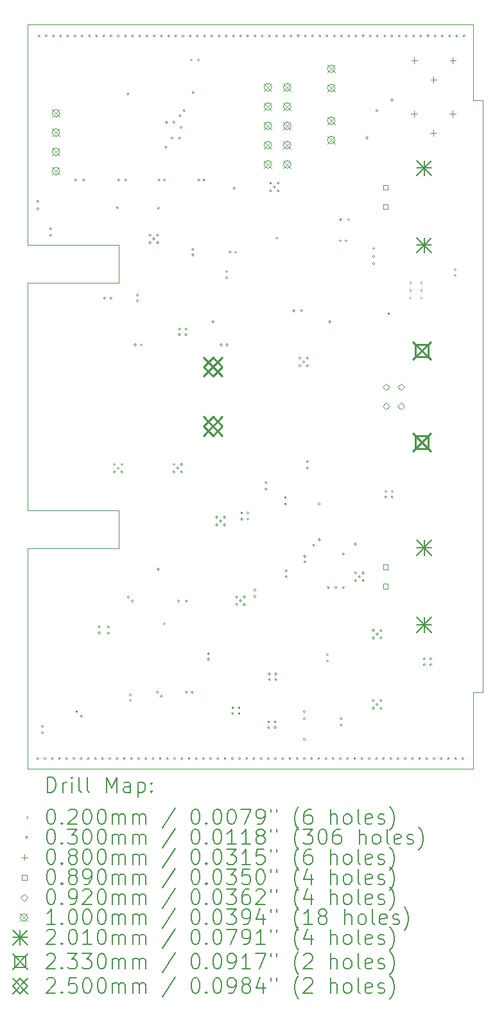
<source format=gbr>
%TF.GenerationSoftware,KiCad,Pcbnew,8.0.0*%
%TF.CreationDate,2024-10-10T22:06:13+02:00*%
%TF.ProjectId,Profiler energetyczny urz_dze_ IoT,50726f66-696c-4657-9220-656e65726765,rev?*%
%TF.SameCoordinates,Original*%
%TF.FileFunction,Drillmap*%
%TF.FilePolarity,Positive*%
%FSLAX45Y45*%
G04 Gerber Fmt 4.5, Leading zero omitted, Abs format (unit mm)*
G04 Created by KiCad (PCBNEW 8.0.0) date 2024-10-10 22:06:13*
%MOMM*%
%LPD*%
G01*
G04 APERTURE LIST*
%ADD10C,0.050000*%
%ADD11C,0.200000*%
%ADD12C,0.100000*%
%ADD13C,0.201000*%
%ADD14C,0.233000*%
%ADD15C,0.250000*%
G04 APERTURE END LIST*
D10*
X15375000Y-6525000D02*
X15375000Y-7525000D01*
X15500000Y-15325000D02*
X15375000Y-15325000D01*
X9500000Y-16325000D02*
X9500000Y-13425000D01*
X9500000Y-9425000D02*
X9500000Y-6525000D01*
X15375000Y-15325000D02*
X15375000Y-16325000D01*
X9500000Y-9925000D02*
X10700000Y-9925000D01*
X10700000Y-13425000D02*
X10700000Y-12925000D01*
X10700000Y-12925000D02*
X9500000Y-12925000D01*
X10700000Y-9425000D02*
X9500000Y-9425000D01*
X9500000Y-12925000D02*
X9500000Y-9925000D01*
X9500000Y-13425000D02*
X10700000Y-13425000D01*
X9500000Y-6525000D02*
X15375000Y-6525000D01*
X10700000Y-9925000D02*
X10700000Y-9425000D01*
X15375000Y-16325000D02*
X9500000Y-16325000D01*
X15500000Y-7525000D02*
X15500000Y-15325000D01*
X15375000Y-7525000D02*
X15500000Y-7525000D01*
D11*
D12*
X14533750Y-9915000D02*
X14553750Y-9935000D01*
X14553750Y-9915000D02*
X14533750Y-9935000D01*
X14533750Y-10015000D02*
X14553750Y-10035000D01*
X14553750Y-10015000D02*
X14533750Y-10035000D01*
X14533750Y-10115000D02*
X14553750Y-10135000D01*
X14553750Y-10115000D02*
X14533750Y-10135000D01*
X14673750Y-9915000D02*
X14693750Y-9935000D01*
X14693750Y-9915000D02*
X14673750Y-9935000D01*
X14673750Y-10015000D02*
X14693750Y-10035000D01*
X14693750Y-10015000D02*
X14673750Y-10035000D01*
X14673750Y-10115000D02*
X14693750Y-10135000D01*
X14693750Y-10115000D02*
X14673750Y-10135000D01*
X9645000Y-8855000D02*
G75*
G02*
X9615000Y-8855000I-15000J0D01*
G01*
X9615000Y-8855000D02*
G75*
G02*
X9645000Y-8855000I15000J0D01*
G01*
X9645000Y-8955000D02*
G75*
G02*
X9615000Y-8955000I-15000J0D01*
G01*
X9615000Y-8955000D02*
G75*
G02*
X9645000Y-8955000I15000J0D01*
G01*
X9645000Y-16195000D02*
G75*
G02*
X9615000Y-16195000I-15000J0D01*
G01*
X9615000Y-16195000D02*
G75*
G02*
X9645000Y-16195000I15000J0D01*
G01*
X9660000Y-6675000D02*
G75*
G02*
X9630000Y-6675000I-15000J0D01*
G01*
X9630000Y-6675000D02*
G75*
G02*
X9660000Y-6675000I15000J0D01*
G01*
X9705000Y-15770000D02*
G75*
G02*
X9675000Y-15770000I-15000J0D01*
G01*
X9675000Y-15770000D02*
G75*
G02*
X9705000Y-15770000I15000J0D01*
G01*
X9705000Y-15855000D02*
G75*
G02*
X9675000Y-15855000I-15000J0D01*
G01*
X9675000Y-15855000D02*
G75*
G02*
X9705000Y-15855000I15000J0D01*
G01*
X9740000Y-16195000D02*
G75*
G02*
X9710000Y-16195000I-15000J0D01*
G01*
X9710000Y-16195000D02*
G75*
G02*
X9740000Y-16195000I15000J0D01*
G01*
X9755000Y-6675000D02*
G75*
G02*
X9725000Y-6675000I-15000J0D01*
G01*
X9725000Y-6675000D02*
G75*
G02*
X9755000Y-6675000I15000J0D01*
G01*
X9815000Y-9215000D02*
G75*
G02*
X9785000Y-9215000I-15000J0D01*
G01*
X9785000Y-9215000D02*
G75*
G02*
X9815000Y-9215000I15000J0D01*
G01*
X9815000Y-9300000D02*
G75*
G02*
X9785000Y-9300000I-15000J0D01*
G01*
X9785000Y-9300000D02*
G75*
G02*
X9815000Y-9300000I15000J0D01*
G01*
X9835000Y-16195000D02*
G75*
G02*
X9805000Y-16195000I-15000J0D01*
G01*
X9805000Y-16195000D02*
G75*
G02*
X9835000Y-16195000I15000J0D01*
G01*
X9850000Y-6675000D02*
G75*
G02*
X9820000Y-6675000I-15000J0D01*
G01*
X9820000Y-6675000D02*
G75*
G02*
X9850000Y-6675000I15000J0D01*
G01*
X9930000Y-16195000D02*
G75*
G02*
X9900000Y-16195000I-15000J0D01*
G01*
X9900000Y-16195000D02*
G75*
G02*
X9930000Y-16195000I15000J0D01*
G01*
X9945000Y-6675000D02*
G75*
G02*
X9915000Y-6675000I-15000J0D01*
G01*
X9915000Y-6675000D02*
G75*
G02*
X9945000Y-6675000I15000J0D01*
G01*
X10025000Y-16195000D02*
G75*
G02*
X9995000Y-16195000I-15000J0D01*
G01*
X9995000Y-16195000D02*
G75*
G02*
X10025000Y-16195000I15000J0D01*
G01*
X10040000Y-6675000D02*
G75*
G02*
X10010000Y-6675000I-15000J0D01*
G01*
X10010000Y-6675000D02*
G75*
G02*
X10040000Y-6675000I15000J0D01*
G01*
X10120000Y-16195000D02*
G75*
G02*
X10090000Y-16195000I-15000J0D01*
G01*
X10090000Y-16195000D02*
G75*
G02*
X10120000Y-16195000I15000J0D01*
G01*
X10135000Y-6675000D02*
G75*
G02*
X10105000Y-6675000I-15000J0D01*
G01*
X10105000Y-6675000D02*
G75*
G02*
X10135000Y-6675000I15000J0D01*
G01*
X10145000Y-8575000D02*
G75*
G02*
X10115000Y-8575000I-15000J0D01*
G01*
X10115000Y-8575000D02*
G75*
G02*
X10145000Y-8575000I15000J0D01*
G01*
X10160000Y-15575000D02*
G75*
G02*
X10130000Y-15575000I-15000J0D01*
G01*
X10130000Y-15575000D02*
G75*
G02*
X10160000Y-15575000I15000J0D01*
G01*
X10215000Y-16195000D02*
G75*
G02*
X10185000Y-16195000I-15000J0D01*
G01*
X10185000Y-16195000D02*
G75*
G02*
X10215000Y-16195000I15000J0D01*
G01*
X10220000Y-15635000D02*
G75*
G02*
X10190000Y-15635000I-15000J0D01*
G01*
X10190000Y-15635000D02*
G75*
G02*
X10220000Y-15635000I15000J0D01*
G01*
X10230000Y-6675000D02*
G75*
G02*
X10200000Y-6675000I-15000J0D01*
G01*
X10200000Y-6675000D02*
G75*
G02*
X10230000Y-6675000I15000J0D01*
G01*
X10250000Y-8575000D02*
G75*
G02*
X10220000Y-8575000I-15000J0D01*
G01*
X10220000Y-8575000D02*
G75*
G02*
X10250000Y-8575000I15000J0D01*
G01*
X10310000Y-16195000D02*
G75*
G02*
X10280000Y-16195000I-15000J0D01*
G01*
X10280000Y-16195000D02*
G75*
G02*
X10310000Y-16195000I15000J0D01*
G01*
X10325000Y-6675000D02*
G75*
G02*
X10295000Y-6675000I-15000J0D01*
G01*
X10295000Y-6675000D02*
G75*
G02*
X10325000Y-6675000I15000J0D01*
G01*
X10405000Y-16195000D02*
G75*
G02*
X10375000Y-16195000I-15000J0D01*
G01*
X10375000Y-16195000D02*
G75*
G02*
X10405000Y-16195000I15000J0D01*
G01*
X10420000Y-6675000D02*
G75*
G02*
X10390000Y-6675000I-15000J0D01*
G01*
X10390000Y-6675000D02*
G75*
G02*
X10420000Y-6675000I15000J0D01*
G01*
X10455000Y-14460000D02*
G75*
G02*
X10425000Y-14460000I-15000J0D01*
G01*
X10425000Y-14460000D02*
G75*
G02*
X10455000Y-14460000I15000J0D01*
G01*
X10455000Y-14540000D02*
G75*
G02*
X10425000Y-14540000I-15000J0D01*
G01*
X10425000Y-14540000D02*
G75*
G02*
X10455000Y-14540000I15000J0D01*
G01*
X10500000Y-16195000D02*
G75*
G02*
X10470000Y-16195000I-15000J0D01*
G01*
X10470000Y-16195000D02*
G75*
G02*
X10500000Y-16195000I15000J0D01*
G01*
X10515000Y-6675000D02*
G75*
G02*
X10485000Y-6675000I-15000J0D01*
G01*
X10485000Y-6675000D02*
G75*
G02*
X10515000Y-6675000I15000J0D01*
G01*
X10525000Y-10130000D02*
G75*
G02*
X10495000Y-10130000I-15000J0D01*
G01*
X10495000Y-10130000D02*
G75*
G02*
X10525000Y-10130000I15000J0D01*
G01*
X10575000Y-14460000D02*
G75*
G02*
X10545000Y-14460000I-15000J0D01*
G01*
X10545000Y-14460000D02*
G75*
G02*
X10575000Y-14460000I15000J0D01*
G01*
X10575000Y-14540000D02*
G75*
G02*
X10545000Y-14540000I-15000J0D01*
G01*
X10545000Y-14540000D02*
G75*
G02*
X10575000Y-14540000I15000J0D01*
G01*
X10595000Y-16195000D02*
G75*
G02*
X10565000Y-16195000I-15000J0D01*
G01*
X10565000Y-16195000D02*
G75*
G02*
X10595000Y-16195000I15000J0D01*
G01*
X10610000Y-6675000D02*
G75*
G02*
X10580000Y-6675000I-15000J0D01*
G01*
X10580000Y-6675000D02*
G75*
G02*
X10610000Y-6675000I15000J0D01*
G01*
X10610000Y-10130000D02*
G75*
G02*
X10580000Y-10130000I-15000J0D01*
G01*
X10580000Y-10130000D02*
G75*
G02*
X10610000Y-10130000I15000J0D01*
G01*
X10655000Y-12320000D02*
G75*
G02*
X10625000Y-12320000I-15000J0D01*
G01*
X10625000Y-12320000D02*
G75*
G02*
X10655000Y-12320000I15000J0D01*
G01*
X10655000Y-12420000D02*
G75*
G02*
X10625000Y-12420000I-15000J0D01*
G01*
X10625000Y-12420000D02*
G75*
G02*
X10655000Y-12420000I15000J0D01*
G01*
X10690000Y-16195000D02*
G75*
G02*
X10660000Y-16195000I-15000J0D01*
G01*
X10660000Y-16195000D02*
G75*
G02*
X10690000Y-16195000I15000J0D01*
G01*
X10695000Y-8940000D02*
G75*
G02*
X10665000Y-8940000I-15000J0D01*
G01*
X10665000Y-8940000D02*
G75*
G02*
X10695000Y-8940000I15000J0D01*
G01*
X10705000Y-6675000D02*
G75*
G02*
X10675000Y-6675000I-15000J0D01*
G01*
X10675000Y-6675000D02*
G75*
G02*
X10705000Y-6675000I15000J0D01*
G01*
X10705000Y-12370000D02*
G75*
G02*
X10675000Y-12370000I-15000J0D01*
G01*
X10675000Y-12370000D02*
G75*
G02*
X10705000Y-12370000I15000J0D01*
G01*
X10710000Y-8575000D02*
G75*
G02*
X10680000Y-8575000I-15000J0D01*
G01*
X10680000Y-8575000D02*
G75*
G02*
X10710000Y-8575000I15000J0D01*
G01*
X10755000Y-12320000D02*
G75*
G02*
X10725000Y-12320000I-15000J0D01*
G01*
X10725000Y-12320000D02*
G75*
G02*
X10755000Y-12320000I15000J0D01*
G01*
X10755000Y-12420000D02*
G75*
G02*
X10725000Y-12420000I-15000J0D01*
G01*
X10725000Y-12420000D02*
G75*
G02*
X10755000Y-12420000I15000J0D01*
G01*
X10785000Y-16195000D02*
G75*
G02*
X10755000Y-16195000I-15000J0D01*
G01*
X10755000Y-16195000D02*
G75*
G02*
X10785000Y-16195000I15000J0D01*
G01*
X10800000Y-6675000D02*
G75*
G02*
X10770000Y-6675000I-15000J0D01*
G01*
X10770000Y-6675000D02*
G75*
G02*
X10800000Y-6675000I15000J0D01*
G01*
X10805000Y-8575000D02*
G75*
G02*
X10775000Y-8575000I-15000J0D01*
G01*
X10775000Y-8575000D02*
G75*
G02*
X10805000Y-8575000I15000J0D01*
G01*
X10835000Y-7440000D02*
G75*
G02*
X10805000Y-7440000I-15000J0D01*
G01*
X10805000Y-7440000D02*
G75*
G02*
X10835000Y-7440000I15000J0D01*
G01*
X10840000Y-14070000D02*
G75*
G02*
X10810000Y-14070000I-15000J0D01*
G01*
X10810000Y-14070000D02*
G75*
G02*
X10840000Y-14070000I15000J0D01*
G01*
X10867500Y-15355000D02*
G75*
G02*
X10837500Y-15355000I-15000J0D01*
G01*
X10837500Y-15355000D02*
G75*
G02*
X10867500Y-15355000I15000J0D01*
G01*
X10867500Y-15427500D02*
G75*
G02*
X10837500Y-15427500I-15000J0D01*
G01*
X10837500Y-15427500D02*
G75*
G02*
X10867500Y-15427500I15000J0D01*
G01*
X10880000Y-16195000D02*
G75*
G02*
X10850000Y-16195000I-15000J0D01*
G01*
X10850000Y-16195000D02*
G75*
G02*
X10880000Y-16195000I15000J0D01*
G01*
X10890000Y-14120000D02*
G75*
G02*
X10860000Y-14120000I-15000J0D01*
G01*
X10860000Y-14120000D02*
G75*
G02*
X10890000Y-14120000I15000J0D01*
G01*
X10895000Y-6675000D02*
G75*
G02*
X10865000Y-6675000I-15000J0D01*
G01*
X10865000Y-6675000D02*
G75*
G02*
X10895000Y-6675000I15000J0D01*
G01*
X10928750Y-10745000D02*
G75*
G02*
X10898750Y-10745000I-15000J0D01*
G01*
X10898750Y-10745000D02*
G75*
G02*
X10928750Y-10745000I15000J0D01*
G01*
X10960000Y-10090000D02*
G75*
G02*
X10930000Y-10090000I-15000J0D01*
G01*
X10930000Y-10090000D02*
G75*
G02*
X10960000Y-10090000I15000J0D01*
G01*
X10960000Y-10165000D02*
G75*
G02*
X10930000Y-10165000I-15000J0D01*
G01*
X10930000Y-10165000D02*
G75*
G02*
X10960000Y-10165000I15000J0D01*
G01*
X10975000Y-16195000D02*
G75*
G02*
X10945000Y-16195000I-15000J0D01*
G01*
X10945000Y-16195000D02*
G75*
G02*
X10975000Y-16195000I15000J0D01*
G01*
X10990000Y-6675000D02*
G75*
G02*
X10960000Y-6675000I-15000J0D01*
G01*
X10960000Y-6675000D02*
G75*
G02*
X10990000Y-6675000I15000J0D01*
G01*
X11010000Y-10745000D02*
G75*
G02*
X10980000Y-10745000I-15000J0D01*
G01*
X10980000Y-10745000D02*
G75*
G02*
X11010000Y-10745000I15000J0D01*
G01*
X11070000Y-16195000D02*
G75*
G02*
X11040000Y-16195000I-15000J0D01*
G01*
X11040000Y-16195000D02*
G75*
G02*
X11070000Y-16195000I15000J0D01*
G01*
X11085000Y-6675000D02*
G75*
G02*
X11055000Y-6675000I-15000J0D01*
G01*
X11055000Y-6675000D02*
G75*
G02*
X11085000Y-6675000I15000J0D01*
G01*
X11125000Y-9300000D02*
G75*
G02*
X11095000Y-9300000I-15000J0D01*
G01*
X11095000Y-9300000D02*
G75*
G02*
X11125000Y-9300000I15000J0D01*
G01*
X11125000Y-9400000D02*
G75*
G02*
X11095000Y-9400000I-15000J0D01*
G01*
X11095000Y-9400000D02*
G75*
G02*
X11125000Y-9400000I15000J0D01*
G01*
X11165000Y-16195000D02*
G75*
G02*
X11135000Y-16195000I-15000J0D01*
G01*
X11135000Y-16195000D02*
G75*
G02*
X11165000Y-16195000I15000J0D01*
G01*
X11175000Y-9350000D02*
G75*
G02*
X11145000Y-9350000I-15000J0D01*
G01*
X11145000Y-9350000D02*
G75*
G02*
X11175000Y-9350000I15000J0D01*
G01*
X11180000Y-6675000D02*
G75*
G02*
X11150000Y-6675000I-15000J0D01*
G01*
X11150000Y-6675000D02*
G75*
G02*
X11180000Y-6675000I15000J0D01*
G01*
X11221562Y-15323437D02*
G75*
G02*
X11191562Y-15323437I-15000J0D01*
G01*
X11191562Y-15323437D02*
G75*
G02*
X11221562Y-15323437I15000J0D01*
G01*
X11225000Y-9300000D02*
G75*
G02*
X11195000Y-9300000I-15000J0D01*
G01*
X11195000Y-9300000D02*
G75*
G02*
X11225000Y-9300000I15000J0D01*
G01*
X11225000Y-9400000D02*
G75*
G02*
X11195000Y-9400000I-15000J0D01*
G01*
X11195000Y-9400000D02*
G75*
G02*
X11225000Y-9400000I15000J0D01*
G01*
X11235000Y-8945000D02*
G75*
G02*
X11205000Y-8945000I-15000J0D01*
G01*
X11205000Y-8945000D02*
G75*
G02*
X11235000Y-8945000I15000J0D01*
G01*
X11235000Y-13700000D02*
G75*
G02*
X11205000Y-13700000I-15000J0D01*
G01*
X11205000Y-13700000D02*
G75*
G02*
X11235000Y-13700000I15000J0D01*
G01*
X11245000Y-8575000D02*
G75*
G02*
X11215000Y-8575000I-15000J0D01*
G01*
X11215000Y-8575000D02*
G75*
G02*
X11245000Y-8575000I15000J0D01*
G01*
X11260000Y-16195000D02*
G75*
G02*
X11230000Y-16195000I-15000J0D01*
G01*
X11230000Y-16195000D02*
G75*
G02*
X11260000Y-16195000I15000J0D01*
G01*
X11274062Y-15375937D02*
G75*
G02*
X11244062Y-15375937I-15000J0D01*
G01*
X11244062Y-15375937D02*
G75*
G02*
X11274062Y-15375937I15000J0D01*
G01*
X11275000Y-6675000D02*
G75*
G02*
X11245000Y-6675000I-15000J0D01*
G01*
X11245000Y-6675000D02*
G75*
G02*
X11275000Y-6675000I15000J0D01*
G01*
X11315000Y-8575000D02*
G75*
G02*
X11285000Y-8575000I-15000J0D01*
G01*
X11285000Y-8575000D02*
G75*
G02*
X11315000Y-8575000I15000J0D01*
G01*
X11315000Y-14420000D02*
G75*
G02*
X11285000Y-14420000I-15000J0D01*
G01*
X11285000Y-14420000D02*
G75*
G02*
X11315000Y-14420000I15000J0D01*
G01*
X11335000Y-8140000D02*
G75*
G02*
X11305000Y-8140000I-15000J0D01*
G01*
X11305000Y-8140000D02*
G75*
G02*
X11335000Y-8140000I15000J0D01*
G01*
X11345000Y-7816240D02*
G75*
G02*
X11315000Y-7816240I-15000J0D01*
G01*
X11315000Y-7816240D02*
G75*
G02*
X11345000Y-7816240I15000J0D01*
G01*
X11355000Y-16195000D02*
G75*
G02*
X11325000Y-16195000I-15000J0D01*
G01*
X11325000Y-16195000D02*
G75*
G02*
X11355000Y-16195000I15000J0D01*
G01*
X11370000Y-6675000D02*
G75*
G02*
X11340000Y-6675000I-15000J0D01*
G01*
X11340000Y-6675000D02*
G75*
G02*
X11370000Y-6675000I15000J0D01*
G01*
X11415000Y-8020000D02*
G75*
G02*
X11385000Y-8020000I-15000J0D01*
G01*
X11385000Y-8020000D02*
G75*
G02*
X11415000Y-8020000I15000J0D01*
G01*
X11440000Y-7815000D02*
G75*
G02*
X11410000Y-7815000I-15000J0D01*
G01*
X11410000Y-7815000D02*
G75*
G02*
X11440000Y-7815000I15000J0D01*
G01*
X11440000Y-12320000D02*
G75*
G02*
X11410000Y-12320000I-15000J0D01*
G01*
X11410000Y-12320000D02*
G75*
G02*
X11440000Y-12320000I15000J0D01*
G01*
X11440000Y-12420000D02*
G75*
G02*
X11410000Y-12420000I-15000J0D01*
G01*
X11410000Y-12420000D02*
G75*
G02*
X11440000Y-12420000I15000J0D01*
G01*
X11450000Y-16195000D02*
G75*
G02*
X11420000Y-16195000I-15000J0D01*
G01*
X11420000Y-16195000D02*
G75*
G02*
X11450000Y-16195000I15000J0D01*
G01*
X11465000Y-6675000D02*
G75*
G02*
X11435000Y-6675000I-15000J0D01*
G01*
X11435000Y-6675000D02*
G75*
G02*
X11465000Y-6675000I15000J0D01*
G01*
X11490000Y-12370000D02*
G75*
G02*
X11460000Y-12370000I-15000J0D01*
G01*
X11460000Y-12370000D02*
G75*
G02*
X11490000Y-12370000I15000J0D01*
G01*
X11500000Y-14120000D02*
G75*
G02*
X11470000Y-14120000I-15000J0D01*
G01*
X11470000Y-14120000D02*
G75*
G02*
X11500000Y-14120000I15000J0D01*
G01*
X11514380Y-8020620D02*
G75*
G02*
X11484380Y-8020620I-15000J0D01*
G01*
X11484380Y-8020620D02*
G75*
G02*
X11514380Y-8020620I15000J0D01*
G01*
X11515000Y-10535000D02*
G75*
G02*
X11485000Y-10535000I-15000J0D01*
G01*
X11485000Y-10535000D02*
G75*
G02*
X11515000Y-10535000I15000J0D01*
G01*
X11515000Y-10610000D02*
G75*
G02*
X11485000Y-10610000I-15000J0D01*
G01*
X11485000Y-10610000D02*
G75*
G02*
X11515000Y-10610000I15000J0D01*
G01*
X11520000Y-7730000D02*
G75*
G02*
X11490000Y-7730000I-15000J0D01*
G01*
X11490000Y-7730000D02*
G75*
G02*
X11520000Y-7730000I15000J0D01*
G01*
X11535000Y-7881240D02*
G75*
G02*
X11505000Y-7881240I-15000J0D01*
G01*
X11505000Y-7881240D02*
G75*
G02*
X11535000Y-7881240I15000J0D01*
G01*
X11540000Y-12320000D02*
G75*
G02*
X11510000Y-12320000I-15000J0D01*
G01*
X11510000Y-12320000D02*
G75*
G02*
X11540000Y-12320000I15000J0D01*
G01*
X11540000Y-12420000D02*
G75*
G02*
X11510000Y-12420000I-15000J0D01*
G01*
X11510000Y-12420000D02*
G75*
G02*
X11540000Y-12420000I15000J0D01*
G01*
X11545000Y-16195000D02*
G75*
G02*
X11515000Y-16195000I-15000J0D01*
G01*
X11515000Y-16195000D02*
G75*
G02*
X11545000Y-16195000I15000J0D01*
G01*
X11560000Y-6675000D02*
G75*
G02*
X11530000Y-6675000I-15000J0D01*
G01*
X11530000Y-6675000D02*
G75*
G02*
X11560000Y-6675000I15000J0D01*
G01*
X11575000Y-7660000D02*
G75*
G02*
X11545000Y-7660000I-15000J0D01*
G01*
X11545000Y-7660000D02*
G75*
G02*
X11575000Y-7660000I15000J0D01*
G01*
X11600000Y-10535000D02*
G75*
G02*
X11570000Y-10535000I-15000J0D01*
G01*
X11570000Y-10535000D02*
G75*
G02*
X11600000Y-10535000I15000J0D01*
G01*
X11600000Y-10610000D02*
G75*
G02*
X11570000Y-10610000I-15000J0D01*
G01*
X11570000Y-10610000D02*
G75*
G02*
X11600000Y-10610000I15000J0D01*
G01*
X11605000Y-14120000D02*
G75*
G02*
X11575000Y-14120000I-15000J0D01*
G01*
X11575000Y-14120000D02*
G75*
G02*
X11605000Y-14120000I15000J0D01*
G01*
X11605000Y-15320000D02*
G75*
G02*
X11575000Y-15320000I-15000J0D01*
G01*
X11575000Y-15320000D02*
G75*
G02*
X11605000Y-15320000I15000J0D01*
G01*
X11640000Y-16195000D02*
G75*
G02*
X11610000Y-16195000I-15000J0D01*
G01*
X11610000Y-16195000D02*
G75*
G02*
X11640000Y-16195000I15000J0D01*
G01*
X11655000Y-6675000D02*
G75*
G02*
X11625000Y-6675000I-15000J0D01*
G01*
X11625000Y-6675000D02*
G75*
G02*
X11655000Y-6675000I15000J0D01*
G01*
X11670000Y-6994750D02*
G75*
G02*
X11640000Y-6994750I-15000J0D01*
G01*
X11640000Y-6994750D02*
G75*
G02*
X11670000Y-6994750I15000J0D01*
G01*
X11680000Y-15320000D02*
G75*
G02*
X11650000Y-15320000I-15000J0D01*
G01*
X11650000Y-15320000D02*
G75*
G02*
X11680000Y-15320000I15000J0D01*
G01*
X11690000Y-9490000D02*
G75*
G02*
X11660000Y-9490000I-15000J0D01*
G01*
X11660000Y-9490000D02*
G75*
G02*
X11690000Y-9490000I15000J0D01*
G01*
X11690000Y-9560000D02*
G75*
G02*
X11660000Y-9560000I-15000J0D01*
G01*
X11660000Y-9560000D02*
G75*
G02*
X11690000Y-9560000I15000J0D01*
G01*
X11695000Y-7420000D02*
G75*
G02*
X11665000Y-7420000I-15000J0D01*
G01*
X11665000Y-7420000D02*
G75*
G02*
X11695000Y-7420000I15000J0D01*
G01*
X11735000Y-16195000D02*
G75*
G02*
X11705000Y-16195000I-15000J0D01*
G01*
X11705000Y-16195000D02*
G75*
G02*
X11735000Y-16195000I15000J0D01*
G01*
X11750000Y-6675000D02*
G75*
G02*
X11720000Y-6675000I-15000J0D01*
G01*
X11720000Y-6675000D02*
G75*
G02*
X11750000Y-6675000I15000J0D01*
G01*
X11765000Y-6994750D02*
G75*
G02*
X11735000Y-6994750I-15000J0D01*
G01*
X11735000Y-6994750D02*
G75*
G02*
X11765000Y-6994750I15000J0D01*
G01*
X11770000Y-8575000D02*
G75*
G02*
X11740000Y-8575000I-15000J0D01*
G01*
X11740000Y-8575000D02*
G75*
G02*
X11770000Y-8575000I15000J0D01*
G01*
X11830000Y-16195000D02*
G75*
G02*
X11800000Y-16195000I-15000J0D01*
G01*
X11800000Y-16195000D02*
G75*
G02*
X11830000Y-16195000I15000J0D01*
G01*
X11835000Y-8575000D02*
G75*
G02*
X11805000Y-8575000I-15000J0D01*
G01*
X11805000Y-8575000D02*
G75*
G02*
X11835000Y-8575000I15000J0D01*
G01*
X11845000Y-6675000D02*
G75*
G02*
X11815000Y-6675000I-15000J0D01*
G01*
X11815000Y-6675000D02*
G75*
G02*
X11845000Y-6675000I15000J0D01*
G01*
X11895000Y-14815000D02*
G75*
G02*
X11865000Y-14815000I-15000J0D01*
G01*
X11865000Y-14815000D02*
G75*
G02*
X11895000Y-14815000I15000J0D01*
G01*
X11895000Y-14885000D02*
G75*
G02*
X11865000Y-14885000I-15000J0D01*
G01*
X11865000Y-14885000D02*
G75*
G02*
X11895000Y-14885000I15000J0D01*
G01*
X11925000Y-16195000D02*
G75*
G02*
X11895000Y-16195000I-15000J0D01*
G01*
X11895000Y-16195000D02*
G75*
G02*
X11925000Y-16195000I15000J0D01*
G01*
X11940000Y-6675000D02*
G75*
G02*
X11910000Y-6675000I-15000J0D01*
G01*
X11910000Y-6675000D02*
G75*
G02*
X11940000Y-6675000I15000J0D01*
G01*
X11955000Y-10440000D02*
G75*
G02*
X11925000Y-10440000I-15000J0D01*
G01*
X11925000Y-10440000D02*
G75*
G02*
X11955000Y-10440000I15000J0D01*
G01*
X12005000Y-13015000D02*
G75*
G02*
X11975000Y-13015000I-15000J0D01*
G01*
X11975000Y-13015000D02*
G75*
G02*
X12005000Y-13015000I15000J0D01*
G01*
X12005000Y-13115000D02*
G75*
G02*
X11975000Y-13115000I-15000J0D01*
G01*
X11975000Y-13115000D02*
G75*
G02*
X12005000Y-13115000I15000J0D01*
G01*
X12020000Y-16195000D02*
G75*
G02*
X11990000Y-16195000I-15000J0D01*
G01*
X11990000Y-16195000D02*
G75*
G02*
X12020000Y-16195000I15000J0D01*
G01*
X12035000Y-6675000D02*
G75*
G02*
X12005000Y-6675000I-15000J0D01*
G01*
X12005000Y-6675000D02*
G75*
G02*
X12035000Y-6675000I15000J0D01*
G01*
X12055000Y-13065000D02*
G75*
G02*
X12025000Y-13065000I-15000J0D01*
G01*
X12025000Y-13065000D02*
G75*
G02*
X12055000Y-13065000I15000J0D01*
G01*
X12065000Y-10745000D02*
G75*
G02*
X12035000Y-10745000I-15000J0D01*
G01*
X12035000Y-10745000D02*
G75*
G02*
X12065000Y-10745000I15000J0D01*
G01*
X12105000Y-13015000D02*
G75*
G02*
X12075000Y-13015000I-15000J0D01*
G01*
X12075000Y-13015000D02*
G75*
G02*
X12105000Y-13015000I15000J0D01*
G01*
X12105000Y-13115000D02*
G75*
G02*
X12075000Y-13115000I-15000J0D01*
G01*
X12075000Y-13115000D02*
G75*
G02*
X12105000Y-13115000I15000J0D01*
G01*
X12115000Y-16195000D02*
G75*
G02*
X12085000Y-16195000I-15000J0D01*
G01*
X12085000Y-16195000D02*
G75*
G02*
X12115000Y-16195000I15000J0D01*
G01*
X12130000Y-6675000D02*
G75*
G02*
X12100000Y-6675000I-15000J0D01*
G01*
X12100000Y-6675000D02*
G75*
G02*
X12130000Y-6675000I15000J0D01*
G01*
X12135000Y-9780000D02*
G75*
G02*
X12105000Y-9780000I-15000J0D01*
G01*
X12105000Y-9780000D02*
G75*
G02*
X12135000Y-9780000I15000J0D01*
G01*
X12135000Y-9860000D02*
G75*
G02*
X12105000Y-9860000I-15000J0D01*
G01*
X12105000Y-9860000D02*
G75*
G02*
X12135000Y-9860000I15000J0D01*
G01*
X12140043Y-10745000D02*
G75*
G02*
X12110043Y-10745000I-15000J0D01*
G01*
X12110043Y-10745000D02*
G75*
G02*
X12140043Y-10745000I15000J0D01*
G01*
X12180000Y-9525000D02*
G75*
G02*
X12150000Y-9525000I-15000J0D01*
G01*
X12150000Y-9525000D02*
G75*
G02*
X12180000Y-9525000I15000J0D01*
G01*
X12210000Y-16195000D02*
G75*
G02*
X12180000Y-16195000I-15000J0D01*
G01*
X12180000Y-16195000D02*
G75*
G02*
X12210000Y-16195000I15000J0D01*
G01*
X12215000Y-15525000D02*
G75*
G02*
X12185000Y-15525000I-15000J0D01*
G01*
X12185000Y-15525000D02*
G75*
G02*
X12215000Y-15525000I15000J0D01*
G01*
X12215000Y-15600000D02*
G75*
G02*
X12185000Y-15600000I-15000J0D01*
G01*
X12185000Y-15600000D02*
G75*
G02*
X12215000Y-15600000I15000J0D01*
G01*
X12225000Y-6675000D02*
G75*
G02*
X12195000Y-6675000I-15000J0D01*
G01*
X12195000Y-6675000D02*
G75*
G02*
X12225000Y-6675000I15000J0D01*
G01*
X12235000Y-8680000D02*
G75*
G02*
X12205000Y-8680000I-15000J0D01*
G01*
X12205000Y-8680000D02*
G75*
G02*
X12235000Y-8680000I15000J0D01*
G01*
X12255000Y-9525000D02*
G75*
G02*
X12225000Y-9525000I-15000J0D01*
G01*
X12225000Y-9525000D02*
G75*
G02*
X12255000Y-9525000I15000J0D01*
G01*
X12270000Y-14065000D02*
G75*
G02*
X12240000Y-14065000I-15000J0D01*
G01*
X12240000Y-14065000D02*
G75*
G02*
X12270000Y-14065000I15000J0D01*
G01*
X12270000Y-14165000D02*
G75*
G02*
X12240000Y-14165000I-15000J0D01*
G01*
X12240000Y-14165000D02*
G75*
G02*
X12270000Y-14165000I15000J0D01*
G01*
X12300000Y-15525000D02*
G75*
G02*
X12270000Y-15525000I-15000J0D01*
G01*
X12270000Y-15525000D02*
G75*
G02*
X12300000Y-15525000I15000J0D01*
G01*
X12300000Y-15600000D02*
G75*
G02*
X12270000Y-15600000I-15000J0D01*
G01*
X12270000Y-15600000D02*
G75*
G02*
X12300000Y-15600000I15000J0D01*
G01*
X12305000Y-16195000D02*
G75*
G02*
X12275000Y-16195000I-15000J0D01*
G01*
X12275000Y-16195000D02*
G75*
G02*
X12305000Y-16195000I15000J0D01*
G01*
X12320000Y-6675000D02*
G75*
G02*
X12290000Y-6675000I-15000J0D01*
G01*
X12290000Y-6675000D02*
G75*
G02*
X12320000Y-6675000I15000J0D01*
G01*
X12320000Y-14115000D02*
G75*
G02*
X12290000Y-14115000I-15000J0D01*
G01*
X12290000Y-14115000D02*
G75*
G02*
X12320000Y-14115000I15000J0D01*
G01*
X12335000Y-12960000D02*
G75*
G02*
X12305000Y-12960000I-15000J0D01*
G01*
X12305000Y-12960000D02*
G75*
G02*
X12335000Y-12960000I15000J0D01*
G01*
X12335000Y-13040000D02*
G75*
G02*
X12305000Y-13040000I-15000J0D01*
G01*
X12305000Y-13040000D02*
G75*
G02*
X12335000Y-13040000I15000J0D01*
G01*
X12370000Y-14065000D02*
G75*
G02*
X12340000Y-14065000I-15000J0D01*
G01*
X12340000Y-14065000D02*
G75*
G02*
X12370000Y-14065000I15000J0D01*
G01*
X12370000Y-14165000D02*
G75*
G02*
X12340000Y-14165000I-15000J0D01*
G01*
X12340000Y-14165000D02*
G75*
G02*
X12370000Y-14165000I15000J0D01*
G01*
X12400000Y-16195000D02*
G75*
G02*
X12370000Y-16195000I-15000J0D01*
G01*
X12370000Y-16195000D02*
G75*
G02*
X12400000Y-16195000I15000J0D01*
G01*
X12415000Y-6675000D02*
G75*
G02*
X12385000Y-6675000I-15000J0D01*
G01*
X12385000Y-6675000D02*
G75*
G02*
X12415000Y-6675000I15000J0D01*
G01*
X12415000Y-12960000D02*
G75*
G02*
X12385000Y-12960000I-15000J0D01*
G01*
X12385000Y-12960000D02*
G75*
G02*
X12415000Y-12960000I15000J0D01*
G01*
X12415000Y-13040000D02*
G75*
G02*
X12385000Y-13040000I-15000J0D01*
G01*
X12385000Y-13040000D02*
G75*
G02*
X12415000Y-13040000I15000J0D01*
G01*
X12495000Y-16195000D02*
G75*
G02*
X12465000Y-16195000I-15000J0D01*
G01*
X12465000Y-16195000D02*
G75*
G02*
X12495000Y-16195000I15000J0D01*
G01*
X12510000Y-6675000D02*
G75*
G02*
X12480000Y-6675000I-15000J0D01*
G01*
X12480000Y-6675000D02*
G75*
G02*
X12510000Y-6675000I15000J0D01*
G01*
X12510000Y-13975000D02*
G75*
G02*
X12480000Y-13975000I-15000J0D01*
G01*
X12480000Y-13975000D02*
G75*
G02*
X12510000Y-13975000I15000J0D01*
G01*
X12510000Y-14060000D02*
G75*
G02*
X12480000Y-14060000I-15000J0D01*
G01*
X12480000Y-14060000D02*
G75*
G02*
X12510000Y-14060000I15000J0D01*
G01*
X12590000Y-16195000D02*
G75*
G02*
X12560000Y-16195000I-15000J0D01*
G01*
X12560000Y-16195000D02*
G75*
G02*
X12590000Y-16195000I15000J0D01*
G01*
X12605000Y-6675000D02*
G75*
G02*
X12575000Y-6675000I-15000J0D01*
G01*
X12575000Y-6675000D02*
G75*
G02*
X12605000Y-6675000I15000J0D01*
G01*
X12655000Y-12560000D02*
G75*
G02*
X12625000Y-12560000I-15000J0D01*
G01*
X12625000Y-12560000D02*
G75*
G02*
X12655000Y-12560000I15000J0D01*
G01*
X12655000Y-12645000D02*
G75*
G02*
X12625000Y-12645000I-15000J0D01*
G01*
X12625000Y-12645000D02*
G75*
G02*
X12655000Y-12645000I15000J0D01*
G01*
X12685000Y-16195000D02*
G75*
G02*
X12655000Y-16195000I-15000J0D01*
G01*
X12655000Y-16195000D02*
G75*
G02*
X12685000Y-16195000I15000J0D01*
G01*
X12690000Y-15710000D02*
G75*
G02*
X12660000Y-15710000I-15000J0D01*
G01*
X12660000Y-15710000D02*
G75*
G02*
X12690000Y-15710000I15000J0D01*
G01*
X12690000Y-15785000D02*
G75*
G02*
X12660000Y-15785000I-15000J0D01*
G01*
X12660000Y-15785000D02*
G75*
G02*
X12690000Y-15785000I15000J0D01*
G01*
X12700000Y-6675000D02*
G75*
G02*
X12670000Y-6675000I-15000J0D01*
G01*
X12670000Y-6675000D02*
G75*
G02*
X12700000Y-6675000I15000J0D01*
G01*
X12700000Y-15080000D02*
G75*
G02*
X12670000Y-15080000I-15000J0D01*
G01*
X12670000Y-15080000D02*
G75*
G02*
X12700000Y-15080000I15000J0D01*
G01*
X12700000Y-15155000D02*
G75*
G02*
X12670000Y-15155000I-15000J0D01*
G01*
X12670000Y-15155000D02*
G75*
G02*
X12700000Y-15155000I15000J0D01*
G01*
X12715000Y-8615000D02*
G75*
G02*
X12685000Y-8615000I-15000J0D01*
G01*
X12685000Y-8615000D02*
G75*
G02*
X12715000Y-8615000I15000J0D01*
G01*
X12715000Y-8715000D02*
G75*
G02*
X12685000Y-8715000I-15000J0D01*
G01*
X12685000Y-8715000D02*
G75*
G02*
X12715000Y-8715000I15000J0D01*
G01*
X12765000Y-8665000D02*
G75*
G02*
X12735000Y-8665000I-15000J0D01*
G01*
X12735000Y-8665000D02*
G75*
G02*
X12765000Y-8665000I15000J0D01*
G01*
X12775000Y-15710000D02*
G75*
G02*
X12745000Y-15710000I-15000J0D01*
G01*
X12745000Y-15710000D02*
G75*
G02*
X12775000Y-15710000I15000J0D01*
G01*
X12775000Y-15785000D02*
G75*
G02*
X12745000Y-15785000I-15000J0D01*
G01*
X12745000Y-15785000D02*
G75*
G02*
X12775000Y-15785000I15000J0D01*
G01*
X12780000Y-16195000D02*
G75*
G02*
X12750000Y-16195000I-15000J0D01*
G01*
X12750000Y-16195000D02*
G75*
G02*
X12780000Y-16195000I15000J0D01*
G01*
X12785000Y-15080000D02*
G75*
G02*
X12755000Y-15080000I-15000J0D01*
G01*
X12755000Y-15080000D02*
G75*
G02*
X12785000Y-15080000I15000J0D01*
G01*
X12785000Y-15155000D02*
G75*
G02*
X12755000Y-15155000I-15000J0D01*
G01*
X12755000Y-15155000D02*
G75*
G02*
X12785000Y-15155000I15000J0D01*
G01*
X12795000Y-6675000D02*
G75*
G02*
X12765000Y-6675000I-15000J0D01*
G01*
X12765000Y-6675000D02*
G75*
G02*
X12795000Y-6675000I15000J0D01*
G01*
X12795000Y-9340000D02*
G75*
G02*
X12765000Y-9340000I-15000J0D01*
G01*
X12765000Y-9340000D02*
G75*
G02*
X12795000Y-9340000I15000J0D01*
G01*
X12815000Y-8615000D02*
G75*
G02*
X12785000Y-8615000I-15000J0D01*
G01*
X12785000Y-8615000D02*
G75*
G02*
X12815000Y-8615000I15000J0D01*
G01*
X12815000Y-8715000D02*
G75*
G02*
X12785000Y-8715000I-15000J0D01*
G01*
X12785000Y-8715000D02*
G75*
G02*
X12815000Y-8715000I15000J0D01*
G01*
X12875000Y-16195000D02*
G75*
G02*
X12845000Y-16195000I-15000J0D01*
G01*
X12845000Y-16195000D02*
G75*
G02*
X12875000Y-16195000I15000J0D01*
G01*
X12890000Y-6675000D02*
G75*
G02*
X12860000Y-6675000I-15000J0D01*
G01*
X12860000Y-6675000D02*
G75*
G02*
X12890000Y-6675000I15000J0D01*
G01*
X12910000Y-12755000D02*
G75*
G02*
X12880000Y-12755000I-15000J0D01*
G01*
X12880000Y-12755000D02*
G75*
G02*
X12910000Y-12755000I15000J0D01*
G01*
X12910000Y-12840000D02*
G75*
G02*
X12880000Y-12840000I-15000J0D01*
G01*
X12880000Y-12840000D02*
G75*
G02*
X12910000Y-12840000I15000J0D01*
G01*
X12920000Y-13720000D02*
G75*
G02*
X12890000Y-13720000I-15000J0D01*
G01*
X12890000Y-13720000D02*
G75*
G02*
X12920000Y-13720000I15000J0D01*
G01*
X12920000Y-13800000D02*
G75*
G02*
X12890000Y-13800000I-15000J0D01*
G01*
X12890000Y-13800000D02*
G75*
G02*
X12920000Y-13800000I15000J0D01*
G01*
X12970000Y-16195000D02*
G75*
G02*
X12940000Y-16195000I-15000J0D01*
G01*
X12940000Y-16195000D02*
G75*
G02*
X12970000Y-16195000I15000J0D01*
G01*
X12985000Y-6675000D02*
G75*
G02*
X12955000Y-6675000I-15000J0D01*
G01*
X12955000Y-6675000D02*
G75*
G02*
X12985000Y-6675000I15000J0D01*
G01*
X13020000Y-10295000D02*
G75*
G02*
X12990000Y-10295000I-15000J0D01*
G01*
X12990000Y-10295000D02*
G75*
G02*
X13020000Y-10295000I15000J0D01*
G01*
X13065000Y-16195000D02*
G75*
G02*
X13035000Y-16195000I-15000J0D01*
G01*
X13035000Y-16195000D02*
G75*
G02*
X13065000Y-16195000I15000J0D01*
G01*
X13080000Y-6675000D02*
G75*
G02*
X13050000Y-6675000I-15000J0D01*
G01*
X13050000Y-6675000D02*
G75*
G02*
X13080000Y-6675000I15000J0D01*
G01*
X13100000Y-10920000D02*
G75*
G02*
X13070000Y-10920000I-15000J0D01*
G01*
X13070000Y-10920000D02*
G75*
G02*
X13100000Y-10920000I15000J0D01*
G01*
X13100000Y-11020000D02*
G75*
G02*
X13070000Y-11020000I-15000J0D01*
G01*
X13070000Y-11020000D02*
G75*
G02*
X13100000Y-11020000I15000J0D01*
G01*
X13125000Y-10295000D02*
G75*
G02*
X13095000Y-10295000I-15000J0D01*
G01*
X13095000Y-10295000D02*
G75*
G02*
X13125000Y-10295000I15000J0D01*
G01*
X13150000Y-10970000D02*
G75*
G02*
X13120000Y-10970000I-15000J0D01*
G01*
X13120000Y-10970000D02*
G75*
G02*
X13150000Y-10970000I15000J0D01*
G01*
X13160000Y-15575000D02*
G75*
G02*
X13130000Y-15575000I-15000J0D01*
G01*
X13130000Y-15575000D02*
G75*
G02*
X13160000Y-15575000I15000J0D01*
G01*
X13160000Y-15670000D02*
G75*
G02*
X13130000Y-15670000I-15000J0D01*
G01*
X13130000Y-15670000D02*
G75*
G02*
X13160000Y-15670000I15000J0D01*
G01*
X13160000Y-15940000D02*
G75*
G02*
X13130000Y-15940000I-15000J0D01*
G01*
X13130000Y-15940000D02*
G75*
G02*
X13160000Y-15940000I15000J0D01*
G01*
X13160000Y-16195000D02*
G75*
G02*
X13130000Y-16195000I-15000J0D01*
G01*
X13130000Y-16195000D02*
G75*
G02*
X13160000Y-16195000I15000J0D01*
G01*
X13165000Y-13530000D02*
G75*
G02*
X13135000Y-13530000I-15000J0D01*
G01*
X13135000Y-13530000D02*
G75*
G02*
X13165000Y-13530000I15000J0D01*
G01*
X13165000Y-13605000D02*
G75*
G02*
X13135000Y-13605000I-15000J0D01*
G01*
X13135000Y-13605000D02*
G75*
G02*
X13165000Y-13605000I15000J0D01*
G01*
X13175000Y-6675000D02*
G75*
G02*
X13145000Y-6675000I-15000J0D01*
G01*
X13145000Y-6675000D02*
G75*
G02*
X13175000Y-6675000I15000J0D01*
G01*
X13200000Y-10920000D02*
G75*
G02*
X13170000Y-10920000I-15000J0D01*
G01*
X13170000Y-10920000D02*
G75*
G02*
X13200000Y-10920000I15000J0D01*
G01*
X13200000Y-11020000D02*
G75*
G02*
X13170000Y-11020000I-15000J0D01*
G01*
X13170000Y-11020000D02*
G75*
G02*
X13200000Y-11020000I15000J0D01*
G01*
X13200000Y-12280000D02*
G75*
G02*
X13170000Y-12280000I-15000J0D01*
G01*
X13170000Y-12280000D02*
G75*
G02*
X13200000Y-12280000I15000J0D01*
G01*
X13200000Y-12365000D02*
G75*
G02*
X13170000Y-12365000I-15000J0D01*
G01*
X13170000Y-12365000D02*
G75*
G02*
X13200000Y-12365000I15000J0D01*
G01*
X13255000Y-16195000D02*
G75*
G02*
X13225000Y-16195000I-15000J0D01*
G01*
X13225000Y-16195000D02*
G75*
G02*
X13255000Y-16195000I15000J0D01*
G01*
X13270000Y-6675000D02*
G75*
G02*
X13240000Y-6675000I-15000J0D01*
G01*
X13240000Y-6675000D02*
G75*
G02*
X13270000Y-6675000I15000J0D01*
G01*
X13285000Y-13385000D02*
G75*
G02*
X13255000Y-13385000I-15000J0D01*
G01*
X13255000Y-13385000D02*
G75*
G02*
X13285000Y-13385000I15000J0D01*
G01*
X13350000Y-16195000D02*
G75*
G02*
X13320000Y-16195000I-15000J0D01*
G01*
X13320000Y-16195000D02*
G75*
G02*
X13350000Y-16195000I15000J0D01*
G01*
X13355000Y-12840000D02*
G75*
G02*
X13325000Y-12840000I-15000J0D01*
G01*
X13325000Y-12840000D02*
G75*
G02*
X13355000Y-12840000I15000J0D01*
G01*
X13360000Y-13310000D02*
G75*
G02*
X13330000Y-13310000I-15000J0D01*
G01*
X13330000Y-13310000D02*
G75*
G02*
X13360000Y-13310000I15000J0D01*
G01*
X13365000Y-6675000D02*
G75*
G02*
X13335000Y-6675000I-15000J0D01*
G01*
X13335000Y-6675000D02*
G75*
G02*
X13365000Y-6675000I15000J0D01*
G01*
X13445000Y-16195000D02*
G75*
G02*
X13415000Y-16195000I-15000J0D01*
G01*
X13415000Y-16195000D02*
G75*
G02*
X13445000Y-16195000I15000J0D01*
G01*
X13460000Y-6675000D02*
G75*
G02*
X13430000Y-6675000I-15000J0D01*
G01*
X13430000Y-6675000D02*
G75*
G02*
X13460000Y-6675000I15000J0D01*
G01*
X13465000Y-14825000D02*
G75*
G02*
X13435000Y-14825000I-15000J0D01*
G01*
X13435000Y-14825000D02*
G75*
G02*
X13465000Y-14825000I15000J0D01*
G01*
X13465000Y-14910000D02*
G75*
G02*
X13435000Y-14910000I-15000J0D01*
G01*
X13435000Y-14910000D02*
G75*
G02*
X13465000Y-14910000I15000J0D01*
G01*
X13475000Y-13940000D02*
G75*
G02*
X13445000Y-13940000I-15000J0D01*
G01*
X13445000Y-13940000D02*
G75*
G02*
X13475000Y-13940000I15000J0D01*
G01*
X13495000Y-10440000D02*
G75*
G02*
X13465000Y-10440000I-15000J0D01*
G01*
X13465000Y-10440000D02*
G75*
G02*
X13495000Y-10440000I15000J0D01*
G01*
X13540000Y-16195000D02*
G75*
G02*
X13510000Y-16195000I-15000J0D01*
G01*
X13510000Y-16195000D02*
G75*
G02*
X13540000Y-16195000I15000J0D01*
G01*
X13555000Y-6675000D02*
G75*
G02*
X13525000Y-6675000I-15000J0D01*
G01*
X13525000Y-6675000D02*
G75*
G02*
X13555000Y-6675000I15000J0D01*
G01*
X13575000Y-13940000D02*
G75*
G02*
X13545000Y-13940000I-15000J0D01*
G01*
X13545000Y-13940000D02*
G75*
G02*
X13575000Y-13940000I15000J0D01*
G01*
X13635000Y-9375000D02*
G75*
G02*
X13605000Y-9375000I-15000J0D01*
G01*
X13605000Y-9375000D02*
G75*
G02*
X13635000Y-9375000I15000J0D01*
G01*
X13635000Y-16195000D02*
G75*
G02*
X13605000Y-16195000I-15000J0D01*
G01*
X13605000Y-16195000D02*
G75*
G02*
X13635000Y-16195000I15000J0D01*
G01*
X13640000Y-9095000D02*
G75*
G02*
X13610000Y-9095000I-15000J0D01*
G01*
X13610000Y-9095000D02*
G75*
G02*
X13640000Y-9095000I15000J0D01*
G01*
X13645000Y-15665000D02*
G75*
G02*
X13615000Y-15665000I-15000J0D01*
G01*
X13615000Y-15665000D02*
G75*
G02*
X13645000Y-15665000I15000J0D01*
G01*
X13645000Y-15750000D02*
G75*
G02*
X13615000Y-15750000I-15000J0D01*
G01*
X13615000Y-15750000D02*
G75*
G02*
X13645000Y-15750000I15000J0D01*
G01*
X13650000Y-6675000D02*
G75*
G02*
X13620000Y-6675000I-15000J0D01*
G01*
X13620000Y-6675000D02*
G75*
G02*
X13650000Y-6675000I15000J0D01*
G01*
X13675000Y-13500000D02*
G75*
G02*
X13645000Y-13500000I-15000J0D01*
G01*
X13645000Y-13500000D02*
G75*
G02*
X13675000Y-13500000I15000J0D01*
G01*
X13675000Y-13940000D02*
G75*
G02*
X13645000Y-13940000I-15000J0D01*
G01*
X13645000Y-13940000D02*
G75*
G02*
X13675000Y-13940000I15000J0D01*
G01*
X13710000Y-9375000D02*
G75*
G02*
X13680000Y-9375000I-15000J0D01*
G01*
X13680000Y-9375000D02*
G75*
G02*
X13710000Y-9375000I15000J0D01*
G01*
X13730000Y-16195000D02*
G75*
G02*
X13700000Y-16195000I-15000J0D01*
G01*
X13700000Y-16195000D02*
G75*
G02*
X13730000Y-16195000I15000J0D01*
G01*
X13745000Y-6675000D02*
G75*
G02*
X13715000Y-6675000I-15000J0D01*
G01*
X13715000Y-6675000D02*
G75*
G02*
X13745000Y-6675000I15000J0D01*
G01*
X13745000Y-9095000D02*
G75*
G02*
X13715000Y-9095000I-15000J0D01*
G01*
X13715000Y-9095000D02*
G75*
G02*
X13745000Y-9095000I15000J0D01*
G01*
X13825000Y-16195000D02*
G75*
G02*
X13795000Y-16195000I-15000J0D01*
G01*
X13795000Y-16195000D02*
G75*
G02*
X13825000Y-16195000I15000J0D01*
G01*
X13835000Y-13370000D02*
G75*
G02*
X13805000Y-13370000I-15000J0D01*
G01*
X13805000Y-13370000D02*
G75*
G02*
X13835000Y-13370000I15000J0D01*
G01*
X13835000Y-13750000D02*
G75*
G02*
X13805000Y-13750000I-15000J0D01*
G01*
X13805000Y-13750000D02*
G75*
G02*
X13835000Y-13750000I15000J0D01*
G01*
X13835000Y-13850000D02*
G75*
G02*
X13805000Y-13850000I-15000J0D01*
G01*
X13805000Y-13850000D02*
G75*
G02*
X13835000Y-13850000I15000J0D01*
G01*
X13840000Y-6675000D02*
G75*
G02*
X13810000Y-6675000I-15000J0D01*
G01*
X13810000Y-6675000D02*
G75*
G02*
X13840000Y-6675000I15000J0D01*
G01*
X13885000Y-13800000D02*
G75*
G02*
X13855000Y-13800000I-15000J0D01*
G01*
X13855000Y-13800000D02*
G75*
G02*
X13885000Y-13800000I15000J0D01*
G01*
X13920000Y-16195000D02*
G75*
G02*
X13890000Y-16195000I-15000J0D01*
G01*
X13890000Y-16195000D02*
G75*
G02*
X13920000Y-16195000I15000J0D01*
G01*
X13935000Y-6675000D02*
G75*
G02*
X13905000Y-6675000I-15000J0D01*
G01*
X13905000Y-6675000D02*
G75*
G02*
X13935000Y-6675000I15000J0D01*
G01*
X13935000Y-13750000D02*
G75*
G02*
X13905000Y-13750000I-15000J0D01*
G01*
X13905000Y-13750000D02*
G75*
G02*
X13935000Y-13750000I15000J0D01*
G01*
X13935000Y-13850000D02*
G75*
G02*
X13905000Y-13850000I-15000J0D01*
G01*
X13905000Y-13850000D02*
G75*
G02*
X13935000Y-13850000I15000J0D01*
G01*
X13985000Y-8020000D02*
G75*
G02*
X13955000Y-8020000I-15000J0D01*
G01*
X13955000Y-8020000D02*
G75*
G02*
X13985000Y-8020000I15000J0D01*
G01*
X14015000Y-16195000D02*
G75*
G02*
X13985000Y-16195000I-15000J0D01*
G01*
X13985000Y-16195000D02*
G75*
G02*
X14015000Y-16195000I15000J0D01*
G01*
X14030000Y-6675000D02*
G75*
G02*
X14000000Y-6675000I-15000J0D01*
G01*
X14000000Y-6675000D02*
G75*
G02*
X14030000Y-6675000I15000J0D01*
G01*
X14070000Y-14505000D02*
G75*
G02*
X14040000Y-14505000I-15000J0D01*
G01*
X14040000Y-14505000D02*
G75*
G02*
X14070000Y-14505000I15000J0D01*
G01*
X14070000Y-14605000D02*
G75*
G02*
X14040000Y-14605000I-15000J0D01*
G01*
X14040000Y-14605000D02*
G75*
G02*
X14070000Y-14605000I15000J0D01*
G01*
X14070000Y-15430000D02*
G75*
G02*
X14040000Y-15430000I-15000J0D01*
G01*
X14040000Y-15430000D02*
G75*
G02*
X14070000Y-15430000I15000J0D01*
G01*
X14070000Y-15530000D02*
G75*
G02*
X14040000Y-15530000I-15000J0D01*
G01*
X14040000Y-15530000D02*
G75*
G02*
X14070000Y-15530000I15000J0D01*
G01*
X14075000Y-9475000D02*
G75*
G02*
X14045000Y-9475000I-15000J0D01*
G01*
X14045000Y-9475000D02*
G75*
G02*
X14075000Y-9475000I15000J0D01*
G01*
X14075000Y-9580000D02*
G75*
G02*
X14045000Y-9580000I-15000J0D01*
G01*
X14045000Y-9580000D02*
G75*
G02*
X14075000Y-9580000I15000J0D01*
G01*
X14075000Y-9675000D02*
G75*
G02*
X14045000Y-9675000I-15000J0D01*
G01*
X14045000Y-9675000D02*
G75*
G02*
X14075000Y-9675000I15000J0D01*
G01*
X14110000Y-16195000D02*
G75*
G02*
X14080000Y-16195000I-15000J0D01*
G01*
X14080000Y-16195000D02*
G75*
G02*
X14110000Y-16195000I15000J0D01*
G01*
X14115000Y-7660000D02*
G75*
G02*
X14085000Y-7660000I-15000J0D01*
G01*
X14085000Y-7660000D02*
G75*
G02*
X14115000Y-7660000I15000J0D01*
G01*
X14120000Y-14555000D02*
G75*
G02*
X14090000Y-14555000I-15000J0D01*
G01*
X14090000Y-14555000D02*
G75*
G02*
X14120000Y-14555000I15000J0D01*
G01*
X14120000Y-15480000D02*
G75*
G02*
X14090000Y-15480000I-15000J0D01*
G01*
X14090000Y-15480000D02*
G75*
G02*
X14120000Y-15480000I15000J0D01*
G01*
X14125000Y-6675000D02*
G75*
G02*
X14095000Y-6675000I-15000J0D01*
G01*
X14095000Y-6675000D02*
G75*
G02*
X14125000Y-6675000I15000J0D01*
G01*
X14170000Y-14505000D02*
G75*
G02*
X14140000Y-14505000I-15000J0D01*
G01*
X14140000Y-14505000D02*
G75*
G02*
X14170000Y-14505000I15000J0D01*
G01*
X14170000Y-14605000D02*
G75*
G02*
X14140000Y-14605000I-15000J0D01*
G01*
X14140000Y-14605000D02*
G75*
G02*
X14170000Y-14605000I15000J0D01*
G01*
X14170000Y-15430000D02*
G75*
G02*
X14140000Y-15430000I-15000J0D01*
G01*
X14140000Y-15430000D02*
G75*
G02*
X14170000Y-15430000I15000J0D01*
G01*
X14170000Y-15530000D02*
G75*
G02*
X14140000Y-15530000I-15000J0D01*
G01*
X14140000Y-15530000D02*
G75*
G02*
X14170000Y-15530000I15000J0D01*
G01*
X14205000Y-16195000D02*
G75*
G02*
X14175000Y-16195000I-15000J0D01*
G01*
X14175000Y-16195000D02*
G75*
G02*
X14205000Y-16195000I15000J0D01*
G01*
X14220000Y-6675000D02*
G75*
G02*
X14190000Y-6675000I-15000J0D01*
G01*
X14190000Y-6675000D02*
G75*
G02*
X14220000Y-6675000I15000J0D01*
G01*
X14235000Y-12675000D02*
G75*
G02*
X14205000Y-12675000I-15000J0D01*
G01*
X14205000Y-12675000D02*
G75*
G02*
X14235000Y-12675000I15000J0D01*
G01*
X14235000Y-12750000D02*
G75*
G02*
X14205000Y-12750000I-15000J0D01*
G01*
X14205000Y-12750000D02*
G75*
G02*
X14235000Y-12750000I15000J0D01*
G01*
X14275000Y-10335000D02*
G75*
G02*
X14245000Y-10335000I-15000J0D01*
G01*
X14245000Y-10335000D02*
G75*
G02*
X14275000Y-10335000I15000J0D01*
G01*
X14300000Y-16195000D02*
G75*
G02*
X14270000Y-16195000I-15000J0D01*
G01*
X14270000Y-16195000D02*
G75*
G02*
X14300000Y-16195000I15000J0D01*
G01*
X14315000Y-6675000D02*
G75*
G02*
X14285000Y-6675000I-15000J0D01*
G01*
X14285000Y-6675000D02*
G75*
G02*
X14315000Y-6675000I15000J0D01*
G01*
X14315000Y-7520000D02*
G75*
G02*
X14285000Y-7520000I-15000J0D01*
G01*
X14285000Y-7520000D02*
G75*
G02*
X14315000Y-7520000I15000J0D01*
G01*
X14320000Y-12675000D02*
G75*
G02*
X14290000Y-12675000I-15000J0D01*
G01*
X14290000Y-12675000D02*
G75*
G02*
X14320000Y-12675000I15000J0D01*
G01*
X14320000Y-12750000D02*
G75*
G02*
X14290000Y-12750000I-15000J0D01*
G01*
X14290000Y-12750000D02*
G75*
G02*
X14320000Y-12750000I15000J0D01*
G01*
X14395000Y-16195000D02*
G75*
G02*
X14365000Y-16195000I-15000J0D01*
G01*
X14365000Y-16195000D02*
G75*
G02*
X14395000Y-16195000I15000J0D01*
G01*
X14410000Y-6675000D02*
G75*
G02*
X14380000Y-6675000I-15000J0D01*
G01*
X14380000Y-6675000D02*
G75*
G02*
X14410000Y-6675000I15000J0D01*
G01*
X14490000Y-16195000D02*
G75*
G02*
X14460000Y-16195000I-15000J0D01*
G01*
X14460000Y-16195000D02*
G75*
G02*
X14490000Y-16195000I15000J0D01*
G01*
X14505000Y-6675000D02*
G75*
G02*
X14475000Y-6675000I-15000J0D01*
G01*
X14475000Y-6675000D02*
G75*
G02*
X14505000Y-6675000I15000J0D01*
G01*
X14585000Y-16195000D02*
G75*
G02*
X14555000Y-16195000I-15000J0D01*
G01*
X14555000Y-16195000D02*
G75*
G02*
X14585000Y-16195000I15000J0D01*
G01*
X14600000Y-6675000D02*
G75*
G02*
X14570000Y-6675000I-15000J0D01*
G01*
X14570000Y-6675000D02*
G75*
G02*
X14600000Y-6675000I15000J0D01*
G01*
X14680000Y-16195000D02*
G75*
G02*
X14650000Y-16195000I-15000J0D01*
G01*
X14650000Y-16195000D02*
G75*
G02*
X14680000Y-16195000I15000J0D01*
G01*
X14695000Y-6675000D02*
G75*
G02*
X14665000Y-6675000I-15000J0D01*
G01*
X14665000Y-6675000D02*
G75*
G02*
X14695000Y-6675000I15000J0D01*
G01*
X14740000Y-14880000D02*
G75*
G02*
X14710000Y-14880000I-15000J0D01*
G01*
X14710000Y-14880000D02*
G75*
G02*
X14740000Y-14880000I15000J0D01*
G01*
X14740000Y-14955000D02*
G75*
G02*
X14710000Y-14955000I-15000J0D01*
G01*
X14710000Y-14955000D02*
G75*
G02*
X14740000Y-14955000I15000J0D01*
G01*
X14775000Y-16195000D02*
G75*
G02*
X14745000Y-16195000I-15000J0D01*
G01*
X14745000Y-16195000D02*
G75*
G02*
X14775000Y-16195000I15000J0D01*
G01*
X14790000Y-6675000D02*
G75*
G02*
X14760000Y-6675000I-15000J0D01*
G01*
X14760000Y-6675000D02*
G75*
G02*
X14790000Y-6675000I15000J0D01*
G01*
X14825000Y-14880000D02*
G75*
G02*
X14795000Y-14880000I-15000J0D01*
G01*
X14795000Y-14880000D02*
G75*
G02*
X14825000Y-14880000I15000J0D01*
G01*
X14825000Y-14955000D02*
G75*
G02*
X14795000Y-14955000I-15000J0D01*
G01*
X14795000Y-14955000D02*
G75*
G02*
X14825000Y-14955000I15000J0D01*
G01*
X14870000Y-16195000D02*
G75*
G02*
X14840000Y-16195000I-15000J0D01*
G01*
X14840000Y-16195000D02*
G75*
G02*
X14870000Y-16195000I15000J0D01*
G01*
X14885000Y-6675000D02*
G75*
G02*
X14855000Y-6675000I-15000J0D01*
G01*
X14855000Y-6675000D02*
G75*
G02*
X14885000Y-6675000I15000J0D01*
G01*
X14965000Y-16195000D02*
G75*
G02*
X14935000Y-16195000I-15000J0D01*
G01*
X14935000Y-16195000D02*
G75*
G02*
X14965000Y-16195000I15000J0D01*
G01*
X14980000Y-6675000D02*
G75*
G02*
X14950000Y-6675000I-15000J0D01*
G01*
X14950000Y-6675000D02*
G75*
G02*
X14980000Y-6675000I15000J0D01*
G01*
X15060000Y-16195000D02*
G75*
G02*
X15030000Y-16195000I-15000J0D01*
G01*
X15030000Y-16195000D02*
G75*
G02*
X15060000Y-16195000I15000J0D01*
G01*
X15075000Y-6675000D02*
G75*
G02*
X15045000Y-6675000I-15000J0D01*
G01*
X15045000Y-6675000D02*
G75*
G02*
X15075000Y-6675000I15000J0D01*
G01*
X15150000Y-9755000D02*
G75*
G02*
X15120000Y-9755000I-15000J0D01*
G01*
X15120000Y-9755000D02*
G75*
G02*
X15150000Y-9755000I15000J0D01*
G01*
X15150000Y-9830000D02*
G75*
G02*
X15120000Y-9830000I-15000J0D01*
G01*
X15120000Y-9830000D02*
G75*
G02*
X15150000Y-9830000I15000J0D01*
G01*
X15155000Y-16195000D02*
G75*
G02*
X15125000Y-16195000I-15000J0D01*
G01*
X15125000Y-16195000D02*
G75*
G02*
X15155000Y-16195000I15000J0D01*
G01*
X15170000Y-6675000D02*
G75*
G02*
X15140000Y-6675000I-15000J0D01*
G01*
X15140000Y-6675000D02*
G75*
G02*
X15170000Y-6675000I15000J0D01*
G01*
X15250000Y-16195000D02*
G75*
G02*
X15220000Y-16195000I-15000J0D01*
G01*
X15220000Y-16195000D02*
G75*
G02*
X15250000Y-16195000I15000J0D01*
G01*
X15265000Y-6675000D02*
G75*
G02*
X15235000Y-6675000I-15000J0D01*
G01*
X15235000Y-6675000D02*
G75*
G02*
X15265000Y-6675000I15000J0D01*
G01*
X14594500Y-7662500D02*
X14594500Y-7742500D01*
X14554500Y-7702500D02*
X14634500Y-7702500D01*
X14597000Y-6960000D02*
X14597000Y-7040000D01*
X14557000Y-7000000D02*
X14637000Y-7000000D01*
X14848500Y-7916500D02*
X14848500Y-7996500D01*
X14808500Y-7956500D02*
X14888500Y-7956500D01*
X14851000Y-7214000D02*
X14851000Y-7294000D01*
X14811000Y-7254000D02*
X14891000Y-7254000D01*
X15102500Y-7662500D02*
X15102500Y-7742500D01*
X15062500Y-7702500D02*
X15142500Y-7702500D01*
X15105000Y-6960000D02*
X15105000Y-7040000D01*
X15065000Y-7000000D02*
X15145000Y-7000000D01*
X14248467Y-8702467D02*
X14248467Y-8639533D01*
X14185533Y-8639533D01*
X14185533Y-8702467D01*
X14248467Y-8702467D01*
X14248467Y-8956467D02*
X14248467Y-8893533D01*
X14185533Y-8893533D01*
X14185533Y-8956467D01*
X14248467Y-8956467D01*
X14248467Y-13702467D02*
X14248467Y-13639533D01*
X14185533Y-13639533D01*
X14185533Y-13702467D01*
X14248467Y-13702467D01*
X14248467Y-13956467D02*
X14248467Y-13893533D01*
X14185533Y-13893533D01*
X14185533Y-13956467D01*
X14248467Y-13956467D01*
X14222250Y-11346000D02*
X14268250Y-11300000D01*
X14222250Y-11254000D01*
X14176250Y-11300000D01*
X14222250Y-11346000D01*
X14222250Y-11596000D02*
X14268250Y-11550000D01*
X14222250Y-11504000D01*
X14176250Y-11550000D01*
X14222250Y-11596000D01*
X14422250Y-11346000D02*
X14468250Y-11300000D01*
X14422250Y-11254000D01*
X14376250Y-11300000D01*
X14422250Y-11346000D01*
X14422250Y-11596000D02*
X14468250Y-11550000D01*
X14422250Y-11504000D01*
X14376250Y-11550000D01*
X14422250Y-11596000D01*
X9820250Y-7645000D02*
X9920250Y-7745000D01*
X9920250Y-7645000D02*
X9820250Y-7745000D01*
X9920250Y-7695000D02*
G75*
G02*
X9820250Y-7695000I-50000J0D01*
G01*
X9820250Y-7695000D02*
G75*
G02*
X9920250Y-7695000I50000J0D01*
G01*
X9820250Y-7899000D02*
X9920250Y-7999000D01*
X9920250Y-7899000D02*
X9820250Y-7999000D01*
X9920250Y-7949000D02*
G75*
G02*
X9820250Y-7949000I-50000J0D01*
G01*
X9820250Y-7949000D02*
G75*
G02*
X9920250Y-7949000I50000J0D01*
G01*
X9820250Y-8153000D02*
X9920250Y-8253000D01*
X9920250Y-8153000D02*
X9820250Y-8253000D01*
X9920250Y-8203000D02*
G75*
G02*
X9820250Y-8203000I-50000J0D01*
G01*
X9820250Y-8203000D02*
G75*
G02*
X9920250Y-8203000I50000J0D01*
G01*
X9820250Y-8407000D02*
X9920250Y-8507000D01*
X9920250Y-8407000D02*
X9820250Y-8507000D01*
X9920250Y-8457000D02*
G75*
G02*
X9820250Y-8457000I-50000J0D01*
G01*
X9820250Y-8457000D02*
G75*
G02*
X9920250Y-8457000I50000J0D01*
G01*
X12614750Y-7302000D02*
X12714750Y-7402000D01*
X12714750Y-7302000D02*
X12614750Y-7402000D01*
X12714750Y-7352000D02*
G75*
G02*
X12614750Y-7352000I-50000J0D01*
G01*
X12614750Y-7352000D02*
G75*
G02*
X12714750Y-7352000I50000J0D01*
G01*
X12614750Y-7556000D02*
X12714750Y-7656000D01*
X12714750Y-7556000D02*
X12614750Y-7656000D01*
X12714750Y-7606000D02*
G75*
G02*
X12614750Y-7606000I-50000J0D01*
G01*
X12614750Y-7606000D02*
G75*
G02*
X12714750Y-7606000I50000J0D01*
G01*
X12614750Y-7810000D02*
X12714750Y-7910000D01*
X12714750Y-7810000D02*
X12614750Y-7910000D01*
X12714750Y-7860000D02*
G75*
G02*
X12614750Y-7860000I-50000J0D01*
G01*
X12614750Y-7860000D02*
G75*
G02*
X12714750Y-7860000I50000J0D01*
G01*
X12614750Y-8064000D02*
X12714750Y-8164000D01*
X12714750Y-8064000D02*
X12614750Y-8164000D01*
X12714750Y-8114000D02*
G75*
G02*
X12614750Y-8114000I-50000J0D01*
G01*
X12614750Y-8114000D02*
G75*
G02*
X12714750Y-8114000I50000J0D01*
G01*
X12614750Y-8318000D02*
X12714750Y-8418000D01*
X12714750Y-8318000D02*
X12614750Y-8418000D01*
X12714750Y-8368000D02*
G75*
G02*
X12614750Y-8368000I-50000J0D01*
G01*
X12614750Y-8368000D02*
G75*
G02*
X12714750Y-8368000I50000J0D01*
G01*
X12868750Y-7302000D02*
X12968750Y-7402000D01*
X12968750Y-7302000D02*
X12868750Y-7402000D01*
X12968750Y-7352000D02*
G75*
G02*
X12868750Y-7352000I-50000J0D01*
G01*
X12868750Y-7352000D02*
G75*
G02*
X12968750Y-7352000I50000J0D01*
G01*
X12868750Y-7556000D02*
X12968750Y-7656000D01*
X12968750Y-7556000D02*
X12868750Y-7656000D01*
X12968750Y-7606000D02*
G75*
G02*
X12868750Y-7606000I-50000J0D01*
G01*
X12868750Y-7606000D02*
G75*
G02*
X12968750Y-7606000I50000J0D01*
G01*
X12868750Y-7810000D02*
X12968750Y-7910000D01*
X12968750Y-7810000D02*
X12868750Y-7910000D01*
X12968750Y-7860000D02*
G75*
G02*
X12868750Y-7860000I-50000J0D01*
G01*
X12868750Y-7860000D02*
G75*
G02*
X12968750Y-7860000I50000J0D01*
G01*
X12868750Y-8064000D02*
X12968750Y-8164000D01*
X12968750Y-8064000D02*
X12868750Y-8164000D01*
X12968750Y-8114000D02*
G75*
G02*
X12868750Y-8114000I-50000J0D01*
G01*
X12868750Y-8114000D02*
G75*
G02*
X12968750Y-8114000I50000J0D01*
G01*
X12868750Y-8318000D02*
X12968750Y-8418000D01*
X12968750Y-8318000D02*
X12868750Y-8418000D01*
X12968750Y-8368000D02*
G75*
G02*
X12868750Y-8368000I-50000J0D01*
G01*
X12868750Y-8368000D02*
G75*
G02*
X12968750Y-8368000I50000J0D01*
G01*
X13450000Y-7057000D02*
X13550000Y-7157000D01*
X13550000Y-7057000D02*
X13450000Y-7157000D01*
X13550000Y-7107000D02*
G75*
G02*
X13450000Y-7107000I-50000J0D01*
G01*
X13450000Y-7107000D02*
G75*
G02*
X13550000Y-7107000I50000J0D01*
G01*
X13450000Y-7311000D02*
X13550000Y-7411000D01*
X13550000Y-7311000D02*
X13450000Y-7411000D01*
X13550000Y-7361000D02*
G75*
G02*
X13450000Y-7361000I-50000J0D01*
G01*
X13450000Y-7361000D02*
G75*
G02*
X13550000Y-7361000I50000J0D01*
G01*
X13450000Y-7742500D02*
X13550000Y-7842500D01*
X13550000Y-7742500D02*
X13450000Y-7842500D01*
X13550000Y-7792500D02*
G75*
G02*
X13450000Y-7792500I-50000J0D01*
G01*
X13450000Y-7792500D02*
G75*
G02*
X13550000Y-7792500I50000J0D01*
G01*
X13450000Y-7996500D02*
X13550000Y-8096500D01*
X13550000Y-7996500D02*
X13450000Y-8096500D01*
X13550000Y-8046500D02*
G75*
G02*
X13450000Y-8046500I-50000J0D01*
G01*
X13450000Y-8046500D02*
G75*
G02*
X13550000Y-8046500I50000J0D01*
G01*
D13*
X14624500Y-8316500D02*
X14825500Y-8517500D01*
X14825500Y-8316500D02*
X14624500Y-8517500D01*
X14725000Y-8316500D02*
X14725000Y-8517500D01*
X14624500Y-8417000D02*
X14825500Y-8417000D01*
X14624500Y-9332500D02*
X14825500Y-9533500D01*
X14825500Y-9332500D02*
X14624500Y-9533500D01*
X14725000Y-9332500D02*
X14725000Y-9533500D01*
X14624500Y-9433000D02*
X14825500Y-9433000D01*
X14624500Y-13316500D02*
X14825500Y-13517500D01*
X14825500Y-13316500D02*
X14624500Y-13517500D01*
X14725000Y-13316500D02*
X14725000Y-13517500D01*
X14624500Y-13417000D02*
X14825500Y-13417000D01*
X14624500Y-14332500D02*
X14825500Y-14533500D01*
X14825500Y-14332500D02*
X14624500Y-14533500D01*
X14725000Y-14332500D02*
X14725000Y-14533500D01*
X14624500Y-14433000D02*
X14825500Y-14433000D01*
D14*
X14576750Y-10706500D02*
X14809750Y-10939500D01*
X14809750Y-10706500D02*
X14576750Y-10939500D01*
X14775629Y-10905379D02*
X14775629Y-10740621D01*
X14610871Y-10740621D01*
X14610871Y-10905379D01*
X14775629Y-10905379D01*
X14576750Y-11910500D02*
X14809750Y-12143500D01*
X14809750Y-11910500D02*
X14576750Y-12143500D01*
X14775629Y-12109379D02*
X14775629Y-11944621D01*
X14610871Y-11944621D01*
X14610871Y-12109379D01*
X14775629Y-12109379D01*
D15*
X11815000Y-10910000D02*
X12065000Y-11160000D01*
X12065000Y-10910000D02*
X11815000Y-11160000D01*
X11940000Y-11160000D02*
X12065000Y-11035000D01*
X11940000Y-10910000D01*
X11815000Y-11035000D01*
X11940000Y-11160000D01*
X11815000Y-11690000D02*
X12065000Y-11940000D01*
X12065000Y-11690000D02*
X11815000Y-11940000D01*
X11940000Y-11940000D02*
X12065000Y-11815000D01*
X11940000Y-11690000D01*
X11815000Y-11815000D01*
X11940000Y-11940000D01*
D11*
X9758277Y-16638984D02*
X9758277Y-16438984D01*
X9758277Y-16438984D02*
X9805896Y-16438984D01*
X9805896Y-16438984D02*
X9834467Y-16448508D01*
X9834467Y-16448508D02*
X9853515Y-16467555D01*
X9853515Y-16467555D02*
X9863039Y-16486603D01*
X9863039Y-16486603D02*
X9872563Y-16524698D01*
X9872563Y-16524698D02*
X9872563Y-16553269D01*
X9872563Y-16553269D02*
X9863039Y-16591365D01*
X9863039Y-16591365D02*
X9853515Y-16610412D01*
X9853515Y-16610412D02*
X9834467Y-16629460D01*
X9834467Y-16629460D02*
X9805896Y-16638984D01*
X9805896Y-16638984D02*
X9758277Y-16638984D01*
X9958277Y-16638984D02*
X9958277Y-16505650D01*
X9958277Y-16543746D02*
X9967801Y-16524698D01*
X9967801Y-16524698D02*
X9977324Y-16515174D01*
X9977324Y-16515174D02*
X9996372Y-16505650D01*
X9996372Y-16505650D02*
X10015420Y-16505650D01*
X10082086Y-16638984D02*
X10082086Y-16505650D01*
X10082086Y-16438984D02*
X10072563Y-16448508D01*
X10072563Y-16448508D02*
X10082086Y-16458031D01*
X10082086Y-16458031D02*
X10091610Y-16448508D01*
X10091610Y-16448508D02*
X10082086Y-16438984D01*
X10082086Y-16438984D02*
X10082086Y-16458031D01*
X10205896Y-16638984D02*
X10186848Y-16629460D01*
X10186848Y-16629460D02*
X10177324Y-16610412D01*
X10177324Y-16610412D02*
X10177324Y-16438984D01*
X10310658Y-16638984D02*
X10291610Y-16629460D01*
X10291610Y-16629460D02*
X10282086Y-16610412D01*
X10282086Y-16610412D02*
X10282086Y-16438984D01*
X10539229Y-16638984D02*
X10539229Y-16438984D01*
X10539229Y-16438984D02*
X10605896Y-16581841D01*
X10605896Y-16581841D02*
X10672563Y-16438984D01*
X10672563Y-16438984D02*
X10672563Y-16638984D01*
X10853515Y-16638984D02*
X10853515Y-16534222D01*
X10853515Y-16534222D02*
X10843991Y-16515174D01*
X10843991Y-16515174D02*
X10824944Y-16505650D01*
X10824944Y-16505650D02*
X10786848Y-16505650D01*
X10786848Y-16505650D02*
X10767801Y-16515174D01*
X10853515Y-16629460D02*
X10834467Y-16638984D01*
X10834467Y-16638984D02*
X10786848Y-16638984D01*
X10786848Y-16638984D02*
X10767801Y-16629460D01*
X10767801Y-16629460D02*
X10758277Y-16610412D01*
X10758277Y-16610412D02*
X10758277Y-16591365D01*
X10758277Y-16591365D02*
X10767801Y-16572317D01*
X10767801Y-16572317D02*
X10786848Y-16562793D01*
X10786848Y-16562793D02*
X10834467Y-16562793D01*
X10834467Y-16562793D02*
X10853515Y-16553269D01*
X10948753Y-16505650D02*
X10948753Y-16705650D01*
X10948753Y-16515174D02*
X10967801Y-16505650D01*
X10967801Y-16505650D02*
X11005896Y-16505650D01*
X11005896Y-16505650D02*
X11024944Y-16515174D01*
X11024944Y-16515174D02*
X11034467Y-16524698D01*
X11034467Y-16524698D02*
X11043991Y-16543746D01*
X11043991Y-16543746D02*
X11043991Y-16600888D01*
X11043991Y-16600888D02*
X11034467Y-16619936D01*
X11034467Y-16619936D02*
X11024944Y-16629460D01*
X11024944Y-16629460D02*
X11005896Y-16638984D01*
X11005896Y-16638984D02*
X10967801Y-16638984D01*
X10967801Y-16638984D02*
X10948753Y-16629460D01*
X11129705Y-16619936D02*
X11139229Y-16629460D01*
X11139229Y-16629460D02*
X11129705Y-16638984D01*
X11129705Y-16638984D02*
X11120182Y-16629460D01*
X11120182Y-16629460D02*
X11129705Y-16619936D01*
X11129705Y-16619936D02*
X11129705Y-16638984D01*
X11129705Y-16515174D02*
X11139229Y-16524698D01*
X11139229Y-16524698D02*
X11129705Y-16534222D01*
X11129705Y-16534222D02*
X11120182Y-16524698D01*
X11120182Y-16524698D02*
X11129705Y-16515174D01*
X11129705Y-16515174D02*
X11129705Y-16534222D01*
D12*
X9477500Y-16957500D02*
X9497500Y-16977500D01*
X9497500Y-16957500D02*
X9477500Y-16977500D01*
D11*
X9796372Y-16858984D02*
X9815420Y-16858984D01*
X9815420Y-16858984D02*
X9834467Y-16868508D01*
X9834467Y-16868508D02*
X9843991Y-16878031D01*
X9843991Y-16878031D02*
X9853515Y-16897079D01*
X9853515Y-16897079D02*
X9863039Y-16935174D01*
X9863039Y-16935174D02*
X9863039Y-16982793D01*
X9863039Y-16982793D02*
X9853515Y-17020889D01*
X9853515Y-17020889D02*
X9843991Y-17039936D01*
X9843991Y-17039936D02*
X9834467Y-17049460D01*
X9834467Y-17049460D02*
X9815420Y-17058984D01*
X9815420Y-17058984D02*
X9796372Y-17058984D01*
X9796372Y-17058984D02*
X9777324Y-17049460D01*
X9777324Y-17049460D02*
X9767801Y-17039936D01*
X9767801Y-17039936D02*
X9758277Y-17020889D01*
X9758277Y-17020889D02*
X9748753Y-16982793D01*
X9748753Y-16982793D02*
X9748753Y-16935174D01*
X9748753Y-16935174D02*
X9758277Y-16897079D01*
X9758277Y-16897079D02*
X9767801Y-16878031D01*
X9767801Y-16878031D02*
X9777324Y-16868508D01*
X9777324Y-16868508D02*
X9796372Y-16858984D01*
X9948753Y-17039936D02*
X9958277Y-17049460D01*
X9958277Y-17049460D02*
X9948753Y-17058984D01*
X9948753Y-17058984D02*
X9939229Y-17049460D01*
X9939229Y-17049460D02*
X9948753Y-17039936D01*
X9948753Y-17039936D02*
X9948753Y-17058984D01*
X10034467Y-16878031D02*
X10043991Y-16868508D01*
X10043991Y-16868508D02*
X10063039Y-16858984D01*
X10063039Y-16858984D02*
X10110658Y-16858984D01*
X10110658Y-16858984D02*
X10129705Y-16868508D01*
X10129705Y-16868508D02*
X10139229Y-16878031D01*
X10139229Y-16878031D02*
X10148753Y-16897079D01*
X10148753Y-16897079D02*
X10148753Y-16916127D01*
X10148753Y-16916127D02*
X10139229Y-16944698D01*
X10139229Y-16944698D02*
X10024944Y-17058984D01*
X10024944Y-17058984D02*
X10148753Y-17058984D01*
X10272563Y-16858984D02*
X10291610Y-16858984D01*
X10291610Y-16858984D02*
X10310658Y-16868508D01*
X10310658Y-16868508D02*
X10320182Y-16878031D01*
X10320182Y-16878031D02*
X10329705Y-16897079D01*
X10329705Y-16897079D02*
X10339229Y-16935174D01*
X10339229Y-16935174D02*
X10339229Y-16982793D01*
X10339229Y-16982793D02*
X10329705Y-17020889D01*
X10329705Y-17020889D02*
X10320182Y-17039936D01*
X10320182Y-17039936D02*
X10310658Y-17049460D01*
X10310658Y-17049460D02*
X10291610Y-17058984D01*
X10291610Y-17058984D02*
X10272563Y-17058984D01*
X10272563Y-17058984D02*
X10253515Y-17049460D01*
X10253515Y-17049460D02*
X10243991Y-17039936D01*
X10243991Y-17039936D02*
X10234467Y-17020889D01*
X10234467Y-17020889D02*
X10224944Y-16982793D01*
X10224944Y-16982793D02*
X10224944Y-16935174D01*
X10224944Y-16935174D02*
X10234467Y-16897079D01*
X10234467Y-16897079D02*
X10243991Y-16878031D01*
X10243991Y-16878031D02*
X10253515Y-16868508D01*
X10253515Y-16868508D02*
X10272563Y-16858984D01*
X10463039Y-16858984D02*
X10482086Y-16858984D01*
X10482086Y-16858984D02*
X10501134Y-16868508D01*
X10501134Y-16868508D02*
X10510658Y-16878031D01*
X10510658Y-16878031D02*
X10520182Y-16897079D01*
X10520182Y-16897079D02*
X10529705Y-16935174D01*
X10529705Y-16935174D02*
X10529705Y-16982793D01*
X10529705Y-16982793D02*
X10520182Y-17020889D01*
X10520182Y-17020889D02*
X10510658Y-17039936D01*
X10510658Y-17039936D02*
X10501134Y-17049460D01*
X10501134Y-17049460D02*
X10482086Y-17058984D01*
X10482086Y-17058984D02*
X10463039Y-17058984D01*
X10463039Y-17058984D02*
X10443991Y-17049460D01*
X10443991Y-17049460D02*
X10434467Y-17039936D01*
X10434467Y-17039936D02*
X10424944Y-17020889D01*
X10424944Y-17020889D02*
X10415420Y-16982793D01*
X10415420Y-16982793D02*
X10415420Y-16935174D01*
X10415420Y-16935174D02*
X10424944Y-16897079D01*
X10424944Y-16897079D02*
X10434467Y-16878031D01*
X10434467Y-16878031D02*
X10443991Y-16868508D01*
X10443991Y-16868508D02*
X10463039Y-16858984D01*
X10615420Y-17058984D02*
X10615420Y-16925650D01*
X10615420Y-16944698D02*
X10624944Y-16935174D01*
X10624944Y-16935174D02*
X10643991Y-16925650D01*
X10643991Y-16925650D02*
X10672563Y-16925650D01*
X10672563Y-16925650D02*
X10691610Y-16935174D01*
X10691610Y-16935174D02*
X10701134Y-16954222D01*
X10701134Y-16954222D02*
X10701134Y-17058984D01*
X10701134Y-16954222D02*
X10710658Y-16935174D01*
X10710658Y-16935174D02*
X10729705Y-16925650D01*
X10729705Y-16925650D02*
X10758277Y-16925650D01*
X10758277Y-16925650D02*
X10777325Y-16935174D01*
X10777325Y-16935174D02*
X10786848Y-16954222D01*
X10786848Y-16954222D02*
X10786848Y-17058984D01*
X10882086Y-17058984D02*
X10882086Y-16925650D01*
X10882086Y-16944698D02*
X10891610Y-16935174D01*
X10891610Y-16935174D02*
X10910658Y-16925650D01*
X10910658Y-16925650D02*
X10939229Y-16925650D01*
X10939229Y-16925650D02*
X10958277Y-16935174D01*
X10958277Y-16935174D02*
X10967801Y-16954222D01*
X10967801Y-16954222D02*
X10967801Y-17058984D01*
X10967801Y-16954222D02*
X10977325Y-16935174D01*
X10977325Y-16935174D02*
X10996372Y-16925650D01*
X10996372Y-16925650D02*
X11024944Y-16925650D01*
X11024944Y-16925650D02*
X11043991Y-16935174D01*
X11043991Y-16935174D02*
X11053515Y-16954222D01*
X11053515Y-16954222D02*
X11053515Y-17058984D01*
X11443991Y-16849460D02*
X11272563Y-17106603D01*
X11701134Y-16858984D02*
X11720182Y-16858984D01*
X11720182Y-16858984D02*
X11739229Y-16868508D01*
X11739229Y-16868508D02*
X11748753Y-16878031D01*
X11748753Y-16878031D02*
X11758277Y-16897079D01*
X11758277Y-16897079D02*
X11767801Y-16935174D01*
X11767801Y-16935174D02*
X11767801Y-16982793D01*
X11767801Y-16982793D02*
X11758277Y-17020889D01*
X11758277Y-17020889D02*
X11748753Y-17039936D01*
X11748753Y-17039936D02*
X11739229Y-17049460D01*
X11739229Y-17049460D02*
X11720182Y-17058984D01*
X11720182Y-17058984D02*
X11701134Y-17058984D01*
X11701134Y-17058984D02*
X11682086Y-17049460D01*
X11682086Y-17049460D02*
X11672563Y-17039936D01*
X11672563Y-17039936D02*
X11663039Y-17020889D01*
X11663039Y-17020889D02*
X11653515Y-16982793D01*
X11653515Y-16982793D02*
X11653515Y-16935174D01*
X11653515Y-16935174D02*
X11663039Y-16897079D01*
X11663039Y-16897079D02*
X11672563Y-16878031D01*
X11672563Y-16878031D02*
X11682086Y-16868508D01*
X11682086Y-16868508D02*
X11701134Y-16858984D01*
X11853515Y-17039936D02*
X11863039Y-17049460D01*
X11863039Y-17049460D02*
X11853515Y-17058984D01*
X11853515Y-17058984D02*
X11843991Y-17049460D01*
X11843991Y-17049460D02*
X11853515Y-17039936D01*
X11853515Y-17039936D02*
X11853515Y-17058984D01*
X11986848Y-16858984D02*
X12005896Y-16858984D01*
X12005896Y-16858984D02*
X12024944Y-16868508D01*
X12024944Y-16868508D02*
X12034467Y-16878031D01*
X12034467Y-16878031D02*
X12043991Y-16897079D01*
X12043991Y-16897079D02*
X12053515Y-16935174D01*
X12053515Y-16935174D02*
X12053515Y-16982793D01*
X12053515Y-16982793D02*
X12043991Y-17020889D01*
X12043991Y-17020889D02*
X12034467Y-17039936D01*
X12034467Y-17039936D02*
X12024944Y-17049460D01*
X12024944Y-17049460D02*
X12005896Y-17058984D01*
X12005896Y-17058984D02*
X11986848Y-17058984D01*
X11986848Y-17058984D02*
X11967801Y-17049460D01*
X11967801Y-17049460D02*
X11958277Y-17039936D01*
X11958277Y-17039936D02*
X11948753Y-17020889D01*
X11948753Y-17020889D02*
X11939229Y-16982793D01*
X11939229Y-16982793D02*
X11939229Y-16935174D01*
X11939229Y-16935174D02*
X11948753Y-16897079D01*
X11948753Y-16897079D02*
X11958277Y-16878031D01*
X11958277Y-16878031D02*
X11967801Y-16868508D01*
X11967801Y-16868508D02*
X11986848Y-16858984D01*
X12177325Y-16858984D02*
X12196372Y-16858984D01*
X12196372Y-16858984D02*
X12215420Y-16868508D01*
X12215420Y-16868508D02*
X12224944Y-16878031D01*
X12224944Y-16878031D02*
X12234467Y-16897079D01*
X12234467Y-16897079D02*
X12243991Y-16935174D01*
X12243991Y-16935174D02*
X12243991Y-16982793D01*
X12243991Y-16982793D02*
X12234467Y-17020889D01*
X12234467Y-17020889D02*
X12224944Y-17039936D01*
X12224944Y-17039936D02*
X12215420Y-17049460D01*
X12215420Y-17049460D02*
X12196372Y-17058984D01*
X12196372Y-17058984D02*
X12177325Y-17058984D01*
X12177325Y-17058984D02*
X12158277Y-17049460D01*
X12158277Y-17049460D02*
X12148753Y-17039936D01*
X12148753Y-17039936D02*
X12139229Y-17020889D01*
X12139229Y-17020889D02*
X12129706Y-16982793D01*
X12129706Y-16982793D02*
X12129706Y-16935174D01*
X12129706Y-16935174D02*
X12139229Y-16897079D01*
X12139229Y-16897079D02*
X12148753Y-16878031D01*
X12148753Y-16878031D02*
X12158277Y-16868508D01*
X12158277Y-16868508D02*
X12177325Y-16858984D01*
X12310658Y-16858984D02*
X12443991Y-16858984D01*
X12443991Y-16858984D02*
X12358277Y-17058984D01*
X12529706Y-17058984D02*
X12567801Y-17058984D01*
X12567801Y-17058984D02*
X12586848Y-17049460D01*
X12586848Y-17049460D02*
X12596372Y-17039936D01*
X12596372Y-17039936D02*
X12615420Y-17011365D01*
X12615420Y-17011365D02*
X12624944Y-16973270D01*
X12624944Y-16973270D02*
X12624944Y-16897079D01*
X12624944Y-16897079D02*
X12615420Y-16878031D01*
X12615420Y-16878031D02*
X12605896Y-16868508D01*
X12605896Y-16868508D02*
X12586848Y-16858984D01*
X12586848Y-16858984D02*
X12548753Y-16858984D01*
X12548753Y-16858984D02*
X12529706Y-16868508D01*
X12529706Y-16868508D02*
X12520182Y-16878031D01*
X12520182Y-16878031D02*
X12510658Y-16897079D01*
X12510658Y-16897079D02*
X12510658Y-16944698D01*
X12510658Y-16944698D02*
X12520182Y-16963746D01*
X12520182Y-16963746D02*
X12529706Y-16973270D01*
X12529706Y-16973270D02*
X12548753Y-16982793D01*
X12548753Y-16982793D02*
X12586848Y-16982793D01*
X12586848Y-16982793D02*
X12605896Y-16973270D01*
X12605896Y-16973270D02*
X12615420Y-16963746D01*
X12615420Y-16963746D02*
X12624944Y-16944698D01*
X12701134Y-16858984D02*
X12701134Y-16897079D01*
X12777325Y-16858984D02*
X12777325Y-16897079D01*
X13072563Y-17135174D02*
X13063039Y-17125650D01*
X13063039Y-17125650D02*
X13043991Y-17097079D01*
X13043991Y-17097079D02*
X13034468Y-17078031D01*
X13034468Y-17078031D02*
X13024944Y-17049460D01*
X13024944Y-17049460D02*
X13015420Y-17001841D01*
X13015420Y-17001841D02*
X13015420Y-16963746D01*
X13015420Y-16963746D02*
X13024944Y-16916127D01*
X13024944Y-16916127D02*
X13034468Y-16887555D01*
X13034468Y-16887555D02*
X13043991Y-16868508D01*
X13043991Y-16868508D02*
X13063039Y-16839936D01*
X13063039Y-16839936D02*
X13072563Y-16830412D01*
X13234468Y-16858984D02*
X13196372Y-16858984D01*
X13196372Y-16858984D02*
X13177325Y-16868508D01*
X13177325Y-16868508D02*
X13167801Y-16878031D01*
X13167801Y-16878031D02*
X13148753Y-16906603D01*
X13148753Y-16906603D02*
X13139229Y-16944698D01*
X13139229Y-16944698D02*
X13139229Y-17020889D01*
X13139229Y-17020889D02*
X13148753Y-17039936D01*
X13148753Y-17039936D02*
X13158277Y-17049460D01*
X13158277Y-17049460D02*
X13177325Y-17058984D01*
X13177325Y-17058984D02*
X13215420Y-17058984D01*
X13215420Y-17058984D02*
X13234468Y-17049460D01*
X13234468Y-17049460D02*
X13243991Y-17039936D01*
X13243991Y-17039936D02*
X13253515Y-17020889D01*
X13253515Y-17020889D02*
X13253515Y-16973270D01*
X13253515Y-16973270D02*
X13243991Y-16954222D01*
X13243991Y-16954222D02*
X13234468Y-16944698D01*
X13234468Y-16944698D02*
X13215420Y-16935174D01*
X13215420Y-16935174D02*
X13177325Y-16935174D01*
X13177325Y-16935174D02*
X13158277Y-16944698D01*
X13158277Y-16944698D02*
X13148753Y-16954222D01*
X13148753Y-16954222D02*
X13139229Y-16973270D01*
X13491610Y-17058984D02*
X13491610Y-16858984D01*
X13577325Y-17058984D02*
X13577325Y-16954222D01*
X13577325Y-16954222D02*
X13567801Y-16935174D01*
X13567801Y-16935174D02*
X13548753Y-16925650D01*
X13548753Y-16925650D02*
X13520182Y-16925650D01*
X13520182Y-16925650D02*
X13501134Y-16935174D01*
X13501134Y-16935174D02*
X13491610Y-16944698D01*
X13701134Y-17058984D02*
X13682087Y-17049460D01*
X13682087Y-17049460D02*
X13672563Y-17039936D01*
X13672563Y-17039936D02*
X13663039Y-17020889D01*
X13663039Y-17020889D02*
X13663039Y-16963746D01*
X13663039Y-16963746D02*
X13672563Y-16944698D01*
X13672563Y-16944698D02*
X13682087Y-16935174D01*
X13682087Y-16935174D02*
X13701134Y-16925650D01*
X13701134Y-16925650D02*
X13729706Y-16925650D01*
X13729706Y-16925650D02*
X13748753Y-16935174D01*
X13748753Y-16935174D02*
X13758277Y-16944698D01*
X13758277Y-16944698D02*
X13767801Y-16963746D01*
X13767801Y-16963746D02*
X13767801Y-17020889D01*
X13767801Y-17020889D02*
X13758277Y-17039936D01*
X13758277Y-17039936D02*
X13748753Y-17049460D01*
X13748753Y-17049460D02*
X13729706Y-17058984D01*
X13729706Y-17058984D02*
X13701134Y-17058984D01*
X13882087Y-17058984D02*
X13863039Y-17049460D01*
X13863039Y-17049460D02*
X13853515Y-17030412D01*
X13853515Y-17030412D02*
X13853515Y-16858984D01*
X14034468Y-17049460D02*
X14015420Y-17058984D01*
X14015420Y-17058984D02*
X13977325Y-17058984D01*
X13977325Y-17058984D02*
X13958277Y-17049460D01*
X13958277Y-17049460D02*
X13948753Y-17030412D01*
X13948753Y-17030412D02*
X13948753Y-16954222D01*
X13948753Y-16954222D02*
X13958277Y-16935174D01*
X13958277Y-16935174D02*
X13977325Y-16925650D01*
X13977325Y-16925650D02*
X14015420Y-16925650D01*
X14015420Y-16925650D02*
X14034468Y-16935174D01*
X14034468Y-16935174D02*
X14043991Y-16954222D01*
X14043991Y-16954222D02*
X14043991Y-16973270D01*
X14043991Y-16973270D02*
X13948753Y-16992317D01*
X14120182Y-17049460D02*
X14139230Y-17058984D01*
X14139230Y-17058984D02*
X14177325Y-17058984D01*
X14177325Y-17058984D02*
X14196372Y-17049460D01*
X14196372Y-17049460D02*
X14205896Y-17030412D01*
X14205896Y-17030412D02*
X14205896Y-17020889D01*
X14205896Y-17020889D02*
X14196372Y-17001841D01*
X14196372Y-17001841D02*
X14177325Y-16992317D01*
X14177325Y-16992317D02*
X14148753Y-16992317D01*
X14148753Y-16992317D02*
X14129706Y-16982793D01*
X14129706Y-16982793D02*
X14120182Y-16963746D01*
X14120182Y-16963746D02*
X14120182Y-16954222D01*
X14120182Y-16954222D02*
X14129706Y-16935174D01*
X14129706Y-16935174D02*
X14148753Y-16925650D01*
X14148753Y-16925650D02*
X14177325Y-16925650D01*
X14177325Y-16925650D02*
X14196372Y-16935174D01*
X14272563Y-17135174D02*
X14282087Y-17125650D01*
X14282087Y-17125650D02*
X14301134Y-17097079D01*
X14301134Y-17097079D02*
X14310658Y-17078031D01*
X14310658Y-17078031D02*
X14320182Y-17049460D01*
X14320182Y-17049460D02*
X14329706Y-17001841D01*
X14329706Y-17001841D02*
X14329706Y-16963746D01*
X14329706Y-16963746D02*
X14320182Y-16916127D01*
X14320182Y-16916127D02*
X14310658Y-16887555D01*
X14310658Y-16887555D02*
X14301134Y-16868508D01*
X14301134Y-16868508D02*
X14282087Y-16839936D01*
X14282087Y-16839936D02*
X14272563Y-16830412D01*
D12*
X9497500Y-17231500D02*
G75*
G02*
X9467500Y-17231500I-15000J0D01*
G01*
X9467500Y-17231500D02*
G75*
G02*
X9497500Y-17231500I15000J0D01*
G01*
D11*
X9796372Y-17122984D02*
X9815420Y-17122984D01*
X9815420Y-17122984D02*
X9834467Y-17132508D01*
X9834467Y-17132508D02*
X9843991Y-17142031D01*
X9843991Y-17142031D02*
X9853515Y-17161079D01*
X9853515Y-17161079D02*
X9863039Y-17199174D01*
X9863039Y-17199174D02*
X9863039Y-17246793D01*
X9863039Y-17246793D02*
X9853515Y-17284889D01*
X9853515Y-17284889D02*
X9843991Y-17303936D01*
X9843991Y-17303936D02*
X9834467Y-17313460D01*
X9834467Y-17313460D02*
X9815420Y-17322984D01*
X9815420Y-17322984D02*
X9796372Y-17322984D01*
X9796372Y-17322984D02*
X9777324Y-17313460D01*
X9777324Y-17313460D02*
X9767801Y-17303936D01*
X9767801Y-17303936D02*
X9758277Y-17284889D01*
X9758277Y-17284889D02*
X9748753Y-17246793D01*
X9748753Y-17246793D02*
X9748753Y-17199174D01*
X9748753Y-17199174D02*
X9758277Y-17161079D01*
X9758277Y-17161079D02*
X9767801Y-17142031D01*
X9767801Y-17142031D02*
X9777324Y-17132508D01*
X9777324Y-17132508D02*
X9796372Y-17122984D01*
X9948753Y-17303936D02*
X9958277Y-17313460D01*
X9958277Y-17313460D02*
X9948753Y-17322984D01*
X9948753Y-17322984D02*
X9939229Y-17313460D01*
X9939229Y-17313460D02*
X9948753Y-17303936D01*
X9948753Y-17303936D02*
X9948753Y-17322984D01*
X10024944Y-17122984D02*
X10148753Y-17122984D01*
X10148753Y-17122984D02*
X10082086Y-17199174D01*
X10082086Y-17199174D02*
X10110658Y-17199174D01*
X10110658Y-17199174D02*
X10129705Y-17208698D01*
X10129705Y-17208698D02*
X10139229Y-17218222D01*
X10139229Y-17218222D02*
X10148753Y-17237270D01*
X10148753Y-17237270D02*
X10148753Y-17284889D01*
X10148753Y-17284889D02*
X10139229Y-17303936D01*
X10139229Y-17303936D02*
X10129705Y-17313460D01*
X10129705Y-17313460D02*
X10110658Y-17322984D01*
X10110658Y-17322984D02*
X10053515Y-17322984D01*
X10053515Y-17322984D02*
X10034467Y-17313460D01*
X10034467Y-17313460D02*
X10024944Y-17303936D01*
X10272563Y-17122984D02*
X10291610Y-17122984D01*
X10291610Y-17122984D02*
X10310658Y-17132508D01*
X10310658Y-17132508D02*
X10320182Y-17142031D01*
X10320182Y-17142031D02*
X10329705Y-17161079D01*
X10329705Y-17161079D02*
X10339229Y-17199174D01*
X10339229Y-17199174D02*
X10339229Y-17246793D01*
X10339229Y-17246793D02*
X10329705Y-17284889D01*
X10329705Y-17284889D02*
X10320182Y-17303936D01*
X10320182Y-17303936D02*
X10310658Y-17313460D01*
X10310658Y-17313460D02*
X10291610Y-17322984D01*
X10291610Y-17322984D02*
X10272563Y-17322984D01*
X10272563Y-17322984D02*
X10253515Y-17313460D01*
X10253515Y-17313460D02*
X10243991Y-17303936D01*
X10243991Y-17303936D02*
X10234467Y-17284889D01*
X10234467Y-17284889D02*
X10224944Y-17246793D01*
X10224944Y-17246793D02*
X10224944Y-17199174D01*
X10224944Y-17199174D02*
X10234467Y-17161079D01*
X10234467Y-17161079D02*
X10243991Y-17142031D01*
X10243991Y-17142031D02*
X10253515Y-17132508D01*
X10253515Y-17132508D02*
X10272563Y-17122984D01*
X10463039Y-17122984D02*
X10482086Y-17122984D01*
X10482086Y-17122984D02*
X10501134Y-17132508D01*
X10501134Y-17132508D02*
X10510658Y-17142031D01*
X10510658Y-17142031D02*
X10520182Y-17161079D01*
X10520182Y-17161079D02*
X10529705Y-17199174D01*
X10529705Y-17199174D02*
X10529705Y-17246793D01*
X10529705Y-17246793D02*
X10520182Y-17284889D01*
X10520182Y-17284889D02*
X10510658Y-17303936D01*
X10510658Y-17303936D02*
X10501134Y-17313460D01*
X10501134Y-17313460D02*
X10482086Y-17322984D01*
X10482086Y-17322984D02*
X10463039Y-17322984D01*
X10463039Y-17322984D02*
X10443991Y-17313460D01*
X10443991Y-17313460D02*
X10434467Y-17303936D01*
X10434467Y-17303936D02*
X10424944Y-17284889D01*
X10424944Y-17284889D02*
X10415420Y-17246793D01*
X10415420Y-17246793D02*
X10415420Y-17199174D01*
X10415420Y-17199174D02*
X10424944Y-17161079D01*
X10424944Y-17161079D02*
X10434467Y-17142031D01*
X10434467Y-17142031D02*
X10443991Y-17132508D01*
X10443991Y-17132508D02*
X10463039Y-17122984D01*
X10615420Y-17322984D02*
X10615420Y-17189650D01*
X10615420Y-17208698D02*
X10624944Y-17199174D01*
X10624944Y-17199174D02*
X10643991Y-17189650D01*
X10643991Y-17189650D02*
X10672563Y-17189650D01*
X10672563Y-17189650D02*
X10691610Y-17199174D01*
X10691610Y-17199174D02*
X10701134Y-17218222D01*
X10701134Y-17218222D02*
X10701134Y-17322984D01*
X10701134Y-17218222D02*
X10710658Y-17199174D01*
X10710658Y-17199174D02*
X10729705Y-17189650D01*
X10729705Y-17189650D02*
X10758277Y-17189650D01*
X10758277Y-17189650D02*
X10777325Y-17199174D01*
X10777325Y-17199174D02*
X10786848Y-17218222D01*
X10786848Y-17218222D02*
X10786848Y-17322984D01*
X10882086Y-17322984D02*
X10882086Y-17189650D01*
X10882086Y-17208698D02*
X10891610Y-17199174D01*
X10891610Y-17199174D02*
X10910658Y-17189650D01*
X10910658Y-17189650D02*
X10939229Y-17189650D01*
X10939229Y-17189650D02*
X10958277Y-17199174D01*
X10958277Y-17199174D02*
X10967801Y-17218222D01*
X10967801Y-17218222D02*
X10967801Y-17322984D01*
X10967801Y-17218222D02*
X10977325Y-17199174D01*
X10977325Y-17199174D02*
X10996372Y-17189650D01*
X10996372Y-17189650D02*
X11024944Y-17189650D01*
X11024944Y-17189650D02*
X11043991Y-17199174D01*
X11043991Y-17199174D02*
X11053515Y-17218222D01*
X11053515Y-17218222D02*
X11053515Y-17322984D01*
X11443991Y-17113460D02*
X11272563Y-17370603D01*
X11701134Y-17122984D02*
X11720182Y-17122984D01*
X11720182Y-17122984D02*
X11739229Y-17132508D01*
X11739229Y-17132508D02*
X11748753Y-17142031D01*
X11748753Y-17142031D02*
X11758277Y-17161079D01*
X11758277Y-17161079D02*
X11767801Y-17199174D01*
X11767801Y-17199174D02*
X11767801Y-17246793D01*
X11767801Y-17246793D02*
X11758277Y-17284889D01*
X11758277Y-17284889D02*
X11748753Y-17303936D01*
X11748753Y-17303936D02*
X11739229Y-17313460D01*
X11739229Y-17313460D02*
X11720182Y-17322984D01*
X11720182Y-17322984D02*
X11701134Y-17322984D01*
X11701134Y-17322984D02*
X11682086Y-17313460D01*
X11682086Y-17313460D02*
X11672563Y-17303936D01*
X11672563Y-17303936D02*
X11663039Y-17284889D01*
X11663039Y-17284889D02*
X11653515Y-17246793D01*
X11653515Y-17246793D02*
X11653515Y-17199174D01*
X11653515Y-17199174D02*
X11663039Y-17161079D01*
X11663039Y-17161079D02*
X11672563Y-17142031D01*
X11672563Y-17142031D02*
X11682086Y-17132508D01*
X11682086Y-17132508D02*
X11701134Y-17122984D01*
X11853515Y-17303936D02*
X11863039Y-17313460D01*
X11863039Y-17313460D02*
X11853515Y-17322984D01*
X11853515Y-17322984D02*
X11843991Y-17313460D01*
X11843991Y-17313460D02*
X11853515Y-17303936D01*
X11853515Y-17303936D02*
X11853515Y-17322984D01*
X11986848Y-17122984D02*
X12005896Y-17122984D01*
X12005896Y-17122984D02*
X12024944Y-17132508D01*
X12024944Y-17132508D02*
X12034467Y-17142031D01*
X12034467Y-17142031D02*
X12043991Y-17161079D01*
X12043991Y-17161079D02*
X12053515Y-17199174D01*
X12053515Y-17199174D02*
X12053515Y-17246793D01*
X12053515Y-17246793D02*
X12043991Y-17284889D01*
X12043991Y-17284889D02*
X12034467Y-17303936D01*
X12034467Y-17303936D02*
X12024944Y-17313460D01*
X12024944Y-17313460D02*
X12005896Y-17322984D01*
X12005896Y-17322984D02*
X11986848Y-17322984D01*
X11986848Y-17322984D02*
X11967801Y-17313460D01*
X11967801Y-17313460D02*
X11958277Y-17303936D01*
X11958277Y-17303936D02*
X11948753Y-17284889D01*
X11948753Y-17284889D02*
X11939229Y-17246793D01*
X11939229Y-17246793D02*
X11939229Y-17199174D01*
X11939229Y-17199174D02*
X11948753Y-17161079D01*
X11948753Y-17161079D02*
X11958277Y-17142031D01*
X11958277Y-17142031D02*
X11967801Y-17132508D01*
X11967801Y-17132508D02*
X11986848Y-17122984D01*
X12243991Y-17322984D02*
X12129706Y-17322984D01*
X12186848Y-17322984D02*
X12186848Y-17122984D01*
X12186848Y-17122984D02*
X12167801Y-17151555D01*
X12167801Y-17151555D02*
X12148753Y-17170603D01*
X12148753Y-17170603D02*
X12129706Y-17180127D01*
X12434467Y-17322984D02*
X12320182Y-17322984D01*
X12377325Y-17322984D02*
X12377325Y-17122984D01*
X12377325Y-17122984D02*
X12358277Y-17151555D01*
X12358277Y-17151555D02*
X12339229Y-17170603D01*
X12339229Y-17170603D02*
X12320182Y-17180127D01*
X12548753Y-17208698D02*
X12529706Y-17199174D01*
X12529706Y-17199174D02*
X12520182Y-17189650D01*
X12520182Y-17189650D02*
X12510658Y-17170603D01*
X12510658Y-17170603D02*
X12510658Y-17161079D01*
X12510658Y-17161079D02*
X12520182Y-17142031D01*
X12520182Y-17142031D02*
X12529706Y-17132508D01*
X12529706Y-17132508D02*
X12548753Y-17122984D01*
X12548753Y-17122984D02*
X12586848Y-17122984D01*
X12586848Y-17122984D02*
X12605896Y-17132508D01*
X12605896Y-17132508D02*
X12615420Y-17142031D01*
X12615420Y-17142031D02*
X12624944Y-17161079D01*
X12624944Y-17161079D02*
X12624944Y-17170603D01*
X12624944Y-17170603D02*
X12615420Y-17189650D01*
X12615420Y-17189650D02*
X12605896Y-17199174D01*
X12605896Y-17199174D02*
X12586848Y-17208698D01*
X12586848Y-17208698D02*
X12548753Y-17208698D01*
X12548753Y-17208698D02*
X12529706Y-17218222D01*
X12529706Y-17218222D02*
X12520182Y-17227746D01*
X12520182Y-17227746D02*
X12510658Y-17246793D01*
X12510658Y-17246793D02*
X12510658Y-17284889D01*
X12510658Y-17284889D02*
X12520182Y-17303936D01*
X12520182Y-17303936D02*
X12529706Y-17313460D01*
X12529706Y-17313460D02*
X12548753Y-17322984D01*
X12548753Y-17322984D02*
X12586848Y-17322984D01*
X12586848Y-17322984D02*
X12605896Y-17313460D01*
X12605896Y-17313460D02*
X12615420Y-17303936D01*
X12615420Y-17303936D02*
X12624944Y-17284889D01*
X12624944Y-17284889D02*
X12624944Y-17246793D01*
X12624944Y-17246793D02*
X12615420Y-17227746D01*
X12615420Y-17227746D02*
X12605896Y-17218222D01*
X12605896Y-17218222D02*
X12586848Y-17208698D01*
X12701134Y-17122984D02*
X12701134Y-17161079D01*
X12777325Y-17122984D02*
X12777325Y-17161079D01*
X13072563Y-17399174D02*
X13063039Y-17389650D01*
X13063039Y-17389650D02*
X13043991Y-17361079D01*
X13043991Y-17361079D02*
X13034468Y-17342031D01*
X13034468Y-17342031D02*
X13024944Y-17313460D01*
X13024944Y-17313460D02*
X13015420Y-17265841D01*
X13015420Y-17265841D02*
X13015420Y-17227746D01*
X13015420Y-17227746D02*
X13024944Y-17180127D01*
X13024944Y-17180127D02*
X13034468Y-17151555D01*
X13034468Y-17151555D02*
X13043991Y-17132508D01*
X13043991Y-17132508D02*
X13063039Y-17103936D01*
X13063039Y-17103936D02*
X13072563Y-17094412D01*
X13129706Y-17122984D02*
X13253515Y-17122984D01*
X13253515Y-17122984D02*
X13186848Y-17199174D01*
X13186848Y-17199174D02*
X13215420Y-17199174D01*
X13215420Y-17199174D02*
X13234468Y-17208698D01*
X13234468Y-17208698D02*
X13243991Y-17218222D01*
X13243991Y-17218222D02*
X13253515Y-17237270D01*
X13253515Y-17237270D02*
X13253515Y-17284889D01*
X13253515Y-17284889D02*
X13243991Y-17303936D01*
X13243991Y-17303936D02*
X13234468Y-17313460D01*
X13234468Y-17313460D02*
X13215420Y-17322984D01*
X13215420Y-17322984D02*
X13158277Y-17322984D01*
X13158277Y-17322984D02*
X13139229Y-17313460D01*
X13139229Y-17313460D02*
X13129706Y-17303936D01*
X13377325Y-17122984D02*
X13396372Y-17122984D01*
X13396372Y-17122984D02*
X13415420Y-17132508D01*
X13415420Y-17132508D02*
X13424944Y-17142031D01*
X13424944Y-17142031D02*
X13434468Y-17161079D01*
X13434468Y-17161079D02*
X13443991Y-17199174D01*
X13443991Y-17199174D02*
X13443991Y-17246793D01*
X13443991Y-17246793D02*
X13434468Y-17284889D01*
X13434468Y-17284889D02*
X13424944Y-17303936D01*
X13424944Y-17303936D02*
X13415420Y-17313460D01*
X13415420Y-17313460D02*
X13396372Y-17322984D01*
X13396372Y-17322984D02*
X13377325Y-17322984D01*
X13377325Y-17322984D02*
X13358277Y-17313460D01*
X13358277Y-17313460D02*
X13348753Y-17303936D01*
X13348753Y-17303936D02*
X13339229Y-17284889D01*
X13339229Y-17284889D02*
X13329706Y-17246793D01*
X13329706Y-17246793D02*
X13329706Y-17199174D01*
X13329706Y-17199174D02*
X13339229Y-17161079D01*
X13339229Y-17161079D02*
X13348753Y-17142031D01*
X13348753Y-17142031D02*
X13358277Y-17132508D01*
X13358277Y-17132508D02*
X13377325Y-17122984D01*
X13615420Y-17122984D02*
X13577325Y-17122984D01*
X13577325Y-17122984D02*
X13558277Y-17132508D01*
X13558277Y-17132508D02*
X13548753Y-17142031D01*
X13548753Y-17142031D02*
X13529706Y-17170603D01*
X13529706Y-17170603D02*
X13520182Y-17208698D01*
X13520182Y-17208698D02*
X13520182Y-17284889D01*
X13520182Y-17284889D02*
X13529706Y-17303936D01*
X13529706Y-17303936D02*
X13539229Y-17313460D01*
X13539229Y-17313460D02*
X13558277Y-17322984D01*
X13558277Y-17322984D02*
X13596372Y-17322984D01*
X13596372Y-17322984D02*
X13615420Y-17313460D01*
X13615420Y-17313460D02*
X13624944Y-17303936D01*
X13624944Y-17303936D02*
X13634468Y-17284889D01*
X13634468Y-17284889D02*
X13634468Y-17237270D01*
X13634468Y-17237270D02*
X13624944Y-17218222D01*
X13624944Y-17218222D02*
X13615420Y-17208698D01*
X13615420Y-17208698D02*
X13596372Y-17199174D01*
X13596372Y-17199174D02*
X13558277Y-17199174D01*
X13558277Y-17199174D02*
X13539229Y-17208698D01*
X13539229Y-17208698D02*
X13529706Y-17218222D01*
X13529706Y-17218222D02*
X13520182Y-17237270D01*
X13872563Y-17322984D02*
X13872563Y-17122984D01*
X13958277Y-17322984D02*
X13958277Y-17218222D01*
X13958277Y-17218222D02*
X13948753Y-17199174D01*
X13948753Y-17199174D02*
X13929706Y-17189650D01*
X13929706Y-17189650D02*
X13901134Y-17189650D01*
X13901134Y-17189650D02*
X13882087Y-17199174D01*
X13882087Y-17199174D02*
X13872563Y-17208698D01*
X14082087Y-17322984D02*
X14063039Y-17313460D01*
X14063039Y-17313460D02*
X14053515Y-17303936D01*
X14053515Y-17303936D02*
X14043991Y-17284889D01*
X14043991Y-17284889D02*
X14043991Y-17227746D01*
X14043991Y-17227746D02*
X14053515Y-17208698D01*
X14053515Y-17208698D02*
X14063039Y-17199174D01*
X14063039Y-17199174D02*
X14082087Y-17189650D01*
X14082087Y-17189650D02*
X14110658Y-17189650D01*
X14110658Y-17189650D02*
X14129706Y-17199174D01*
X14129706Y-17199174D02*
X14139230Y-17208698D01*
X14139230Y-17208698D02*
X14148753Y-17227746D01*
X14148753Y-17227746D02*
X14148753Y-17284889D01*
X14148753Y-17284889D02*
X14139230Y-17303936D01*
X14139230Y-17303936D02*
X14129706Y-17313460D01*
X14129706Y-17313460D02*
X14110658Y-17322984D01*
X14110658Y-17322984D02*
X14082087Y-17322984D01*
X14263039Y-17322984D02*
X14243991Y-17313460D01*
X14243991Y-17313460D02*
X14234468Y-17294412D01*
X14234468Y-17294412D02*
X14234468Y-17122984D01*
X14415420Y-17313460D02*
X14396372Y-17322984D01*
X14396372Y-17322984D02*
X14358277Y-17322984D01*
X14358277Y-17322984D02*
X14339230Y-17313460D01*
X14339230Y-17313460D02*
X14329706Y-17294412D01*
X14329706Y-17294412D02*
X14329706Y-17218222D01*
X14329706Y-17218222D02*
X14339230Y-17199174D01*
X14339230Y-17199174D02*
X14358277Y-17189650D01*
X14358277Y-17189650D02*
X14396372Y-17189650D01*
X14396372Y-17189650D02*
X14415420Y-17199174D01*
X14415420Y-17199174D02*
X14424944Y-17218222D01*
X14424944Y-17218222D02*
X14424944Y-17237270D01*
X14424944Y-17237270D02*
X14329706Y-17256317D01*
X14501134Y-17313460D02*
X14520182Y-17322984D01*
X14520182Y-17322984D02*
X14558277Y-17322984D01*
X14558277Y-17322984D02*
X14577325Y-17313460D01*
X14577325Y-17313460D02*
X14586849Y-17294412D01*
X14586849Y-17294412D02*
X14586849Y-17284889D01*
X14586849Y-17284889D02*
X14577325Y-17265841D01*
X14577325Y-17265841D02*
X14558277Y-17256317D01*
X14558277Y-17256317D02*
X14529706Y-17256317D01*
X14529706Y-17256317D02*
X14510658Y-17246793D01*
X14510658Y-17246793D02*
X14501134Y-17227746D01*
X14501134Y-17227746D02*
X14501134Y-17218222D01*
X14501134Y-17218222D02*
X14510658Y-17199174D01*
X14510658Y-17199174D02*
X14529706Y-17189650D01*
X14529706Y-17189650D02*
X14558277Y-17189650D01*
X14558277Y-17189650D02*
X14577325Y-17199174D01*
X14653515Y-17399174D02*
X14663039Y-17389650D01*
X14663039Y-17389650D02*
X14682087Y-17361079D01*
X14682087Y-17361079D02*
X14691611Y-17342031D01*
X14691611Y-17342031D02*
X14701134Y-17313460D01*
X14701134Y-17313460D02*
X14710658Y-17265841D01*
X14710658Y-17265841D02*
X14710658Y-17227746D01*
X14710658Y-17227746D02*
X14701134Y-17180127D01*
X14701134Y-17180127D02*
X14691611Y-17151555D01*
X14691611Y-17151555D02*
X14682087Y-17132508D01*
X14682087Y-17132508D02*
X14663039Y-17103936D01*
X14663039Y-17103936D02*
X14653515Y-17094412D01*
D12*
X9457500Y-17455500D02*
X9457500Y-17535500D01*
X9417500Y-17495500D02*
X9497500Y-17495500D01*
D11*
X9796372Y-17386984D02*
X9815420Y-17386984D01*
X9815420Y-17386984D02*
X9834467Y-17396508D01*
X9834467Y-17396508D02*
X9843991Y-17406031D01*
X9843991Y-17406031D02*
X9853515Y-17425079D01*
X9853515Y-17425079D02*
X9863039Y-17463174D01*
X9863039Y-17463174D02*
X9863039Y-17510793D01*
X9863039Y-17510793D02*
X9853515Y-17548889D01*
X9853515Y-17548889D02*
X9843991Y-17567936D01*
X9843991Y-17567936D02*
X9834467Y-17577460D01*
X9834467Y-17577460D02*
X9815420Y-17586984D01*
X9815420Y-17586984D02*
X9796372Y-17586984D01*
X9796372Y-17586984D02*
X9777324Y-17577460D01*
X9777324Y-17577460D02*
X9767801Y-17567936D01*
X9767801Y-17567936D02*
X9758277Y-17548889D01*
X9758277Y-17548889D02*
X9748753Y-17510793D01*
X9748753Y-17510793D02*
X9748753Y-17463174D01*
X9748753Y-17463174D02*
X9758277Y-17425079D01*
X9758277Y-17425079D02*
X9767801Y-17406031D01*
X9767801Y-17406031D02*
X9777324Y-17396508D01*
X9777324Y-17396508D02*
X9796372Y-17386984D01*
X9948753Y-17567936D02*
X9958277Y-17577460D01*
X9958277Y-17577460D02*
X9948753Y-17586984D01*
X9948753Y-17586984D02*
X9939229Y-17577460D01*
X9939229Y-17577460D02*
X9948753Y-17567936D01*
X9948753Y-17567936D02*
X9948753Y-17586984D01*
X10072563Y-17472698D02*
X10053515Y-17463174D01*
X10053515Y-17463174D02*
X10043991Y-17453650D01*
X10043991Y-17453650D02*
X10034467Y-17434603D01*
X10034467Y-17434603D02*
X10034467Y-17425079D01*
X10034467Y-17425079D02*
X10043991Y-17406031D01*
X10043991Y-17406031D02*
X10053515Y-17396508D01*
X10053515Y-17396508D02*
X10072563Y-17386984D01*
X10072563Y-17386984D02*
X10110658Y-17386984D01*
X10110658Y-17386984D02*
X10129705Y-17396508D01*
X10129705Y-17396508D02*
X10139229Y-17406031D01*
X10139229Y-17406031D02*
X10148753Y-17425079D01*
X10148753Y-17425079D02*
X10148753Y-17434603D01*
X10148753Y-17434603D02*
X10139229Y-17453650D01*
X10139229Y-17453650D02*
X10129705Y-17463174D01*
X10129705Y-17463174D02*
X10110658Y-17472698D01*
X10110658Y-17472698D02*
X10072563Y-17472698D01*
X10072563Y-17472698D02*
X10053515Y-17482222D01*
X10053515Y-17482222D02*
X10043991Y-17491746D01*
X10043991Y-17491746D02*
X10034467Y-17510793D01*
X10034467Y-17510793D02*
X10034467Y-17548889D01*
X10034467Y-17548889D02*
X10043991Y-17567936D01*
X10043991Y-17567936D02*
X10053515Y-17577460D01*
X10053515Y-17577460D02*
X10072563Y-17586984D01*
X10072563Y-17586984D02*
X10110658Y-17586984D01*
X10110658Y-17586984D02*
X10129705Y-17577460D01*
X10129705Y-17577460D02*
X10139229Y-17567936D01*
X10139229Y-17567936D02*
X10148753Y-17548889D01*
X10148753Y-17548889D02*
X10148753Y-17510793D01*
X10148753Y-17510793D02*
X10139229Y-17491746D01*
X10139229Y-17491746D02*
X10129705Y-17482222D01*
X10129705Y-17482222D02*
X10110658Y-17472698D01*
X10272563Y-17386984D02*
X10291610Y-17386984D01*
X10291610Y-17386984D02*
X10310658Y-17396508D01*
X10310658Y-17396508D02*
X10320182Y-17406031D01*
X10320182Y-17406031D02*
X10329705Y-17425079D01*
X10329705Y-17425079D02*
X10339229Y-17463174D01*
X10339229Y-17463174D02*
X10339229Y-17510793D01*
X10339229Y-17510793D02*
X10329705Y-17548889D01*
X10329705Y-17548889D02*
X10320182Y-17567936D01*
X10320182Y-17567936D02*
X10310658Y-17577460D01*
X10310658Y-17577460D02*
X10291610Y-17586984D01*
X10291610Y-17586984D02*
X10272563Y-17586984D01*
X10272563Y-17586984D02*
X10253515Y-17577460D01*
X10253515Y-17577460D02*
X10243991Y-17567936D01*
X10243991Y-17567936D02*
X10234467Y-17548889D01*
X10234467Y-17548889D02*
X10224944Y-17510793D01*
X10224944Y-17510793D02*
X10224944Y-17463174D01*
X10224944Y-17463174D02*
X10234467Y-17425079D01*
X10234467Y-17425079D02*
X10243991Y-17406031D01*
X10243991Y-17406031D02*
X10253515Y-17396508D01*
X10253515Y-17396508D02*
X10272563Y-17386984D01*
X10463039Y-17386984D02*
X10482086Y-17386984D01*
X10482086Y-17386984D02*
X10501134Y-17396508D01*
X10501134Y-17396508D02*
X10510658Y-17406031D01*
X10510658Y-17406031D02*
X10520182Y-17425079D01*
X10520182Y-17425079D02*
X10529705Y-17463174D01*
X10529705Y-17463174D02*
X10529705Y-17510793D01*
X10529705Y-17510793D02*
X10520182Y-17548889D01*
X10520182Y-17548889D02*
X10510658Y-17567936D01*
X10510658Y-17567936D02*
X10501134Y-17577460D01*
X10501134Y-17577460D02*
X10482086Y-17586984D01*
X10482086Y-17586984D02*
X10463039Y-17586984D01*
X10463039Y-17586984D02*
X10443991Y-17577460D01*
X10443991Y-17577460D02*
X10434467Y-17567936D01*
X10434467Y-17567936D02*
X10424944Y-17548889D01*
X10424944Y-17548889D02*
X10415420Y-17510793D01*
X10415420Y-17510793D02*
X10415420Y-17463174D01*
X10415420Y-17463174D02*
X10424944Y-17425079D01*
X10424944Y-17425079D02*
X10434467Y-17406031D01*
X10434467Y-17406031D02*
X10443991Y-17396508D01*
X10443991Y-17396508D02*
X10463039Y-17386984D01*
X10615420Y-17586984D02*
X10615420Y-17453650D01*
X10615420Y-17472698D02*
X10624944Y-17463174D01*
X10624944Y-17463174D02*
X10643991Y-17453650D01*
X10643991Y-17453650D02*
X10672563Y-17453650D01*
X10672563Y-17453650D02*
X10691610Y-17463174D01*
X10691610Y-17463174D02*
X10701134Y-17482222D01*
X10701134Y-17482222D02*
X10701134Y-17586984D01*
X10701134Y-17482222D02*
X10710658Y-17463174D01*
X10710658Y-17463174D02*
X10729705Y-17453650D01*
X10729705Y-17453650D02*
X10758277Y-17453650D01*
X10758277Y-17453650D02*
X10777325Y-17463174D01*
X10777325Y-17463174D02*
X10786848Y-17482222D01*
X10786848Y-17482222D02*
X10786848Y-17586984D01*
X10882086Y-17586984D02*
X10882086Y-17453650D01*
X10882086Y-17472698D02*
X10891610Y-17463174D01*
X10891610Y-17463174D02*
X10910658Y-17453650D01*
X10910658Y-17453650D02*
X10939229Y-17453650D01*
X10939229Y-17453650D02*
X10958277Y-17463174D01*
X10958277Y-17463174D02*
X10967801Y-17482222D01*
X10967801Y-17482222D02*
X10967801Y-17586984D01*
X10967801Y-17482222D02*
X10977325Y-17463174D01*
X10977325Y-17463174D02*
X10996372Y-17453650D01*
X10996372Y-17453650D02*
X11024944Y-17453650D01*
X11024944Y-17453650D02*
X11043991Y-17463174D01*
X11043991Y-17463174D02*
X11053515Y-17482222D01*
X11053515Y-17482222D02*
X11053515Y-17586984D01*
X11443991Y-17377460D02*
X11272563Y-17634603D01*
X11701134Y-17386984D02*
X11720182Y-17386984D01*
X11720182Y-17386984D02*
X11739229Y-17396508D01*
X11739229Y-17396508D02*
X11748753Y-17406031D01*
X11748753Y-17406031D02*
X11758277Y-17425079D01*
X11758277Y-17425079D02*
X11767801Y-17463174D01*
X11767801Y-17463174D02*
X11767801Y-17510793D01*
X11767801Y-17510793D02*
X11758277Y-17548889D01*
X11758277Y-17548889D02*
X11748753Y-17567936D01*
X11748753Y-17567936D02*
X11739229Y-17577460D01*
X11739229Y-17577460D02*
X11720182Y-17586984D01*
X11720182Y-17586984D02*
X11701134Y-17586984D01*
X11701134Y-17586984D02*
X11682086Y-17577460D01*
X11682086Y-17577460D02*
X11672563Y-17567936D01*
X11672563Y-17567936D02*
X11663039Y-17548889D01*
X11663039Y-17548889D02*
X11653515Y-17510793D01*
X11653515Y-17510793D02*
X11653515Y-17463174D01*
X11653515Y-17463174D02*
X11663039Y-17425079D01*
X11663039Y-17425079D02*
X11672563Y-17406031D01*
X11672563Y-17406031D02*
X11682086Y-17396508D01*
X11682086Y-17396508D02*
X11701134Y-17386984D01*
X11853515Y-17567936D02*
X11863039Y-17577460D01*
X11863039Y-17577460D02*
X11853515Y-17586984D01*
X11853515Y-17586984D02*
X11843991Y-17577460D01*
X11843991Y-17577460D02*
X11853515Y-17567936D01*
X11853515Y-17567936D02*
X11853515Y-17586984D01*
X11986848Y-17386984D02*
X12005896Y-17386984D01*
X12005896Y-17386984D02*
X12024944Y-17396508D01*
X12024944Y-17396508D02*
X12034467Y-17406031D01*
X12034467Y-17406031D02*
X12043991Y-17425079D01*
X12043991Y-17425079D02*
X12053515Y-17463174D01*
X12053515Y-17463174D02*
X12053515Y-17510793D01*
X12053515Y-17510793D02*
X12043991Y-17548889D01*
X12043991Y-17548889D02*
X12034467Y-17567936D01*
X12034467Y-17567936D02*
X12024944Y-17577460D01*
X12024944Y-17577460D02*
X12005896Y-17586984D01*
X12005896Y-17586984D02*
X11986848Y-17586984D01*
X11986848Y-17586984D02*
X11967801Y-17577460D01*
X11967801Y-17577460D02*
X11958277Y-17567936D01*
X11958277Y-17567936D02*
X11948753Y-17548889D01*
X11948753Y-17548889D02*
X11939229Y-17510793D01*
X11939229Y-17510793D02*
X11939229Y-17463174D01*
X11939229Y-17463174D02*
X11948753Y-17425079D01*
X11948753Y-17425079D02*
X11958277Y-17406031D01*
X11958277Y-17406031D02*
X11967801Y-17396508D01*
X11967801Y-17396508D02*
X11986848Y-17386984D01*
X12120182Y-17386984D02*
X12243991Y-17386984D01*
X12243991Y-17386984D02*
X12177325Y-17463174D01*
X12177325Y-17463174D02*
X12205896Y-17463174D01*
X12205896Y-17463174D02*
X12224944Y-17472698D01*
X12224944Y-17472698D02*
X12234467Y-17482222D01*
X12234467Y-17482222D02*
X12243991Y-17501270D01*
X12243991Y-17501270D02*
X12243991Y-17548889D01*
X12243991Y-17548889D02*
X12234467Y-17567936D01*
X12234467Y-17567936D02*
X12224944Y-17577460D01*
X12224944Y-17577460D02*
X12205896Y-17586984D01*
X12205896Y-17586984D02*
X12148753Y-17586984D01*
X12148753Y-17586984D02*
X12129706Y-17577460D01*
X12129706Y-17577460D02*
X12120182Y-17567936D01*
X12434467Y-17586984D02*
X12320182Y-17586984D01*
X12377325Y-17586984D02*
X12377325Y-17386984D01*
X12377325Y-17386984D02*
X12358277Y-17415555D01*
X12358277Y-17415555D02*
X12339229Y-17434603D01*
X12339229Y-17434603D02*
X12320182Y-17444127D01*
X12615420Y-17386984D02*
X12520182Y-17386984D01*
X12520182Y-17386984D02*
X12510658Y-17482222D01*
X12510658Y-17482222D02*
X12520182Y-17472698D01*
X12520182Y-17472698D02*
X12539229Y-17463174D01*
X12539229Y-17463174D02*
X12586848Y-17463174D01*
X12586848Y-17463174D02*
X12605896Y-17472698D01*
X12605896Y-17472698D02*
X12615420Y-17482222D01*
X12615420Y-17482222D02*
X12624944Y-17501270D01*
X12624944Y-17501270D02*
X12624944Y-17548889D01*
X12624944Y-17548889D02*
X12615420Y-17567936D01*
X12615420Y-17567936D02*
X12605896Y-17577460D01*
X12605896Y-17577460D02*
X12586848Y-17586984D01*
X12586848Y-17586984D02*
X12539229Y-17586984D01*
X12539229Y-17586984D02*
X12520182Y-17577460D01*
X12520182Y-17577460D02*
X12510658Y-17567936D01*
X12701134Y-17386984D02*
X12701134Y-17425079D01*
X12777325Y-17386984D02*
X12777325Y-17425079D01*
X13072563Y-17663174D02*
X13063039Y-17653650D01*
X13063039Y-17653650D02*
X13043991Y-17625079D01*
X13043991Y-17625079D02*
X13034468Y-17606031D01*
X13034468Y-17606031D02*
X13024944Y-17577460D01*
X13024944Y-17577460D02*
X13015420Y-17529841D01*
X13015420Y-17529841D02*
X13015420Y-17491746D01*
X13015420Y-17491746D02*
X13024944Y-17444127D01*
X13024944Y-17444127D02*
X13034468Y-17415555D01*
X13034468Y-17415555D02*
X13043991Y-17396508D01*
X13043991Y-17396508D02*
X13063039Y-17367936D01*
X13063039Y-17367936D02*
X13072563Y-17358412D01*
X13234468Y-17386984D02*
X13196372Y-17386984D01*
X13196372Y-17386984D02*
X13177325Y-17396508D01*
X13177325Y-17396508D02*
X13167801Y-17406031D01*
X13167801Y-17406031D02*
X13148753Y-17434603D01*
X13148753Y-17434603D02*
X13139229Y-17472698D01*
X13139229Y-17472698D02*
X13139229Y-17548889D01*
X13139229Y-17548889D02*
X13148753Y-17567936D01*
X13148753Y-17567936D02*
X13158277Y-17577460D01*
X13158277Y-17577460D02*
X13177325Y-17586984D01*
X13177325Y-17586984D02*
X13215420Y-17586984D01*
X13215420Y-17586984D02*
X13234468Y-17577460D01*
X13234468Y-17577460D02*
X13243991Y-17567936D01*
X13243991Y-17567936D02*
X13253515Y-17548889D01*
X13253515Y-17548889D02*
X13253515Y-17501270D01*
X13253515Y-17501270D02*
X13243991Y-17482222D01*
X13243991Y-17482222D02*
X13234468Y-17472698D01*
X13234468Y-17472698D02*
X13215420Y-17463174D01*
X13215420Y-17463174D02*
X13177325Y-17463174D01*
X13177325Y-17463174D02*
X13158277Y-17472698D01*
X13158277Y-17472698D02*
X13148753Y-17482222D01*
X13148753Y-17482222D02*
X13139229Y-17501270D01*
X13491610Y-17586984D02*
X13491610Y-17386984D01*
X13577325Y-17586984D02*
X13577325Y-17482222D01*
X13577325Y-17482222D02*
X13567801Y-17463174D01*
X13567801Y-17463174D02*
X13548753Y-17453650D01*
X13548753Y-17453650D02*
X13520182Y-17453650D01*
X13520182Y-17453650D02*
X13501134Y-17463174D01*
X13501134Y-17463174D02*
X13491610Y-17472698D01*
X13701134Y-17586984D02*
X13682087Y-17577460D01*
X13682087Y-17577460D02*
X13672563Y-17567936D01*
X13672563Y-17567936D02*
X13663039Y-17548889D01*
X13663039Y-17548889D02*
X13663039Y-17491746D01*
X13663039Y-17491746D02*
X13672563Y-17472698D01*
X13672563Y-17472698D02*
X13682087Y-17463174D01*
X13682087Y-17463174D02*
X13701134Y-17453650D01*
X13701134Y-17453650D02*
X13729706Y-17453650D01*
X13729706Y-17453650D02*
X13748753Y-17463174D01*
X13748753Y-17463174D02*
X13758277Y-17472698D01*
X13758277Y-17472698D02*
X13767801Y-17491746D01*
X13767801Y-17491746D02*
X13767801Y-17548889D01*
X13767801Y-17548889D02*
X13758277Y-17567936D01*
X13758277Y-17567936D02*
X13748753Y-17577460D01*
X13748753Y-17577460D02*
X13729706Y-17586984D01*
X13729706Y-17586984D02*
X13701134Y-17586984D01*
X13882087Y-17586984D02*
X13863039Y-17577460D01*
X13863039Y-17577460D02*
X13853515Y-17558412D01*
X13853515Y-17558412D02*
X13853515Y-17386984D01*
X14034468Y-17577460D02*
X14015420Y-17586984D01*
X14015420Y-17586984D02*
X13977325Y-17586984D01*
X13977325Y-17586984D02*
X13958277Y-17577460D01*
X13958277Y-17577460D02*
X13948753Y-17558412D01*
X13948753Y-17558412D02*
X13948753Y-17482222D01*
X13948753Y-17482222D02*
X13958277Y-17463174D01*
X13958277Y-17463174D02*
X13977325Y-17453650D01*
X13977325Y-17453650D02*
X14015420Y-17453650D01*
X14015420Y-17453650D02*
X14034468Y-17463174D01*
X14034468Y-17463174D02*
X14043991Y-17482222D01*
X14043991Y-17482222D02*
X14043991Y-17501270D01*
X14043991Y-17501270D02*
X13948753Y-17520317D01*
X14120182Y-17577460D02*
X14139230Y-17586984D01*
X14139230Y-17586984D02*
X14177325Y-17586984D01*
X14177325Y-17586984D02*
X14196372Y-17577460D01*
X14196372Y-17577460D02*
X14205896Y-17558412D01*
X14205896Y-17558412D02*
X14205896Y-17548889D01*
X14205896Y-17548889D02*
X14196372Y-17529841D01*
X14196372Y-17529841D02*
X14177325Y-17520317D01*
X14177325Y-17520317D02*
X14148753Y-17520317D01*
X14148753Y-17520317D02*
X14129706Y-17510793D01*
X14129706Y-17510793D02*
X14120182Y-17491746D01*
X14120182Y-17491746D02*
X14120182Y-17482222D01*
X14120182Y-17482222D02*
X14129706Y-17463174D01*
X14129706Y-17463174D02*
X14148753Y-17453650D01*
X14148753Y-17453650D02*
X14177325Y-17453650D01*
X14177325Y-17453650D02*
X14196372Y-17463174D01*
X14272563Y-17663174D02*
X14282087Y-17653650D01*
X14282087Y-17653650D02*
X14301134Y-17625079D01*
X14301134Y-17625079D02*
X14310658Y-17606031D01*
X14310658Y-17606031D02*
X14320182Y-17577460D01*
X14320182Y-17577460D02*
X14329706Y-17529841D01*
X14329706Y-17529841D02*
X14329706Y-17491746D01*
X14329706Y-17491746D02*
X14320182Y-17444127D01*
X14320182Y-17444127D02*
X14310658Y-17415555D01*
X14310658Y-17415555D02*
X14301134Y-17396508D01*
X14301134Y-17396508D02*
X14282087Y-17367936D01*
X14282087Y-17367936D02*
X14272563Y-17358412D01*
D12*
X9484467Y-17790967D02*
X9484467Y-17728033D01*
X9421533Y-17728033D01*
X9421533Y-17790967D01*
X9484467Y-17790967D01*
D11*
X9796372Y-17650984D02*
X9815420Y-17650984D01*
X9815420Y-17650984D02*
X9834467Y-17660508D01*
X9834467Y-17660508D02*
X9843991Y-17670031D01*
X9843991Y-17670031D02*
X9853515Y-17689079D01*
X9853515Y-17689079D02*
X9863039Y-17727174D01*
X9863039Y-17727174D02*
X9863039Y-17774793D01*
X9863039Y-17774793D02*
X9853515Y-17812889D01*
X9853515Y-17812889D02*
X9843991Y-17831936D01*
X9843991Y-17831936D02*
X9834467Y-17841460D01*
X9834467Y-17841460D02*
X9815420Y-17850984D01*
X9815420Y-17850984D02*
X9796372Y-17850984D01*
X9796372Y-17850984D02*
X9777324Y-17841460D01*
X9777324Y-17841460D02*
X9767801Y-17831936D01*
X9767801Y-17831936D02*
X9758277Y-17812889D01*
X9758277Y-17812889D02*
X9748753Y-17774793D01*
X9748753Y-17774793D02*
X9748753Y-17727174D01*
X9748753Y-17727174D02*
X9758277Y-17689079D01*
X9758277Y-17689079D02*
X9767801Y-17670031D01*
X9767801Y-17670031D02*
X9777324Y-17660508D01*
X9777324Y-17660508D02*
X9796372Y-17650984D01*
X9948753Y-17831936D02*
X9958277Y-17841460D01*
X9958277Y-17841460D02*
X9948753Y-17850984D01*
X9948753Y-17850984D02*
X9939229Y-17841460D01*
X9939229Y-17841460D02*
X9948753Y-17831936D01*
X9948753Y-17831936D02*
X9948753Y-17850984D01*
X10072563Y-17736698D02*
X10053515Y-17727174D01*
X10053515Y-17727174D02*
X10043991Y-17717650D01*
X10043991Y-17717650D02*
X10034467Y-17698603D01*
X10034467Y-17698603D02*
X10034467Y-17689079D01*
X10034467Y-17689079D02*
X10043991Y-17670031D01*
X10043991Y-17670031D02*
X10053515Y-17660508D01*
X10053515Y-17660508D02*
X10072563Y-17650984D01*
X10072563Y-17650984D02*
X10110658Y-17650984D01*
X10110658Y-17650984D02*
X10129705Y-17660508D01*
X10129705Y-17660508D02*
X10139229Y-17670031D01*
X10139229Y-17670031D02*
X10148753Y-17689079D01*
X10148753Y-17689079D02*
X10148753Y-17698603D01*
X10148753Y-17698603D02*
X10139229Y-17717650D01*
X10139229Y-17717650D02*
X10129705Y-17727174D01*
X10129705Y-17727174D02*
X10110658Y-17736698D01*
X10110658Y-17736698D02*
X10072563Y-17736698D01*
X10072563Y-17736698D02*
X10053515Y-17746222D01*
X10053515Y-17746222D02*
X10043991Y-17755746D01*
X10043991Y-17755746D02*
X10034467Y-17774793D01*
X10034467Y-17774793D02*
X10034467Y-17812889D01*
X10034467Y-17812889D02*
X10043991Y-17831936D01*
X10043991Y-17831936D02*
X10053515Y-17841460D01*
X10053515Y-17841460D02*
X10072563Y-17850984D01*
X10072563Y-17850984D02*
X10110658Y-17850984D01*
X10110658Y-17850984D02*
X10129705Y-17841460D01*
X10129705Y-17841460D02*
X10139229Y-17831936D01*
X10139229Y-17831936D02*
X10148753Y-17812889D01*
X10148753Y-17812889D02*
X10148753Y-17774793D01*
X10148753Y-17774793D02*
X10139229Y-17755746D01*
X10139229Y-17755746D02*
X10129705Y-17746222D01*
X10129705Y-17746222D02*
X10110658Y-17736698D01*
X10243991Y-17850984D02*
X10282086Y-17850984D01*
X10282086Y-17850984D02*
X10301134Y-17841460D01*
X10301134Y-17841460D02*
X10310658Y-17831936D01*
X10310658Y-17831936D02*
X10329705Y-17803365D01*
X10329705Y-17803365D02*
X10339229Y-17765270D01*
X10339229Y-17765270D02*
X10339229Y-17689079D01*
X10339229Y-17689079D02*
X10329705Y-17670031D01*
X10329705Y-17670031D02*
X10320182Y-17660508D01*
X10320182Y-17660508D02*
X10301134Y-17650984D01*
X10301134Y-17650984D02*
X10263039Y-17650984D01*
X10263039Y-17650984D02*
X10243991Y-17660508D01*
X10243991Y-17660508D02*
X10234467Y-17670031D01*
X10234467Y-17670031D02*
X10224944Y-17689079D01*
X10224944Y-17689079D02*
X10224944Y-17736698D01*
X10224944Y-17736698D02*
X10234467Y-17755746D01*
X10234467Y-17755746D02*
X10243991Y-17765270D01*
X10243991Y-17765270D02*
X10263039Y-17774793D01*
X10263039Y-17774793D02*
X10301134Y-17774793D01*
X10301134Y-17774793D02*
X10320182Y-17765270D01*
X10320182Y-17765270D02*
X10329705Y-17755746D01*
X10329705Y-17755746D02*
X10339229Y-17736698D01*
X10463039Y-17650984D02*
X10482086Y-17650984D01*
X10482086Y-17650984D02*
X10501134Y-17660508D01*
X10501134Y-17660508D02*
X10510658Y-17670031D01*
X10510658Y-17670031D02*
X10520182Y-17689079D01*
X10520182Y-17689079D02*
X10529705Y-17727174D01*
X10529705Y-17727174D02*
X10529705Y-17774793D01*
X10529705Y-17774793D02*
X10520182Y-17812889D01*
X10520182Y-17812889D02*
X10510658Y-17831936D01*
X10510658Y-17831936D02*
X10501134Y-17841460D01*
X10501134Y-17841460D02*
X10482086Y-17850984D01*
X10482086Y-17850984D02*
X10463039Y-17850984D01*
X10463039Y-17850984D02*
X10443991Y-17841460D01*
X10443991Y-17841460D02*
X10434467Y-17831936D01*
X10434467Y-17831936D02*
X10424944Y-17812889D01*
X10424944Y-17812889D02*
X10415420Y-17774793D01*
X10415420Y-17774793D02*
X10415420Y-17727174D01*
X10415420Y-17727174D02*
X10424944Y-17689079D01*
X10424944Y-17689079D02*
X10434467Y-17670031D01*
X10434467Y-17670031D02*
X10443991Y-17660508D01*
X10443991Y-17660508D02*
X10463039Y-17650984D01*
X10615420Y-17850984D02*
X10615420Y-17717650D01*
X10615420Y-17736698D02*
X10624944Y-17727174D01*
X10624944Y-17727174D02*
X10643991Y-17717650D01*
X10643991Y-17717650D02*
X10672563Y-17717650D01*
X10672563Y-17717650D02*
X10691610Y-17727174D01*
X10691610Y-17727174D02*
X10701134Y-17746222D01*
X10701134Y-17746222D02*
X10701134Y-17850984D01*
X10701134Y-17746222D02*
X10710658Y-17727174D01*
X10710658Y-17727174D02*
X10729705Y-17717650D01*
X10729705Y-17717650D02*
X10758277Y-17717650D01*
X10758277Y-17717650D02*
X10777325Y-17727174D01*
X10777325Y-17727174D02*
X10786848Y-17746222D01*
X10786848Y-17746222D02*
X10786848Y-17850984D01*
X10882086Y-17850984D02*
X10882086Y-17717650D01*
X10882086Y-17736698D02*
X10891610Y-17727174D01*
X10891610Y-17727174D02*
X10910658Y-17717650D01*
X10910658Y-17717650D02*
X10939229Y-17717650D01*
X10939229Y-17717650D02*
X10958277Y-17727174D01*
X10958277Y-17727174D02*
X10967801Y-17746222D01*
X10967801Y-17746222D02*
X10967801Y-17850984D01*
X10967801Y-17746222D02*
X10977325Y-17727174D01*
X10977325Y-17727174D02*
X10996372Y-17717650D01*
X10996372Y-17717650D02*
X11024944Y-17717650D01*
X11024944Y-17717650D02*
X11043991Y-17727174D01*
X11043991Y-17727174D02*
X11053515Y-17746222D01*
X11053515Y-17746222D02*
X11053515Y-17850984D01*
X11443991Y-17641460D02*
X11272563Y-17898603D01*
X11701134Y-17650984D02*
X11720182Y-17650984D01*
X11720182Y-17650984D02*
X11739229Y-17660508D01*
X11739229Y-17660508D02*
X11748753Y-17670031D01*
X11748753Y-17670031D02*
X11758277Y-17689079D01*
X11758277Y-17689079D02*
X11767801Y-17727174D01*
X11767801Y-17727174D02*
X11767801Y-17774793D01*
X11767801Y-17774793D02*
X11758277Y-17812889D01*
X11758277Y-17812889D02*
X11748753Y-17831936D01*
X11748753Y-17831936D02*
X11739229Y-17841460D01*
X11739229Y-17841460D02*
X11720182Y-17850984D01*
X11720182Y-17850984D02*
X11701134Y-17850984D01*
X11701134Y-17850984D02*
X11682086Y-17841460D01*
X11682086Y-17841460D02*
X11672563Y-17831936D01*
X11672563Y-17831936D02*
X11663039Y-17812889D01*
X11663039Y-17812889D02*
X11653515Y-17774793D01*
X11653515Y-17774793D02*
X11653515Y-17727174D01*
X11653515Y-17727174D02*
X11663039Y-17689079D01*
X11663039Y-17689079D02*
X11672563Y-17670031D01*
X11672563Y-17670031D02*
X11682086Y-17660508D01*
X11682086Y-17660508D02*
X11701134Y-17650984D01*
X11853515Y-17831936D02*
X11863039Y-17841460D01*
X11863039Y-17841460D02*
X11853515Y-17850984D01*
X11853515Y-17850984D02*
X11843991Y-17841460D01*
X11843991Y-17841460D02*
X11853515Y-17831936D01*
X11853515Y-17831936D02*
X11853515Y-17850984D01*
X11986848Y-17650984D02*
X12005896Y-17650984D01*
X12005896Y-17650984D02*
X12024944Y-17660508D01*
X12024944Y-17660508D02*
X12034467Y-17670031D01*
X12034467Y-17670031D02*
X12043991Y-17689079D01*
X12043991Y-17689079D02*
X12053515Y-17727174D01*
X12053515Y-17727174D02*
X12053515Y-17774793D01*
X12053515Y-17774793D02*
X12043991Y-17812889D01*
X12043991Y-17812889D02*
X12034467Y-17831936D01*
X12034467Y-17831936D02*
X12024944Y-17841460D01*
X12024944Y-17841460D02*
X12005896Y-17850984D01*
X12005896Y-17850984D02*
X11986848Y-17850984D01*
X11986848Y-17850984D02*
X11967801Y-17841460D01*
X11967801Y-17841460D02*
X11958277Y-17831936D01*
X11958277Y-17831936D02*
X11948753Y-17812889D01*
X11948753Y-17812889D02*
X11939229Y-17774793D01*
X11939229Y-17774793D02*
X11939229Y-17727174D01*
X11939229Y-17727174D02*
X11948753Y-17689079D01*
X11948753Y-17689079D02*
X11958277Y-17670031D01*
X11958277Y-17670031D02*
X11967801Y-17660508D01*
X11967801Y-17660508D02*
X11986848Y-17650984D01*
X12120182Y-17650984D02*
X12243991Y-17650984D01*
X12243991Y-17650984D02*
X12177325Y-17727174D01*
X12177325Y-17727174D02*
X12205896Y-17727174D01*
X12205896Y-17727174D02*
X12224944Y-17736698D01*
X12224944Y-17736698D02*
X12234467Y-17746222D01*
X12234467Y-17746222D02*
X12243991Y-17765270D01*
X12243991Y-17765270D02*
X12243991Y-17812889D01*
X12243991Y-17812889D02*
X12234467Y-17831936D01*
X12234467Y-17831936D02*
X12224944Y-17841460D01*
X12224944Y-17841460D02*
X12205896Y-17850984D01*
X12205896Y-17850984D02*
X12148753Y-17850984D01*
X12148753Y-17850984D02*
X12129706Y-17841460D01*
X12129706Y-17841460D02*
X12120182Y-17831936D01*
X12424944Y-17650984D02*
X12329706Y-17650984D01*
X12329706Y-17650984D02*
X12320182Y-17746222D01*
X12320182Y-17746222D02*
X12329706Y-17736698D01*
X12329706Y-17736698D02*
X12348753Y-17727174D01*
X12348753Y-17727174D02*
X12396372Y-17727174D01*
X12396372Y-17727174D02*
X12415420Y-17736698D01*
X12415420Y-17736698D02*
X12424944Y-17746222D01*
X12424944Y-17746222D02*
X12434467Y-17765270D01*
X12434467Y-17765270D02*
X12434467Y-17812889D01*
X12434467Y-17812889D02*
X12424944Y-17831936D01*
X12424944Y-17831936D02*
X12415420Y-17841460D01*
X12415420Y-17841460D02*
X12396372Y-17850984D01*
X12396372Y-17850984D02*
X12348753Y-17850984D01*
X12348753Y-17850984D02*
X12329706Y-17841460D01*
X12329706Y-17841460D02*
X12320182Y-17831936D01*
X12558277Y-17650984D02*
X12577325Y-17650984D01*
X12577325Y-17650984D02*
X12596372Y-17660508D01*
X12596372Y-17660508D02*
X12605896Y-17670031D01*
X12605896Y-17670031D02*
X12615420Y-17689079D01*
X12615420Y-17689079D02*
X12624944Y-17727174D01*
X12624944Y-17727174D02*
X12624944Y-17774793D01*
X12624944Y-17774793D02*
X12615420Y-17812889D01*
X12615420Y-17812889D02*
X12605896Y-17831936D01*
X12605896Y-17831936D02*
X12596372Y-17841460D01*
X12596372Y-17841460D02*
X12577325Y-17850984D01*
X12577325Y-17850984D02*
X12558277Y-17850984D01*
X12558277Y-17850984D02*
X12539229Y-17841460D01*
X12539229Y-17841460D02*
X12529706Y-17831936D01*
X12529706Y-17831936D02*
X12520182Y-17812889D01*
X12520182Y-17812889D02*
X12510658Y-17774793D01*
X12510658Y-17774793D02*
X12510658Y-17727174D01*
X12510658Y-17727174D02*
X12520182Y-17689079D01*
X12520182Y-17689079D02*
X12529706Y-17670031D01*
X12529706Y-17670031D02*
X12539229Y-17660508D01*
X12539229Y-17660508D02*
X12558277Y-17650984D01*
X12701134Y-17650984D02*
X12701134Y-17689079D01*
X12777325Y-17650984D02*
X12777325Y-17689079D01*
X13072563Y-17927174D02*
X13063039Y-17917650D01*
X13063039Y-17917650D02*
X13043991Y-17889079D01*
X13043991Y-17889079D02*
X13034468Y-17870031D01*
X13034468Y-17870031D02*
X13024944Y-17841460D01*
X13024944Y-17841460D02*
X13015420Y-17793841D01*
X13015420Y-17793841D02*
X13015420Y-17755746D01*
X13015420Y-17755746D02*
X13024944Y-17708127D01*
X13024944Y-17708127D02*
X13034468Y-17679555D01*
X13034468Y-17679555D02*
X13043991Y-17660508D01*
X13043991Y-17660508D02*
X13063039Y-17631936D01*
X13063039Y-17631936D02*
X13072563Y-17622412D01*
X13234468Y-17717650D02*
X13234468Y-17850984D01*
X13186848Y-17641460D02*
X13139229Y-17784317D01*
X13139229Y-17784317D02*
X13263039Y-17784317D01*
X13491610Y-17850984D02*
X13491610Y-17650984D01*
X13577325Y-17850984D02*
X13577325Y-17746222D01*
X13577325Y-17746222D02*
X13567801Y-17727174D01*
X13567801Y-17727174D02*
X13548753Y-17717650D01*
X13548753Y-17717650D02*
X13520182Y-17717650D01*
X13520182Y-17717650D02*
X13501134Y-17727174D01*
X13501134Y-17727174D02*
X13491610Y-17736698D01*
X13701134Y-17850984D02*
X13682087Y-17841460D01*
X13682087Y-17841460D02*
X13672563Y-17831936D01*
X13672563Y-17831936D02*
X13663039Y-17812889D01*
X13663039Y-17812889D02*
X13663039Y-17755746D01*
X13663039Y-17755746D02*
X13672563Y-17736698D01*
X13672563Y-17736698D02*
X13682087Y-17727174D01*
X13682087Y-17727174D02*
X13701134Y-17717650D01*
X13701134Y-17717650D02*
X13729706Y-17717650D01*
X13729706Y-17717650D02*
X13748753Y-17727174D01*
X13748753Y-17727174D02*
X13758277Y-17736698D01*
X13758277Y-17736698D02*
X13767801Y-17755746D01*
X13767801Y-17755746D02*
X13767801Y-17812889D01*
X13767801Y-17812889D02*
X13758277Y-17831936D01*
X13758277Y-17831936D02*
X13748753Y-17841460D01*
X13748753Y-17841460D02*
X13729706Y-17850984D01*
X13729706Y-17850984D02*
X13701134Y-17850984D01*
X13882087Y-17850984D02*
X13863039Y-17841460D01*
X13863039Y-17841460D02*
X13853515Y-17822412D01*
X13853515Y-17822412D02*
X13853515Y-17650984D01*
X14034468Y-17841460D02*
X14015420Y-17850984D01*
X14015420Y-17850984D02*
X13977325Y-17850984D01*
X13977325Y-17850984D02*
X13958277Y-17841460D01*
X13958277Y-17841460D02*
X13948753Y-17822412D01*
X13948753Y-17822412D02*
X13948753Y-17746222D01*
X13948753Y-17746222D02*
X13958277Y-17727174D01*
X13958277Y-17727174D02*
X13977325Y-17717650D01*
X13977325Y-17717650D02*
X14015420Y-17717650D01*
X14015420Y-17717650D02*
X14034468Y-17727174D01*
X14034468Y-17727174D02*
X14043991Y-17746222D01*
X14043991Y-17746222D02*
X14043991Y-17765270D01*
X14043991Y-17765270D02*
X13948753Y-17784317D01*
X14120182Y-17841460D02*
X14139230Y-17850984D01*
X14139230Y-17850984D02*
X14177325Y-17850984D01*
X14177325Y-17850984D02*
X14196372Y-17841460D01*
X14196372Y-17841460D02*
X14205896Y-17822412D01*
X14205896Y-17822412D02*
X14205896Y-17812889D01*
X14205896Y-17812889D02*
X14196372Y-17793841D01*
X14196372Y-17793841D02*
X14177325Y-17784317D01*
X14177325Y-17784317D02*
X14148753Y-17784317D01*
X14148753Y-17784317D02*
X14129706Y-17774793D01*
X14129706Y-17774793D02*
X14120182Y-17755746D01*
X14120182Y-17755746D02*
X14120182Y-17746222D01*
X14120182Y-17746222D02*
X14129706Y-17727174D01*
X14129706Y-17727174D02*
X14148753Y-17717650D01*
X14148753Y-17717650D02*
X14177325Y-17717650D01*
X14177325Y-17717650D02*
X14196372Y-17727174D01*
X14272563Y-17927174D02*
X14282087Y-17917650D01*
X14282087Y-17917650D02*
X14301134Y-17889079D01*
X14301134Y-17889079D02*
X14310658Y-17870031D01*
X14310658Y-17870031D02*
X14320182Y-17841460D01*
X14320182Y-17841460D02*
X14329706Y-17793841D01*
X14329706Y-17793841D02*
X14329706Y-17755746D01*
X14329706Y-17755746D02*
X14320182Y-17708127D01*
X14320182Y-17708127D02*
X14310658Y-17679555D01*
X14310658Y-17679555D02*
X14301134Y-17660508D01*
X14301134Y-17660508D02*
X14282087Y-17631936D01*
X14282087Y-17631936D02*
X14272563Y-17622412D01*
D12*
X9451500Y-18069500D02*
X9497500Y-18023500D01*
X9451500Y-17977500D01*
X9405500Y-18023500D01*
X9451500Y-18069500D01*
D11*
X9796372Y-17914984D02*
X9815420Y-17914984D01*
X9815420Y-17914984D02*
X9834467Y-17924508D01*
X9834467Y-17924508D02*
X9843991Y-17934031D01*
X9843991Y-17934031D02*
X9853515Y-17953079D01*
X9853515Y-17953079D02*
X9863039Y-17991174D01*
X9863039Y-17991174D02*
X9863039Y-18038793D01*
X9863039Y-18038793D02*
X9853515Y-18076889D01*
X9853515Y-18076889D02*
X9843991Y-18095936D01*
X9843991Y-18095936D02*
X9834467Y-18105460D01*
X9834467Y-18105460D02*
X9815420Y-18114984D01*
X9815420Y-18114984D02*
X9796372Y-18114984D01*
X9796372Y-18114984D02*
X9777324Y-18105460D01*
X9777324Y-18105460D02*
X9767801Y-18095936D01*
X9767801Y-18095936D02*
X9758277Y-18076889D01*
X9758277Y-18076889D02*
X9748753Y-18038793D01*
X9748753Y-18038793D02*
X9748753Y-17991174D01*
X9748753Y-17991174D02*
X9758277Y-17953079D01*
X9758277Y-17953079D02*
X9767801Y-17934031D01*
X9767801Y-17934031D02*
X9777324Y-17924508D01*
X9777324Y-17924508D02*
X9796372Y-17914984D01*
X9948753Y-18095936D02*
X9958277Y-18105460D01*
X9958277Y-18105460D02*
X9948753Y-18114984D01*
X9948753Y-18114984D02*
X9939229Y-18105460D01*
X9939229Y-18105460D02*
X9948753Y-18095936D01*
X9948753Y-18095936D02*
X9948753Y-18114984D01*
X10053515Y-18114984D02*
X10091610Y-18114984D01*
X10091610Y-18114984D02*
X10110658Y-18105460D01*
X10110658Y-18105460D02*
X10120182Y-18095936D01*
X10120182Y-18095936D02*
X10139229Y-18067365D01*
X10139229Y-18067365D02*
X10148753Y-18029270D01*
X10148753Y-18029270D02*
X10148753Y-17953079D01*
X10148753Y-17953079D02*
X10139229Y-17934031D01*
X10139229Y-17934031D02*
X10129705Y-17924508D01*
X10129705Y-17924508D02*
X10110658Y-17914984D01*
X10110658Y-17914984D02*
X10072563Y-17914984D01*
X10072563Y-17914984D02*
X10053515Y-17924508D01*
X10053515Y-17924508D02*
X10043991Y-17934031D01*
X10043991Y-17934031D02*
X10034467Y-17953079D01*
X10034467Y-17953079D02*
X10034467Y-18000698D01*
X10034467Y-18000698D02*
X10043991Y-18019746D01*
X10043991Y-18019746D02*
X10053515Y-18029270D01*
X10053515Y-18029270D02*
X10072563Y-18038793D01*
X10072563Y-18038793D02*
X10110658Y-18038793D01*
X10110658Y-18038793D02*
X10129705Y-18029270D01*
X10129705Y-18029270D02*
X10139229Y-18019746D01*
X10139229Y-18019746D02*
X10148753Y-18000698D01*
X10224944Y-17934031D02*
X10234467Y-17924508D01*
X10234467Y-17924508D02*
X10253515Y-17914984D01*
X10253515Y-17914984D02*
X10301134Y-17914984D01*
X10301134Y-17914984D02*
X10320182Y-17924508D01*
X10320182Y-17924508D02*
X10329705Y-17934031D01*
X10329705Y-17934031D02*
X10339229Y-17953079D01*
X10339229Y-17953079D02*
X10339229Y-17972127D01*
X10339229Y-17972127D02*
X10329705Y-18000698D01*
X10329705Y-18000698D02*
X10215420Y-18114984D01*
X10215420Y-18114984D02*
X10339229Y-18114984D01*
X10463039Y-17914984D02*
X10482086Y-17914984D01*
X10482086Y-17914984D02*
X10501134Y-17924508D01*
X10501134Y-17924508D02*
X10510658Y-17934031D01*
X10510658Y-17934031D02*
X10520182Y-17953079D01*
X10520182Y-17953079D02*
X10529705Y-17991174D01*
X10529705Y-17991174D02*
X10529705Y-18038793D01*
X10529705Y-18038793D02*
X10520182Y-18076889D01*
X10520182Y-18076889D02*
X10510658Y-18095936D01*
X10510658Y-18095936D02*
X10501134Y-18105460D01*
X10501134Y-18105460D02*
X10482086Y-18114984D01*
X10482086Y-18114984D02*
X10463039Y-18114984D01*
X10463039Y-18114984D02*
X10443991Y-18105460D01*
X10443991Y-18105460D02*
X10434467Y-18095936D01*
X10434467Y-18095936D02*
X10424944Y-18076889D01*
X10424944Y-18076889D02*
X10415420Y-18038793D01*
X10415420Y-18038793D02*
X10415420Y-17991174D01*
X10415420Y-17991174D02*
X10424944Y-17953079D01*
X10424944Y-17953079D02*
X10434467Y-17934031D01*
X10434467Y-17934031D02*
X10443991Y-17924508D01*
X10443991Y-17924508D02*
X10463039Y-17914984D01*
X10615420Y-18114984D02*
X10615420Y-17981650D01*
X10615420Y-18000698D02*
X10624944Y-17991174D01*
X10624944Y-17991174D02*
X10643991Y-17981650D01*
X10643991Y-17981650D02*
X10672563Y-17981650D01*
X10672563Y-17981650D02*
X10691610Y-17991174D01*
X10691610Y-17991174D02*
X10701134Y-18010222D01*
X10701134Y-18010222D02*
X10701134Y-18114984D01*
X10701134Y-18010222D02*
X10710658Y-17991174D01*
X10710658Y-17991174D02*
X10729705Y-17981650D01*
X10729705Y-17981650D02*
X10758277Y-17981650D01*
X10758277Y-17981650D02*
X10777325Y-17991174D01*
X10777325Y-17991174D02*
X10786848Y-18010222D01*
X10786848Y-18010222D02*
X10786848Y-18114984D01*
X10882086Y-18114984D02*
X10882086Y-17981650D01*
X10882086Y-18000698D02*
X10891610Y-17991174D01*
X10891610Y-17991174D02*
X10910658Y-17981650D01*
X10910658Y-17981650D02*
X10939229Y-17981650D01*
X10939229Y-17981650D02*
X10958277Y-17991174D01*
X10958277Y-17991174D02*
X10967801Y-18010222D01*
X10967801Y-18010222D02*
X10967801Y-18114984D01*
X10967801Y-18010222D02*
X10977325Y-17991174D01*
X10977325Y-17991174D02*
X10996372Y-17981650D01*
X10996372Y-17981650D02*
X11024944Y-17981650D01*
X11024944Y-17981650D02*
X11043991Y-17991174D01*
X11043991Y-17991174D02*
X11053515Y-18010222D01*
X11053515Y-18010222D02*
X11053515Y-18114984D01*
X11443991Y-17905460D02*
X11272563Y-18162603D01*
X11701134Y-17914984D02*
X11720182Y-17914984D01*
X11720182Y-17914984D02*
X11739229Y-17924508D01*
X11739229Y-17924508D02*
X11748753Y-17934031D01*
X11748753Y-17934031D02*
X11758277Y-17953079D01*
X11758277Y-17953079D02*
X11767801Y-17991174D01*
X11767801Y-17991174D02*
X11767801Y-18038793D01*
X11767801Y-18038793D02*
X11758277Y-18076889D01*
X11758277Y-18076889D02*
X11748753Y-18095936D01*
X11748753Y-18095936D02*
X11739229Y-18105460D01*
X11739229Y-18105460D02*
X11720182Y-18114984D01*
X11720182Y-18114984D02*
X11701134Y-18114984D01*
X11701134Y-18114984D02*
X11682086Y-18105460D01*
X11682086Y-18105460D02*
X11672563Y-18095936D01*
X11672563Y-18095936D02*
X11663039Y-18076889D01*
X11663039Y-18076889D02*
X11653515Y-18038793D01*
X11653515Y-18038793D02*
X11653515Y-17991174D01*
X11653515Y-17991174D02*
X11663039Y-17953079D01*
X11663039Y-17953079D02*
X11672563Y-17934031D01*
X11672563Y-17934031D02*
X11682086Y-17924508D01*
X11682086Y-17924508D02*
X11701134Y-17914984D01*
X11853515Y-18095936D02*
X11863039Y-18105460D01*
X11863039Y-18105460D02*
X11853515Y-18114984D01*
X11853515Y-18114984D02*
X11843991Y-18105460D01*
X11843991Y-18105460D02*
X11853515Y-18095936D01*
X11853515Y-18095936D02*
X11853515Y-18114984D01*
X11986848Y-17914984D02*
X12005896Y-17914984D01*
X12005896Y-17914984D02*
X12024944Y-17924508D01*
X12024944Y-17924508D02*
X12034467Y-17934031D01*
X12034467Y-17934031D02*
X12043991Y-17953079D01*
X12043991Y-17953079D02*
X12053515Y-17991174D01*
X12053515Y-17991174D02*
X12053515Y-18038793D01*
X12053515Y-18038793D02*
X12043991Y-18076889D01*
X12043991Y-18076889D02*
X12034467Y-18095936D01*
X12034467Y-18095936D02*
X12024944Y-18105460D01*
X12024944Y-18105460D02*
X12005896Y-18114984D01*
X12005896Y-18114984D02*
X11986848Y-18114984D01*
X11986848Y-18114984D02*
X11967801Y-18105460D01*
X11967801Y-18105460D02*
X11958277Y-18095936D01*
X11958277Y-18095936D02*
X11948753Y-18076889D01*
X11948753Y-18076889D02*
X11939229Y-18038793D01*
X11939229Y-18038793D02*
X11939229Y-17991174D01*
X11939229Y-17991174D02*
X11948753Y-17953079D01*
X11948753Y-17953079D02*
X11958277Y-17934031D01*
X11958277Y-17934031D02*
X11967801Y-17924508D01*
X11967801Y-17924508D02*
X11986848Y-17914984D01*
X12120182Y-17914984D02*
X12243991Y-17914984D01*
X12243991Y-17914984D02*
X12177325Y-17991174D01*
X12177325Y-17991174D02*
X12205896Y-17991174D01*
X12205896Y-17991174D02*
X12224944Y-18000698D01*
X12224944Y-18000698D02*
X12234467Y-18010222D01*
X12234467Y-18010222D02*
X12243991Y-18029270D01*
X12243991Y-18029270D02*
X12243991Y-18076889D01*
X12243991Y-18076889D02*
X12234467Y-18095936D01*
X12234467Y-18095936D02*
X12224944Y-18105460D01*
X12224944Y-18105460D02*
X12205896Y-18114984D01*
X12205896Y-18114984D02*
X12148753Y-18114984D01*
X12148753Y-18114984D02*
X12129706Y-18105460D01*
X12129706Y-18105460D02*
X12120182Y-18095936D01*
X12415420Y-17914984D02*
X12377325Y-17914984D01*
X12377325Y-17914984D02*
X12358277Y-17924508D01*
X12358277Y-17924508D02*
X12348753Y-17934031D01*
X12348753Y-17934031D02*
X12329706Y-17962603D01*
X12329706Y-17962603D02*
X12320182Y-18000698D01*
X12320182Y-18000698D02*
X12320182Y-18076889D01*
X12320182Y-18076889D02*
X12329706Y-18095936D01*
X12329706Y-18095936D02*
X12339229Y-18105460D01*
X12339229Y-18105460D02*
X12358277Y-18114984D01*
X12358277Y-18114984D02*
X12396372Y-18114984D01*
X12396372Y-18114984D02*
X12415420Y-18105460D01*
X12415420Y-18105460D02*
X12424944Y-18095936D01*
X12424944Y-18095936D02*
X12434467Y-18076889D01*
X12434467Y-18076889D02*
X12434467Y-18029270D01*
X12434467Y-18029270D02*
X12424944Y-18010222D01*
X12424944Y-18010222D02*
X12415420Y-18000698D01*
X12415420Y-18000698D02*
X12396372Y-17991174D01*
X12396372Y-17991174D02*
X12358277Y-17991174D01*
X12358277Y-17991174D02*
X12339229Y-18000698D01*
X12339229Y-18000698D02*
X12329706Y-18010222D01*
X12329706Y-18010222D02*
X12320182Y-18029270D01*
X12510658Y-17934031D02*
X12520182Y-17924508D01*
X12520182Y-17924508D02*
X12539229Y-17914984D01*
X12539229Y-17914984D02*
X12586848Y-17914984D01*
X12586848Y-17914984D02*
X12605896Y-17924508D01*
X12605896Y-17924508D02*
X12615420Y-17934031D01*
X12615420Y-17934031D02*
X12624944Y-17953079D01*
X12624944Y-17953079D02*
X12624944Y-17972127D01*
X12624944Y-17972127D02*
X12615420Y-18000698D01*
X12615420Y-18000698D02*
X12501134Y-18114984D01*
X12501134Y-18114984D02*
X12624944Y-18114984D01*
X12701134Y-17914984D02*
X12701134Y-17953079D01*
X12777325Y-17914984D02*
X12777325Y-17953079D01*
X13072563Y-18191174D02*
X13063039Y-18181650D01*
X13063039Y-18181650D02*
X13043991Y-18153079D01*
X13043991Y-18153079D02*
X13034468Y-18134031D01*
X13034468Y-18134031D02*
X13024944Y-18105460D01*
X13024944Y-18105460D02*
X13015420Y-18057841D01*
X13015420Y-18057841D02*
X13015420Y-18019746D01*
X13015420Y-18019746D02*
X13024944Y-17972127D01*
X13024944Y-17972127D02*
X13034468Y-17943555D01*
X13034468Y-17943555D02*
X13043991Y-17924508D01*
X13043991Y-17924508D02*
X13063039Y-17895936D01*
X13063039Y-17895936D02*
X13072563Y-17886412D01*
X13234468Y-17981650D02*
X13234468Y-18114984D01*
X13186848Y-17905460D02*
X13139229Y-18048317D01*
X13139229Y-18048317D02*
X13263039Y-18048317D01*
X13491610Y-18114984D02*
X13491610Y-17914984D01*
X13577325Y-18114984D02*
X13577325Y-18010222D01*
X13577325Y-18010222D02*
X13567801Y-17991174D01*
X13567801Y-17991174D02*
X13548753Y-17981650D01*
X13548753Y-17981650D02*
X13520182Y-17981650D01*
X13520182Y-17981650D02*
X13501134Y-17991174D01*
X13501134Y-17991174D02*
X13491610Y-18000698D01*
X13701134Y-18114984D02*
X13682087Y-18105460D01*
X13682087Y-18105460D02*
X13672563Y-18095936D01*
X13672563Y-18095936D02*
X13663039Y-18076889D01*
X13663039Y-18076889D02*
X13663039Y-18019746D01*
X13663039Y-18019746D02*
X13672563Y-18000698D01*
X13672563Y-18000698D02*
X13682087Y-17991174D01*
X13682087Y-17991174D02*
X13701134Y-17981650D01*
X13701134Y-17981650D02*
X13729706Y-17981650D01*
X13729706Y-17981650D02*
X13748753Y-17991174D01*
X13748753Y-17991174D02*
X13758277Y-18000698D01*
X13758277Y-18000698D02*
X13767801Y-18019746D01*
X13767801Y-18019746D02*
X13767801Y-18076889D01*
X13767801Y-18076889D02*
X13758277Y-18095936D01*
X13758277Y-18095936D02*
X13748753Y-18105460D01*
X13748753Y-18105460D02*
X13729706Y-18114984D01*
X13729706Y-18114984D02*
X13701134Y-18114984D01*
X13882087Y-18114984D02*
X13863039Y-18105460D01*
X13863039Y-18105460D02*
X13853515Y-18086412D01*
X13853515Y-18086412D02*
X13853515Y-17914984D01*
X14034468Y-18105460D02*
X14015420Y-18114984D01*
X14015420Y-18114984D02*
X13977325Y-18114984D01*
X13977325Y-18114984D02*
X13958277Y-18105460D01*
X13958277Y-18105460D02*
X13948753Y-18086412D01*
X13948753Y-18086412D02*
X13948753Y-18010222D01*
X13948753Y-18010222D02*
X13958277Y-17991174D01*
X13958277Y-17991174D02*
X13977325Y-17981650D01*
X13977325Y-17981650D02*
X14015420Y-17981650D01*
X14015420Y-17981650D02*
X14034468Y-17991174D01*
X14034468Y-17991174D02*
X14043991Y-18010222D01*
X14043991Y-18010222D02*
X14043991Y-18029270D01*
X14043991Y-18029270D02*
X13948753Y-18048317D01*
X14120182Y-18105460D02*
X14139230Y-18114984D01*
X14139230Y-18114984D02*
X14177325Y-18114984D01*
X14177325Y-18114984D02*
X14196372Y-18105460D01*
X14196372Y-18105460D02*
X14205896Y-18086412D01*
X14205896Y-18086412D02*
X14205896Y-18076889D01*
X14205896Y-18076889D02*
X14196372Y-18057841D01*
X14196372Y-18057841D02*
X14177325Y-18048317D01*
X14177325Y-18048317D02*
X14148753Y-18048317D01*
X14148753Y-18048317D02*
X14129706Y-18038793D01*
X14129706Y-18038793D02*
X14120182Y-18019746D01*
X14120182Y-18019746D02*
X14120182Y-18010222D01*
X14120182Y-18010222D02*
X14129706Y-17991174D01*
X14129706Y-17991174D02*
X14148753Y-17981650D01*
X14148753Y-17981650D02*
X14177325Y-17981650D01*
X14177325Y-17981650D02*
X14196372Y-17991174D01*
X14272563Y-18191174D02*
X14282087Y-18181650D01*
X14282087Y-18181650D02*
X14301134Y-18153079D01*
X14301134Y-18153079D02*
X14310658Y-18134031D01*
X14310658Y-18134031D02*
X14320182Y-18105460D01*
X14320182Y-18105460D02*
X14329706Y-18057841D01*
X14329706Y-18057841D02*
X14329706Y-18019746D01*
X14329706Y-18019746D02*
X14320182Y-17972127D01*
X14320182Y-17972127D02*
X14310658Y-17943555D01*
X14310658Y-17943555D02*
X14301134Y-17924508D01*
X14301134Y-17924508D02*
X14282087Y-17895936D01*
X14282087Y-17895936D02*
X14272563Y-17886412D01*
D12*
X9397500Y-18237500D02*
X9497500Y-18337500D01*
X9497500Y-18237500D02*
X9397500Y-18337500D01*
X9497500Y-18287500D02*
G75*
G02*
X9397500Y-18287500I-50000J0D01*
G01*
X9397500Y-18287500D02*
G75*
G02*
X9497500Y-18287500I50000J0D01*
G01*
D11*
X9863039Y-18378984D02*
X9748753Y-18378984D01*
X9805896Y-18378984D02*
X9805896Y-18178984D01*
X9805896Y-18178984D02*
X9786848Y-18207555D01*
X9786848Y-18207555D02*
X9767801Y-18226603D01*
X9767801Y-18226603D02*
X9748753Y-18236127D01*
X9948753Y-18359936D02*
X9958277Y-18369460D01*
X9958277Y-18369460D02*
X9948753Y-18378984D01*
X9948753Y-18378984D02*
X9939229Y-18369460D01*
X9939229Y-18369460D02*
X9948753Y-18359936D01*
X9948753Y-18359936D02*
X9948753Y-18378984D01*
X10082086Y-18178984D02*
X10101134Y-18178984D01*
X10101134Y-18178984D02*
X10120182Y-18188508D01*
X10120182Y-18188508D02*
X10129705Y-18198031D01*
X10129705Y-18198031D02*
X10139229Y-18217079D01*
X10139229Y-18217079D02*
X10148753Y-18255174D01*
X10148753Y-18255174D02*
X10148753Y-18302793D01*
X10148753Y-18302793D02*
X10139229Y-18340889D01*
X10139229Y-18340889D02*
X10129705Y-18359936D01*
X10129705Y-18359936D02*
X10120182Y-18369460D01*
X10120182Y-18369460D02*
X10101134Y-18378984D01*
X10101134Y-18378984D02*
X10082086Y-18378984D01*
X10082086Y-18378984D02*
X10063039Y-18369460D01*
X10063039Y-18369460D02*
X10053515Y-18359936D01*
X10053515Y-18359936D02*
X10043991Y-18340889D01*
X10043991Y-18340889D02*
X10034467Y-18302793D01*
X10034467Y-18302793D02*
X10034467Y-18255174D01*
X10034467Y-18255174D02*
X10043991Y-18217079D01*
X10043991Y-18217079D02*
X10053515Y-18198031D01*
X10053515Y-18198031D02*
X10063039Y-18188508D01*
X10063039Y-18188508D02*
X10082086Y-18178984D01*
X10272563Y-18178984D02*
X10291610Y-18178984D01*
X10291610Y-18178984D02*
X10310658Y-18188508D01*
X10310658Y-18188508D02*
X10320182Y-18198031D01*
X10320182Y-18198031D02*
X10329705Y-18217079D01*
X10329705Y-18217079D02*
X10339229Y-18255174D01*
X10339229Y-18255174D02*
X10339229Y-18302793D01*
X10339229Y-18302793D02*
X10329705Y-18340889D01*
X10329705Y-18340889D02*
X10320182Y-18359936D01*
X10320182Y-18359936D02*
X10310658Y-18369460D01*
X10310658Y-18369460D02*
X10291610Y-18378984D01*
X10291610Y-18378984D02*
X10272563Y-18378984D01*
X10272563Y-18378984D02*
X10253515Y-18369460D01*
X10253515Y-18369460D02*
X10243991Y-18359936D01*
X10243991Y-18359936D02*
X10234467Y-18340889D01*
X10234467Y-18340889D02*
X10224944Y-18302793D01*
X10224944Y-18302793D02*
X10224944Y-18255174D01*
X10224944Y-18255174D02*
X10234467Y-18217079D01*
X10234467Y-18217079D02*
X10243991Y-18198031D01*
X10243991Y-18198031D02*
X10253515Y-18188508D01*
X10253515Y-18188508D02*
X10272563Y-18178984D01*
X10463039Y-18178984D02*
X10482086Y-18178984D01*
X10482086Y-18178984D02*
X10501134Y-18188508D01*
X10501134Y-18188508D02*
X10510658Y-18198031D01*
X10510658Y-18198031D02*
X10520182Y-18217079D01*
X10520182Y-18217079D02*
X10529705Y-18255174D01*
X10529705Y-18255174D02*
X10529705Y-18302793D01*
X10529705Y-18302793D02*
X10520182Y-18340889D01*
X10520182Y-18340889D02*
X10510658Y-18359936D01*
X10510658Y-18359936D02*
X10501134Y-18369460D01*
X10501134Y-18369460D02*
X10482086Y-18378984D01*
X10482086Y-18378984D02*
X10463039Y-18378984D01*
X10463039Y-18378984D02*
X10443991Y-18369460D01*
X10443991Y-18369460D02*
X10434467Y-18359936D01*
X10434467Y-18359936D02*
X10424944Y-18340889D01*
X10424944Y-18340889D02*
X10415420Y-18302793D01*
X10415420Y-18302793D02*
X10415420Y-18255174D01*
X10415420Y-18255174D02*
X10424944Y-18217079D01*
X10424944Y-18217079D02*
X10434467Y-18198031D01*
X10434467Y-18198031D02*
X10443991Y-18188508D01*
X10443991Y-18188508D02*
X10463039Y-18178984D01*
X10615420Y-18378984D02*
X10615420Y-18245650D01*
X10615420Y-18264698D02*
X10624944Y-18255174D01*
X10624944Y-18255174D02*
X10643991Y-18245650D01*
X10643991Y-18245650D02*
X10672563Y-18245650D01*
X10672563Y-18245650D02*
X10691610Y-18255174D01*
X10691610Y-18255174D02*
X10701134Y-18274222D01*
X10701134Y-18274222D02*
X10701134Y-18378984D01*
X10701134Y-18274222D02*
X10710658Y-18255174D01*
X10710658Y-18255174D02*
X10729705Y-18245650D01*
X10729705Y-18245650D02*
X10758277Y-18245650D01*
X10758277Y-18245650D02*
X10777325Y-18255174D01*
X10777325Y-18255174D02*
X10786848Y-18274222D01*
X10786848Y-18274222D02*
X10786848Y-18378984D01*
X10882086Y-18378984D02*
X10882086Y-18245650D01*
X10882086Y-18264698D02*
X10891610Y-18255174D01*
X10891610Y-18255174D02*
X10910658Y-18245650D01*
X10910658Y-18245650D02*
X10939229Y-18245650D01*
X10939229Y-18245650D02*
X10958277Y-18255174D01*
X10958277Y-18255174D02*
X10967801Y-18274222D01*
X10967801Y-18274222D02*
X10967801Y-18378984D01*
X10967801Y-18274222D02*
X10977325Y-18255174D01*
X10977325Y-18255174D02*
X10996372Y-18245650D01*
X10996372Y-18245650D02*
X11024944Y-18245650D01*
X11024944Y-18245650D02*
X11043991Y-18255174D01*
X11043991Y-18255174D02*
X11053515Y-18274222D01*
X11053515Y-18274222D02*
X11053515Y-18378984D01*
X11443991Y-18169460D02*
X11272563Y-18426603D01*
X11701134Y-18178984D02*
X11720182Y-18178984D01*
X11720182Y-18178984D02*
X11739229Y-18188508D01*
X11739229Y-18188508D02*
X11748753Y-18198031D01*
X11748753Y-18198031D02*
X11758277Y-18217079D01*
X11758277Y-18217079D02*
X11767801Y-18255174D01*
X11767801Y-18255174D02*
X11767801Y-18302793D01*
X11767801Y-18302793D02*
X11758277Y-18340889D01*
X11758277Y-18340889D02*
X11748753Y-18359936D01*
X11748753Y-18359936D02*
X11739229Y-18369460D01*
X11739229Y-18369460D02*
X11720182Y-18378984D01*
X11720182Y-18378984D02*
X11701134Y-18378984D01*
X11701134Y-18378984D02*
X11682086Y-18369460D01*
X11682086Y-18369460D02*
X11672563Y-18359936D01*
X11672563Y-18359936D02*
X11663039Y-18340889D01*
X11663039Y-18340889D02*
X11653515Y-18302793D01*
X11653515Y-18302793D02*
X11653515Y-18255174D01*
X11653515Y-18255174D02*
X11663039Y-18217079D01*
X11663039Y-18217079D02*
X11672563Y-18198031D01*
X11672563Y-18198031D02*
X11682086Y-18188508D01*
X11682086Y-18188508D02*
X11701134Y-18178984D01*
X11853515Y-18359936D02*
X11863039Y-18369460D01*
X11863039Y-18369460D02*
X11853515Y-18378984D01*
X11853515Y-18378984D02*
X11843991Y-18369460D01*
X11843991Y-18369460D02*
X11853515Y-18359936D01*
X11853515Y-18359936D02*
X11853515Y-18378984D01*
X11986848Y-18178984D02*
X12005896Y-18178984D01*
X12005896Y-18178984D02*
X12024944Y-18188508D01*
X12024944Y-18188508D02*
X12034467Y-18198031D01*
X12034467Y-18198031D02*
X12043991Y-18217079D01*
X12043991Y-18217079D02*
X12053515Y-18255174D01*
X12053515Y-18255174D02*
X12053515Y-18302793D01*
X12053515Y-18302793D02*
X12043991Y-18340889D01*
X12043991Y-18340889D02*
X12034467Y-18359936D01*
X12034467Y-18359936D02*
X12024944Y-18369460D01*
X12024944Y-18369460D02*
X12005896Y-18378984D01*
X12005896Y-18378984D02*
X11986848Y-18378984D01*
X11986848Y-18378984D02*
X11967801Y-18369460D01*
X11967801Y-18369460D02*
X11958277Y-18359936D01*
X11958277Y-18359936D02*
X11948753Y-18340889D01*
X11948753Y-18340889D02*
X11939229Y-18302793D01*
X11939229Y-18302793D02*
X11939229Y-18255174D01*
X11939229Y-18255174D02*
X11948753Y-18217079D01*
X11948753Y-18217079D02*
X11958277Y-18198031D01*
X11958277Y-18198031D02*
X11967801Y-18188508D01*
X11967801Y-18188508D02*
X11986848Y-18178984D01*
X12120182Y-18178984D02*
X12243991Y-18178984D01*
X12243991Y-18178984D02*
X12177325Y-18255174D01*
X12177325Y-18255174D02*
X12205896Y-18255174D01*
X12205896Y-18255174D02*
X12224944Y-18264698D01*
X12224944Y-18264698D02*
X12234467Y-18274222D01*
X12234467Y-18274222D02*
X12243991Y-18293270D01*
X12243991Y-18293270D02*
X12243991Y-18340889D01*
X12243991Y-18340889D02*
X12234467Y-18359936D01*
X12234467Y-18359936D02*
X12224944Y-18369460D01*
X12224944Y-18369460D02*
X12205896Y-18378984D01*
X12205896Y-18378984D02*
X12148753Y-18378984D01*
X12148753Y-18378984D02*
X12129706Y-18369460D01*
X12129706Y-18369460D02*
X12120182Y-18359936D01*
X12339229Y-18378984D02*
X12377325Y-18378984D01*
X12377325Y-18378984D02*
X12396372Y-18369460D01*
X12396372Y-18369460D02*
X12405896Y-18359936D01*
X12405896Y-18359936D02*
X12424944Y-18331365D01*
X12424944Y-18331365D02*
X12434467Y-18293270D01*
X12434467Y-18293270D02*
X12434467Y-18217079D01*
X12434467Y-18217079D02*
X12424944Y-18198031D01*
X12424944Y-18198031D02*
X12415420Y-18188508D01*
X12415420Y-18188508D02*
X12396372Y-18178984D01*
X12396372Y-18178984D02*
X12358277Y-18178984D01*
X12358277Y-18178984D02*
X12339229Y-18188508D01*
X12339229Y-18188508D02*
X12329706Y-18198031D01*
X12329706Y-18198031D02*
X12320182Y-18217079D01*
X12320182Y-18217079D02*
X12320182Y-18264698D01*
X12320182Y-18264698D02*
X12329706Y-18283746D01*
X12329706Y-18283746D02*
X12339229Y-18293270D01*
X12339229Y-18293270D02*
X12358277Y-18302793D01*
X12358277Y-18302793D02*
X12396372Y-18302793D01*
X12396372Y-18302793D02*
X12415420Y-18293270D01*
X12415420Y-18293270D02*
X12424944Y-18283746D01*
X12424944Y-18283746D02*
X12434467Y-18264698D01*
X12605896Y-18245650D02*
X12605896Y-18378984D01*
X12558277Y-18169460D02*
X12510658Y-18312317D01*
X12510658Y-18312317D02*
X12634467Y-18312317D01*
X12701134Y-18178984D02*
X12701134Y-18217079D01*
X12777325Y-18178984D02*
X12777325Y-18217079D01*
X13072563Y-18455174D02*
X13063039Y-18445650D01*
X13063039Y-18445650D02*
X13043991Y-18417079D01*
X13043991Y-18417079D02*
X13034468Y-18398031D01*
X13034468Y-18398031D02*
X13024944Y-18369460D01*
X13024944Y-18369460D02*
X13015420Y-18321841D01*
X13015420Y-18321841D02*
X13015420Y-18283746D01*
X13015420Y-18283746D02*
X13024944Y-18236127D01*
X13024944Y-18236127D02*
X13034468Y-18207555D01*
X13034468Y-18207555D02*
X13043991Y-18188508D01*
X13043991Y-18188508D02*
X13063039Y-18159936D01*
X13063039Y-18159936D02*
X13072563Y-18150412D01*
X13253515Y-18378984D02*
X13139229Y-18378984D01*
X13196372Y-18378984D02*
X13196372Y-18178984D01*
X13196372Y-18178984D02*
X13177325Y-18207555D01*
X13177325Y-18207555D02*
X13158277Y-18226603D01*
X13158277Y-18226603D02*
X13139229Y-18236127D01*
X13367801Y-18264698D02*
X13348753Y-18255174D01*
X13348753Y-18255174D02*
X13339229Y-18245650D01*
X13339229Y-18245650D02*
X13329706Y-18226603D01*
X13329706Y-18226603D02*
X13329706Y-18217079D01*
X13329706Y-18217079D02*
X13339229Y-18198031D01*
X13339229Y-18198031D02*
X13348753Y-18188508D01*
X13348753Y-18188508D02*
X13367801Y-18178984D01*
X13367801Y-18178984D02*
X13405896Y-18178984D01*
X13405896Y-18178984D02*
X13424944Y-18188508D01*
X13424944Y-18188508D02*
X13434468Y-18198031D01*
X13434468Y-18198031D02*
X13443991Y-18217079D01*
X13443991Y-18217079D02*
X13443991Y-18226603D01*
X13443991Y-18226603D02*
X13434468Y-18245650D01*
X13434468Y-18245650D02*
X13424944Y-18255174D01*
X13424944Y-18255174D02*
X13405896Y-18264698D01*
X13405896Y-18264698D02*
X13367801Y-18264698D01*
X13367801Y-18264698D02*
X13348753Y-18274222D01*
X13348753Y-18274222D02*
X13339229Y-18283746D01*
X13339229Y-18283746D02*
X13329706Y-18302793D01*
X13329706Y-18302793D02*
X13329706Y-18340889D01*
X13329706Y-18340889D02*
X13339229Y-18359936D01*
X13339229Y-18359936D02*
X13348753Y-18369460D01*
X13348753Y-18369460D02*
X13367801Y-18378984D01*
X13367801Y-18378984D02*
X13405896Y-18378984D01*
X13405896Y-18378984D02*
X13424944Y-18369460D01*
X13424944Y-18369460D02*
X13434468Y-18359936D01*
X13434468Y-18359936D02*
X13443991Y-18340889D01*
X13443991Y-18340889D02*
X13443991Y-18302793D01*
X13443991Y-18302793D02*
X13434468Y-18283746D01*
X13434468Y-18283746D02*
X13424944Y-18274222D01*
X13424944Y-18274222D02*
X13405896Y-18264698D01*
X13682087Y-18378984D02*
X13682087Y-18178984D01*
X13767801Y-18378984D02*
X13767801Y-18274222D01*
X13767801Y-18274222D02*
X13758277Y-18255174D01*
X13758277Y-18255174D02*
X13739230Y-18245650D01*
X13739230Y-18245650D02*
X13710658Y-18245650D01*
X13710658Y-18245650D02*
X13691610Y-18255174D01*
X13691610Y-18255174D02*
X13682087Y-18264698D01*
X13891610Y-18378984D02*
X13872563Y-18369460D01*
X13872563Y-18369460D02*
X13863039Y-18359936D01*
X13863039Y-18359936D02*
X13853515Y-18340889D01*
X13853515Y-18340889D02*
X13853515Y-18283746D01*
X13853515Y-18283746D02*
X13863039Y-18264698D01*
X13863039Y-18264698D02*
X13872563Y-18255174D01*
X13872563Y-18255174D02*
X13891610Y-18245650D01*
X13891610Y-18245650D02*
X13920182Y-18245650D01*
X13920182Y-18245650D02*
X13939230Y-18255174D01*
X13939230Y-18255174D02*
X13948753Y-18264698D01*
X13948753Y-18264698D02*
X13958277Y-18283746D01*
X13958277Y-18283746D02*
X13958277Y-18340889D01*
X13958277Y-18340889D02*
X13948753Y-18359936D01*
X13948753Y-18359936D02*
X13939230Y-18369460D01*
X13939230Y-18369460D02*
X13920182Y-18378984D01*
X13920182Y-18378984D02*
X13891610Y-18378984D01*
X14072563Y-18378984D02*
X14053515Y-18369460D01*
X14053515Y-18369460D02*
X14043991Y-18350412D01*
X14043991Y-18350412D02*
X14043991Y-18178984D01*
X14224944Y-18369460D02*
X14205896Y-18378984D01*
X14205896Y-18378984D02*
X14167801Y-18378984D01*
X14167801Y-18378984D02*
X14148753Y-18369460D01*
X14148753Y-18369460D02*
X14139230Y-18350412D01*
X14139230Y-18350412D02*
X14139230Y-18274222D01*
X14139230Y-18274222D02*
X14148753Y-18255174D01*
X14148753Y-18255174D02*
X14167801Y-18245650D01*
X14167801Y-18245650D02*
X14205896Y-18245650D01*
X14205896Y-18245650D02*
X14224944Y-18255174D01*
X14224944Y-18255174D02*
X14234468Y-18274222D01*
X14234468Y-18274222D02*
X14234468Y-18293270D01*
X14234468Y-18293270D02*
X14139230Y-18312317D01*
X14310658Y-18369460D02*
X14329706Y-18378984D01*
X14329706Y-18378984D02*
X14367801Y-18378984D01*
X14367801Y-18378984D02*
X14386849Y-18369460D01*
X14386849Y-18369460D02*
X14396372Y-18350412D01*
X14396372Y-18350412D02*
X14396372Y-18340889D01*
X14396372Y-18340889D02*
X14386849Y-18321841D01*
X14386849Y-18321841D02*
X14367801Y-18312317D01*
X14367801Y-18312317D02*
X14339230Y-18312317D01*
X14339230Y-18312317D02*
X14320182Y-18302793D01*
X14320182Y-18302793D02*
X14310658Y-18283746D01*
X14310658Y-18283746D02*
X14310658Y-18274222D01*
X14310658Y-18274222D02*
X14320182Y-18255174D01*
X14320182Y-18255174D02*
X14339230Y-18245650D01*
X14339230Y-18245650D02*
X14367801Y-18245650D01*
X14367801Y-18245650D02*
X14386849Y-18255174D01*
X14463039Y-18455174D02*
X14472563Y-18445650D01*
X14472563Y-18445650D02*
X14491611Y-18417079D01*
X14491611Y-18417079D02*
X14501134Y-18398031D01*
X14501134Y-18398031D02*
X14510658Y-18369460D01*
X14510658Y-18369460D02*
X14520182Y-18321841D01*
X14520182Y-18321841D02*
X14520182Y-18283746D01*
X14520182Y-18283746D02*
X14510658Y-18236127D01*
X14510658Y-18236127D02*
X14501134Y-18207555D01*
X14501134Y-18207555D02*
X14491611Y-18188508D01*
X14491611Y-18188508D02*
X14472563Y-18159936D01*
X14472563Y-18159936D02*
X14463039Y-18150412D01*
X9297500Y-18451500D02*
X9497500Y-18651500D01*
X9497500Y-18451500D02*
X9297500Y-18651500D01*
X9397500Y-18451500D02*
X9397500Y-18651500D01*
X9297500Y-18551500D02*
X9497500Y-18551500D01*
X9748753Y-18462031D02*
X9758277Y-18452508D01*
X9758277Y-18452508D02*
X9777324Y-18442984D01*
X9777324Y-18442984D02*
X9824944Y-18442984D01*
X9824944Y-18442984D02*
X9843991Y-18452508D01*
X9843991Y-18452508D02*
X9853515Y-18462031D01*
X9853515Y-18462031D02*
X9863039Y-18481079D01*
X9863039Y-18481079D02*
X9863039Y-18500127D01*
X9863039Y-18500127D02*
X9853515Y-18528698D01*
X9853515Y-18528698D02*
X9739229Y-18642984D01*
X9739229Y-18642984D02*
X9863039Y-18642984D01*
X9948753Y-18623936D02*
X9958277Y-18633460D01*
X9958277Y-18633460D02*
X9948753Y-18642984D01*
X9948753Y-18642984D02*
X9939229Y-18633460D01*
X9939229Y-18633460D02*
X9948753Y-18623936D01*
X9948753Y-18623936D02*
X9948753Y-18642984D01*
X10082086Y-18442984D02*
X10101134Y-18442984D01*
X10101134Y-18442984D02*
X10120182Y-18452508D01*
X10120182Y-18452508D02*
X10129705Y-18462031D01*
X10129705Y-18462031D02*
X10139229Y-18481079D01*
X10139229Y-18481079D02*
X10148753Y-18519174D01*
X10148753Y-18519174D02*
X10148753Y-18566793D01*
X10148753Y-18566793D02*
X10139229Y-18604889D01*
X10139229Y-18604889D02*
X10129705Y-18623936D01*
X10129705Y-18623936D02*
X10120182Y-18633460D01*
X10120182Y-18633460D02*
X10101134Y-18642984D01*
X10101134Y-18642984D02*
X10082086Y-18642984D01*
X10082086Y-18642984D02*
X10063039Y-18633460D01*
X10063039Y-18633460D02*
X10053515Y-18623936D01*
X10053515Y-18623936D02*
X10043991Y-18604889D01*
X10043991Y-18604889D02*
X10034467Y-18566793D01*
X10034467Y-18566793D02*
X10034467Y-18519174D01*
X10034467Y-18519174D02*
X10043991Y-18481079D01*
X10043991Y-18481079D02*
X10053515Y-18462031D01*
X10053515Y-18462031D02*
X10063039Y-18452508D01*
X10063039Y-18452508D02*
X10082086Y-18442984D01*
X10339229Y-18642984D02*
X10224944Y-18642984D01*
X10282086Y-18642984D02*
X10282086Y-18442984D01*
X10282086Y-18442984D02*
X10263039Y-18471555D01*
X10263039Y-18471555D02*
X10243991Y-18490603D01*
X10243991Y-18490603D02*
X10224944Y-18500127D01*
X10463039Y-18442984D02*
X10482086Y-18442984D01*
X10482086Y-18442984D02*
X10501134Y-18452508D01*
X10501134Y-18452508D02*
X10510658Y-18462031D01*
X10510658Y-18462031D02*
X10520182Y-18481079D01*
X10520182Y-18481079D02*
X10529705Y-18519174D01*
X10529705Y-18519174D02*
X10529705Y-18566793D01*
X10529705Y-18566793D02*
X10520182Y-18604889D01*
X10520182Y-18604889D02*
X10510658Y-18623936D01*
X10510658Y-18623936D02*
X10501134Y-18633460D01*
X10501134Y-18633460D02*
X10482086Y-18642984D01*
X10482086Y-18642984D02*
X10463039Y-18642984D01*
X10463039Y-18642984D02*
X10443991Y-18633460D01*
X10443991Y-18633460D02*
X10434467Y-18623936D01*
X10434467Y-18623936D02*
X10424944Y-18604889D01*
X10424944Y-18604889D02*
X10415420Y-18566793D01*
X10415420Y-18566793D02*
X10415420Y-18519174D01*
X10415420Y-18519174D02*
X10424944Y-18481079D01*
X10424944Y-18481079D02*
X10434467Y-18462031D01*
X10434467Y-18462031D02*
X10443991Y-18452508D01*
X10443991Y-18452508D02*
X10463039Y-18442984D01*
X10615420Y-18642984D02*
X10615420Y-18509650D01*
X10615420Y-18528698D02*
X10624944Y-18519174D01*
X10624944Y-18519174D02*
X10643991Y-18509650D01*
X10643991Y-18509650D02*
X10672563Y-18509650D01*
X10672563Y-18509650D02*
X10691610Y-18519174D01*
X10691610Y-18519174D02*
X10701134Y-18538222D01*
X10701134Y-18538222D02*
X10701134Y-18642984D01*
X10701134Y-18538222D02*
X10710658Y-18519174D01*
X10710658Y-18519174D02*
X10729705Y-18509650D01*
X10729705Y-18509650D02*
X10758277Y-18509650D01*
X10758277Y-18509650D02*
X10777325Y-18519174D01*
X10777325Y-18519174D02*
X10786848Y-18538222D01*
X10786848Y-18538222D02*
X10786848Y-18642984D01*
X10882086Y-18642984D02*
X10882086Y-18509650D01*
X10882086Y-18528698D02*
X10891610Y-18519174D01*
X10891610Y-18519174D02*
X10910658Y-18509650D01*
X10910658Y-18509650D02*
X10939229Y-18509650D01*
X10939229Y-18509650D02*
X10958277Y-18519174D01*
X10958277Y-18519174D02*
X10967801Y-18538222D01*
X10967801Y-18538222D02*
X10967801Y-18642984D01*
X10967801Y-18538222D02*
X10977325Y-18519174D01*
X10977325Y-18519174D02*
X10996372Y-18509650D01*
X10996372Y-18509650D02*
X11024944Y-18509650D01*
X11024944Y-18509650D02*
X11043991Y-18519174D01*
X11043991Y-18519174D02*
X11053515Y-18538222D01*
X11053515Y-18538222D02*
X11053515Y-18642984D01*
X11443991Y-18433460D02*
X11272563Y-18690603D01*
X11701134Y-18442984D02*
X11720182Y-18442984D01*
X11720182Y-18442984D02*
X11739229Y-18452508D01*
X11739229Y-18452508D02*
X11748753Y-18462031D01*
X11748753Y-18462031D02*
X11758277Y-18481079D01*
X11758277Y-18481079D02*
X11767801Y-18519174D01*
X11767801Y-18519174D02*
X11767801Y-18566793D01*
X11767801Y-18566793D02*
X11758277Y-18604889D01*
X11758277Y-18604889D02*
X11748753Y-18623936D01*
X11748753Y-18623936D02*
X11739229Y-18633460D01*
X11739229Y-18633460D02*
X11720182Y-18642984D01*
X11720182Y-18642984D02*
X11701134Y-18642984D01*
X11701134Y-18642984D02*
X11682086Y-18633460D01*
X11682086Y-18633460D02*
X11672563Y-18623936D01*
X11672563Y-18623936D02*
X11663039Y-18604889D01*
X11663039Y-18604889D02*
X11653515Y-18566793D01*
X11653515Y-18566793D02*
X11653515Y-18519174D01*
X11653515Y-18519174D02*
X11663039Y-18481079D01*
X11663039Y-18481079D02*
X11672563Y-18462031D01*
X11672563Y-18462031D02*
X11682086Y-18452508D01*
X11682086Y-18452508D02*
X11701134Y-18442984D01*
X11853515Y-18623936D02*
X11863039Y-18633460D01*
X11863039Y-18633460D02*
X11853515Y-18642984D01*
X11853515Y-18642984D02*
X11843991Y-18633460D01*
X11843991Y-18633460D02*
X11853515Y-18623936D01*
X11853515Y-18623936D02*
X11853515Y-18642984D01*
X11986848Y-18442984D02*
X12005896Y-18442984D01*
X12005896Y-18442984D02*
X12024944Y-18452508D01*
X12024944Y-18452508D02*
X12034467Y-18462031D01*
X12034467Y-18462031D02*
X12043991Y-18481079D01*
X12043991Y-18481079D02*
X12053515Y-18519174D01*
X12053515Y-18519174D02*
X12053515Y-18566793D01*
X12053515Y-18566793D02*
X12043991Y-18604889D01*
X12043991Y-18604889D02*
X12034467Y-18623936D01*
X12034467Y-18623936D02*
X12024944Y-18633460D01*
X12024944Y-18633460D02*
X12005896Y-18642984D01*
X12005896Y-18642984D02*
X11986848Y-18642984D01*
X11986848Y-18642984D02*
X11967801Y-18633460D01*
X11967801Y-18633460D02*
X11958277Y-18623936D01*
X11958277Y-18623936D02*
X11948753Y-18604889D01*
X11948753Y-18604889D02*
X11939229Y-18566793D01*
X11939229Y-18566793D02*
X11939229Y-18519174D01*
X11939229Y-18519174D02*
X11948753Y-18481079D01*
X11948753Y-18481079D02*
X11958277Y-18462031D01*
X11958277Y-18462031D02*
X11967801Y-18452508D01*
X11967801Y-18452508D02*
X11986848Y-18442984D01*
X12120182Y-18442984D02*
X12253515Y-18442984D01*
X12253515Y-18442984D02*
X12167801Y-18642984D01*
X12339229Y-18642984D02*
X12377325Y-18642984D01*
X12377325Y-18642984D02*
X12396372Y-18633460D01*
X12396372Y-18633460D02*
X12405896Y-18623936D01*
X12405896Y-18623936D02*
X12424944Y-18595365D01*
X12424944Y-18595365D02*
X12434467Y-18557270D01*
X12434467Y-18557270D02*
X12434467Y-18481079D01*
X12434467Y-18481079D02*
X12424944Y-18462031D01*
X12424944Y-18462031D02*
X12415420Y-18452508D01*
X12415420Y-18452508D02*
X12396372Y-18442984D01*
X12396372Y-18442984D02*
X12358277Y-18442984D01*
X12358277Y-18442984D02*
X12339229Y-18452508D01*
X12339229Y-18452508D02*
X12329706Y-18462031D01*
X12329706Y-18462031D02*
X12320182Y-18481079D01*
X12320182Y-18481079D02*
X12320182Y-18528698D01*
X12320182Y-18528698D02*
X12329706Y-18547746D01*
X12329706Y-18547746D02*
X12339229Y-18557270D01*
X12339229Y-18557270D02*
X12358277Y-18566793D01*
X12358277Y-18566793D02*
X12396372Y-18566793D01*
X12396372Y-18566793D02*
X12415420Y-18557270D01*
X12415420Y-18557270D02*
X12424944Y-18547746D01*
X12424944Y-18547746D02*
X12434467Y-18528698D01*
X12624944Y-18642984D02*
X12510658Y-18642984D01*
X12567801Y-18642984D02*
X12567801Y-18442984D01*
X12567801Y-18442984D02*
X12548753Y-18471555D01*
X12548753Y-18471555D02*
X12529706Y-18490603D01*
X12529706Y-18490603D02*
X12510658Y-18500127D01*
X12701134Y-18442984D02*
X12701134Y-18481079D01*
X12777325Y-18442984D02*
X12777325Y-18481079D01*
X13072563Y-18719174D02*
X13063039Y-18709650D01*
X13063039Y-18709650D02*
X13043991Y-18681079D01*
X13043991Y-18681079D02*
X13034468Y-18662031D01*
X13034468Y-18662031D02*
X13024944Y-18633460D01*
X13024944Y-18633460D02*
X13015420Y-18585841D01*
X13015420Y-18585841D02*
X13015420Y-18547746D01*
X13015420Y-18547746D02*
X13024944Y-18500127D01*
X13024944Y-18500127D02*
X13034468Y-18471555D01*
X13034468Y-18471555D02*
X13043991Y-18452508D01*
X13043991Y-18452508D02*
X13063039Y-18423936D01*
X13063039Y-18423936D02*
X13072563Y-18414412D01*
X13234468Y-18509650D02*
X13234468Y-18642984D01*
X13186848Y-18433460D02*
X13139229Y-18576317D01*
X13139229Y-18576317D02*
X13263039Y-18576317D01*
X13491610Y-18642984D02*
X13491610Y-18442984D01*
X13577325Y-18642984D02*
X13577325Y-18538222D01*
X13577325Y-18538222D02*
X13567801Y-18519174D01*
X13567801Y-18519174D02*
X13548753Y-18509650D01*
X13548753Y-18509650D02*
X13520182Y-18509650D01*
X13520182Y-18509650D02*
X13501134Y-18519174D01*
X13501134Y-18519174D02*
X13491610Y-18528698D01*
X13701134Y-18642984D02*
X13682087Y-18633460D01*
X13682087Y-18633460D02*
X13672563Y-18623936D01*
X13672563Y-18623936D02*
X13663039Y-18604889D01*
X13663039Y-18604889D02*
X13663039Y-18547746D01*
X13663039Y-18547746D02*
X13672563Y-18528698D01*
X13672563Y-18528698D02*
X13682087Y-18519174D01*
X13682087Y-18519174D02*
X13701134Y-18509650D01*
X13701134Y-18509650D02*
X13729706Y-18509650D01*
X13729706Y-18509650D02*
X13748753Y-18519174D01*
X13748753Y-18519174D02*
X13758277Y-18528698D01*
X13758277Y-18528698D02*
X13767801Y-18547746D01*
X13767801Y-18547746D02*
X13767801Y-18604889D01*
X13767801Y-18604889D02*
X13758277Y-18623936D01*
X13758277Y-18623936D02*
X13748753Y-18633460D01*
X13748753Y-18633460D02*
X13729706Y-18642984D01*
X13729706Y-18642984D02*
X13701134Y-18642984D01*
X13882087Y-18642984D02*
X13863039Y-18633460D01*
X13863039Y-18633460D02*
X13853515Y-18614412D01*
X13853515Y-18614412D02*
X13853515Y-18442984D01*
X14034468Y-18633460D02*
X14015420Y-18642984D01*
X14015420Y-18642984D02*
X13977325Y-18642984D01*
X13977325Y-18642984D02*
X13958277Y-18633460D01*
X13958277Y-18633460D02*
X13948753Y-18614412D01*
X13948753Y-18614412D02*
X13948753Y-18538222D01*
X13948753Y-18538222D02*
X13958277Y-18519174D01*
X13958277Y-18519174D02*
X13977325Y-18509650D01*
X13977325Y-18509650D02*
X14015420Y-18509650D01*
X14015420Y-18509650D02*
X14034468Y-18519174D01*
X14034468Y-18519174D02*
X14043991Y-18538222D01*
X14043991Y-18538222D02*
X14043991Y-18557270D01*
X14043991Y-18557270D02*
X13948753Y-18576317D01*
X14120182Y-18633460D02*
X14139230Y-18642984D01*
X14139230Y-18642984D02*
X14177325Y-18642984D01*
X14177325Y-18642984D02*
X14196372Y-18633460D01*
X14196372Y-18633460D02*
X14205896Y-18614412D01*
X14205896Y-18614412D02*
X14205896Y-18604889D01*
X14205896Y-18604889D02*
X14196372Y-18585841D01*
X14196372Y-18585841D02*
X14177325Y-18576317D01*
X14177325Y-18576317D02*
X14148753Y-18576317D01*
X14148753Y-18576317D02*
X14129706Y-18566793D01*
X14129706Y-18566793D02*
X14120182Y-18547746D01*
X14120182Y-18547746D02*
X14120182Y-18538222D01*
X14120182Y-18538222D02*
X14129706Y-18519174D01*
X14129706Y-18519174D02*
X14148753Y-18509650D01*
X14148753Y-18509650D02*
X14177325Y-18509650D01*
X14177325Y-18509650D02*
X14196372Y-18519174D01*
X14272563Y-18719174D02*
X14282087Y-18709650D01*
X14282087Y-18709650D02*
X14301134Y-18681079D01*
X14301134Y-18681079D02*
X14310658Y-18662031D01*
X14310658Y-18662031D02*
X14320182Y-18633460D01*
X14320182Y-18633460D02*
X14329706Y-18585841D01*
X14329706Y-18585841D02*
X14329706Y-18547746D01*
X14329706Y-18547746D02*
X14320182Y-18500127D01*
X14320182Y-18500127D02*
X14310658Y-18471555D01*
X14310658Y-18471555D02*
X14301134Y-18452508D01*
X14301134Y-18452508D02*
X14282087Y-18423936D01*
X14282087Y-18423936D02*
X14272563Y-18414412D01*
X9297500Y-18771500D02*
X9497500Y-18971500D01*
X9497500Y-18771500D02*
X9297500Y-18971500D01*
X9468211Y-18942211D02*
X9468211Y-18800789D01*
X9326789Y-18800789D01*
X9326789Y-18942211D01*
X9468211Y-18942211D01*
X9748753Y-18782031D02*
X9758277Y-18772508D01*
X9758277Y-18772508D02*
X9777324Y-18762984D01*
X9777324Y-18762984D02*
X9824944Y-18762984D01*
X9824944Y-18762984D02*
X9843991Y-18772508D01*
X9843991Y-18772508D02*
X9853515Y-18782031D01*
X9853515Y-18782031D02*
X9863039Y-18801079D01*
X9863039Y-18801079D02*
X9863039Y-18820127D01*
X9863039Y-18820127D02*
X9853515Y-18848698D01*
X9853515Y-18848698D02*
X9739229Y-18962984D01*
X9739229Y-18962984D02*
X9863039Y-18962984D01*
X9948753Y-18943936D02*
X9958277Y-18953460D01*
X9958277Y-18953460D02*
X9948753Y-18962984D01*
X9948753Y-18962984D02*
X9939229Y-18953460D01*
X9939229Y-18953460D02*
X9948753Y-18943936D01*
X9948753Y-18943936D02*
X9948753Y-18962984D01*
X10024944Y-18762984D02*
X10148753Y-18762984D01*
X10148753Y-18762984D02*
X10082086Y-18839174D01*
X10082086Y-18839174D02*
X10110658Y-18839174D01*
X10110658Y-18839174D02*
X10129705Y-18848698D01*
X10129705Y-18848698D02*
X10139229Y-18858222D01*
X10139229Y-18858222D02*
X10148753Y-18877270D01*
X10148753Y-18877270D02*
X10148753Y-18924889D01*
X10148753Y-18924889D02*
X10139229Y-18943936D01*
X10139229Y-18943936D02*
X10129705Y-18953460D01*
X10129705Y-18953460D02*
X10110658Y-18962984D01*
X10110658Y-18962984D02*
X10053515Y-18962984D01*
X10053515Y-18962984D02*
X10034467Y-18953460D01*
X10034467Y-18953460D02*
X10024944Y-18943936D01*
X10215420Y-18762984D02*
X10339229Y-18762984D01*
X10339229Y-18762984D02*
X10272563Y-18839174D01*
X10272563Y-18839174D02*
X10301134Y-18839174D01*
X10301134Y-18839174D02*
X10320182Y-18848698D01*
X10320182Y-18848698D02*
X10329705Y-18858222D01*
X10329705Y-18858222D02*
X10339229Y-18877270D01*
X10339229Y-18877270D02*
X10339229Y-18924889D01*
X10339229Y-18924889D02*
X10329705Y-18943936D01*
X10329705Y-18943936D02*
X10320182Y-18953460D01*
X10320182Y-18953460D02*
X10301134Y-18962984D01*
X10301134Y-18962984D02*
X10243991Y-18962984D01*
X10243991Y-18962984D02*
X10224944Y-18953460D01*
X10224944Y-18953460D02*
X10215420Y-18943936D01*
X10463039Y-18762984D02*
X10482086Y-18762984D01*
X10482086Y-18762984D02*
X10501134Y-18772508D01*
X10501134Y-18772508D02*
X10510658Y-18782031D01*
X10510658Y-18782031D02*
X10520182Y-18801079D01*
X10520182Y-18801079D02*
X10529705Y-18839174D01*
X10529705Y-18839174D02*
X10529705Y-18886793D01*
X10529705Y-18886793D02*
X10520182Y-18924889D01*
X10520182Y-18924889D02*
X10510658Y-18943936D01*
X10510658Y-18943936D02*
X10501134Y-18953460D01*
X10501134Y-18953460D02*
X10482086Y-18962984D01*
X10482086Y-18962984D02*
X10463039Y-18962984D01*
X10463039Y-18962984D02*
X10443991Y-18953460D01*
X10443991Y-18953460D02*
X10434467Y-18943936D01*
X10434467Y-18943936D02*
X10424944Y-18924889D01*
X10424944Y-18924889D02*
X10415420Y-18886793D01*
X10415420Y-18886793D02*
X10415420Y-18839174D01*
X10415420Y-18839174D02*
X10424944Y-18801079D01*
X10424944Y-18801079D02*
X10434467Y-18782031D01*
X10434467Y-18782031D02*
X10443991Y-18772508D01*
X10443991Y-18772508D02*
X10463039Y-18762984D01*
X10615420Y-18962984D02*
X10615420Y-18829650D01*
X10615420Y-18848698D02*
X10624944Y-18839174D01*
X10624944Y-18839174D02*
X10643991Y-18829650D01*
X10643991Y-18829650D02*
X10672563Y-18829650D01*
X10672563Y-18829650D02*
X10691610Y-18839174D01*
X10691610Y-18839174D02*
X10701134Y-18858222D01*
X10701134Y-18858222D02*
X10701134Y-18962984D01*
X10701134Y-18858222D02*
X10710658Y-18839174D01*
X10710658Y-18839174D02*
X10729705Y-18829650D01*
X10729705Y-18829650D02*
X10758277Y-18829650D01*
X10758277Y-18829650D02*
X10777325Y-18839174D01*
X10777325Y-18839174D02*
X10786848Y-18858222D01*
X10786848Y-18858222D02*
X10786848Y-18962984D01*
X10882086Y-18962984D02*
X10882086Y-18829650D01*
X10882086Y-18848698D02*
X10891610Y-18839174D01*
X10891610Y-18839174D02*
X10910658Y-18829650D01*
X10910658Y-18829650D02*
X10939229Y-18829650D01*
X10939229Y-18829650D02*
X10958277Y-18839174D01*
X10958277Y-18839174D02*
X10967801Y-18858222D01*
X10967801Y-18858222D02*
X10967801Y-18962984D01*
X10967801Y-18858222D02*
X10977325Y-18839174D01*
X10977325Y-18839174D02*
X10996372Y-18829650D01*
X10996372Y-18829650D02*
X11024944Y-18829650D01*
X11024944Y-18829650D02*
X11043991Y-18839174D01*
X11043991Y-18839174D02*
X11053515Y-18858222D01*
X11053515Y-18858222D02*
X11053515Y-18962984D01*
X11443991Y-18753460D02*
X11272563Y-19010603D01*
X11701134Y-18762984D02*
X11720182Y-18762984D01*
X11720182Y-18762984D02*
X11739229Y-18772508D01*
X11739229Y-18772508D02*
X11748753Y-18782031D01*
X11748753Y-18782031D02*
X11758277Y-18801079D01*
X11758277Y-18801079D02*
X11767801Y-18839174D01*
X11767801Y-18839174D02*
X11767801Y-18886793D01*
X11767801Y-18886793D02*
X11758277Y-18924889D01*
X11758277Y-18924889D02*
X11748753Y-18943936D01*
X11748753Y-18943936D02*
X11739229Y-18953460D01*
X11739229Y-18953460D02*
X11720182Y-18962984D01*
X11720182Y-18962984D02*
X11701134Y-18962984D01*
X11701134Y-18962984D02*
X11682086Y-18953460D01*
X11682086Y-18953460D02*
X11672563Y-18943936D01*
X11672563Y-18943936D02*
X11663039Y-18924889D01*
X11663039Y-18924889D02*
X11653515Y-18886793D01*
X11653515Y-18886793D02*
X11653515Y-18839174D01*
X11653515Y-18839174D02*
X11663039Y-18801079D01*
X11663039Y-18801079D02*
X11672563Y-18782031D01*
X11672563Y-18782031D02*
X11682086Y-18772508D01*
X11682086Y-18772508D02*
X11701134Y-18762984D01*
X11853515Y-18943936D02*
X11863039Y-18953460D01*
X11863039Y-18953460D02*
X11853515Y-18962984D01*
X11853515Y-18962984D02*
X11843991Y-18953460D01*
X11843991Y-18953460D02*
X11853515Y-18943936D01*
X11853515Y-18943936D02*
X11853515Y-18962984D01*
X11986848Y-18762984D02*
X12005896Y-18762984D01*
X12005896Y-18762984D02*
X12024944Y-18772508D01*
X12024944Y-18772508D02*
X12034467Y-18782031D01*
X12034467Y-18782031D02*
X12043991Y-18801079D01*
X12043991Y-18801079D02*
X12053515Y-18839174D01*
X12053515Y-18839174D02*
X12053515Y-18886793D01*
X12053515Y-18886793D02*
X12043991Y-18924889D01*
X12043991Y-18924889D02*
X12034467Y-18943936D01*
X12034467Y-18943936D02*
X12024944Y-18953460D01*
X12024944Y-18953460D02*
X12005896Y-18962984D01*
X12005896Y-18962984D02*
X11986848Y-18962984D01*
X11986848Y-18962984D02*
X11967801Y-18953460D01*
X11967801Y-18953460D02*
X11958277Y-18943936D01*
X11958277Y-18943936D02*
X11948753Y-18924889D01*
X11948753Y-18924889D02*
X11939229Y-18886793D01*
X11939229Y-18886793D02*
X11939229Y-18839174D01*
X11939229Y-18839174D02*
X11948753Y-18801079D01*
X11948753Y-18801079D02*
X11958277Y-18782031D01*
X11958277Y-18782031D02*
X11967801Y-18772508D01*
X11967801Y-18772508D02*
X11986848Y-18762984D01*
X12148753Y-18962984D02*
X12186848Y-18962984D01*
X12186848Y-18962984D02*
X12205896Y-18953460D01*
X12205896Y-18953460D02*
X12215420Y-18943936D01*
X12215420Y-18943936D02*
X12234467Y-18915365D01*
X12234467Y-18915365D02*
X12243991Y-18877270D01*
X12243991Y-18877270D02*
X12243991Y-18801079D01*
X12243991Y-18801079D02*
X12234467Y-18782031D01*
X12234467Y-18782031D02*
X12224944Y-18772508D01*
X12224944Y-18772508D02*
X12205896Y-18762984D01*
X12205896Y-18762984D02*
X12167801Y-18762984D01*
X12167801Y-18762984D02*
X12148753Y-18772508D01*
X12148753Y-18772508D02*
X12139229Y-18782031D01*
X12139229Y-18782031D02*
X12129706Y-18801079D01*
X12129706Y-18801079D02*
X12129706Y-18848698D01*
X12129706Y-18848698D02*
X12139229Y-18867746D01*
X12139229Y-18867746D02*
X12148753Y-18877270D01*
X12148753Y-18877270D02*
X12167801Y-18886793D01*
X12167801Y-18886793D02*
X12205896Y-18886793D01*
X12205896Y-18886793D02*
X12224944Y-18877270D01*
X12224944Y-18877270D02*
X12234467Y-18867746D01*
X12234467Y-18867746D02*
X12243991Y-18848698D01*
X12434467Y-18962984D02*
X12320182Y-18962984D01*
X12377325Y-18962984D02*
X12377325Y-18762984D01*
X12377325Y-18762984D02*
X12358277Y-18791555D01*
X12358277Y-18791555D02*
X12339229Y-18810603D01*
X12339229Y-18810603D02*
X12320182Y-18820127D01*
X12501134Y-18762984D02*
X12634467Y-18762984D01*
X12634467Y-18762984D02*
X12548753Y-18962984D01*
X12701134Y-18762984D02*
X12701134Y-18801079D01*
X12777325Y-18762984D02*
X12777325Y-18801079D01*
X13072563Y-19039174D02*
X13063039Y-19029650D01*
X13063039Y-19029650D02*
X13043991Y-19001079D01*
X13043991Y-19001079D02*
X13034468Y-18982031D01*
X13034468Y-18982031D02*
X13024944Y-18953460D01*
X13024944Y-18953460D02*
X13015420Y-18905841D01*
X13015420Y-18905841D02*
X13015420Y-18867746D01*
X13015420Y-18867746D02*
X13024944Y-18820127D01*
X13024944Y-18820127D02*
X13034468Y-18791555D01*
X13034468Y-18791555D02*
X13043991Y-18772508D01*
X13043991Y-18772508D02*
X13063039Y-18743936D01*
X13063039Y-18743936D02*
X13072563Y-18734412D01*
X13139229Y-18782031D02*
X13148753Y-18772508D01*
X13148753Y-18772508D02*
X13167801Y-18762984D01*
X13167801Y-18762984D02*
X13215420Y-18762984D01*
X13215420Y-18762984D02*
X13234468Y-18772508D01*
X13234468Y-18772508D02*
X13243991Y-18782031D01*
X13243991Y-18782031D02*
X13253515Y-18801079D01*
X13253515Y-18801079D02*
X13253515Y-18820127D01*
X13253515Y-18820127D02*
X13243991Y-18848698D01*
X13243991Y-18848698D02*
X13129706Y-18962984D01*
X13129706Y-18962984D02*
X13253515Y-18962984D01*
X13491610Y-18962984D02*
X13491610Y-18762984D01*
X13577325Y-18962984D02*
X13577325Y-18858222D01*
X13577325Y-18858222D02*
X13567801Y-18839174D01*
X13567801Y-18839174D02*
X13548753Y-18829650D01*
X13548753Y-18829650D02*
X13520182Y-18829650D01*
X13520182Y-18829650D02*
X13501134Y-18839174D01*
X13501134Y-18839174D02*
X13491610Y-18848698D01*
X13701134Y-18962984D02*
X13682087Y-18953460D01*
X13682087Y-18953460D02*
X13672563Y-18943936D01*
X13672563Y-18943936D02*
X13663039Y-18924889D01*
X13663039Y-18924889D02*
X13663039Y-18867746D01*
X13663039Y-18867746D02*
X13672563Y-18848698D01*
X13672563Y-18848698D02*
X13682087Y-18839174D01*
X13682087Y-18839174D02*
X13701134Y-18829650D01*
X13701134Y-18829650D02*
X13729706Y-18829650D01*
X13729706Y-18829650D02*
X13748753Y-18839174D01*
X13748753Y-18839174D02*
X13758277Y-18848698D01*
X13758277Y-18848698D02*
X13767801Y-18867746D01*
X13767801Y-18867746D02*
X13767801Y-18924889D01*
X13767801Y-18924889D02*
X13758277Y-18943936D01*
X13758277Y-18943936D02*
X13748753Y-18953460D01*
X13748753Y-18953460D02*
X13729706Y-18962984D01*
X13729706Y-18962984D02*
X13701134Y-18962984D01*
X13882087Y-18962984D02*
X13863039Y-18953460D01*
X13863039Y-18953460D02*
X13853515Y-18934412D01*
X13853515Y-18934412D02*
X13853515Y-18762984D01*
X14034468Y-18953460D02*
X14015420Y-18962984D01*
X14015420Y-18962984D02*
X13977325Y-18962984D01*
X13977325Y-18962984D02*
X13958277Y-18953460D01*
X13958277Y-18953460D02*
X13948753Y-18934412D01*
X13948753Y-18934412D02*
X13948753Y-18858222D01*
X13948753Y-18858222D02*
X13958277Y-18839174D01*
X13958277Y-18839174D02*
X13977325Y-18829650D01*
X13977325Y-18829650D02*
X14015420Y-18829650D01*
X14015420Y-18829650D02*
X14034468Y-18839174D01*
X14034468Y-18839174D02*
X14043991Y-18858222D01*
X14043991Y-18858222D02*
X14043991Y-18877270D01*
X14043991Y-18877270D02*
X13948753Y-18896317D01*
X14120182Y-18953460D02*
X14139230Y-18962984D01*
X14139230Y-18962984D02*
X14177325Y-18962984D01*
X14177325Y-18962984D02*
X14196372Y-18953460D01*
X14196372Y-18953460D02*
X14205896Y-18934412D01*
X14205896Y-18934412D02*
X14205896Y-18924889D01*
X14205896Y-18924889D02*
X14196372Y-18905841D01*
X14196372Y-18905841D02*
X14177325Y-18896317D01*
X14177325Y-18896317D02*
X14148753Y-18896317D01*
X14148753Y-18896317D02*
X14129706Y-18886793D01*
X14129706Y-18886793D02*
X14120182Y-18867746D01*
X14120182Y-18867746D02*
X14120182Y-18858222D01*
X14120182Y-18858222D02*
X14129706Y-18839174D01*
X14129706Y-18839174D02*
X14148753Y-18829650D01*
X14148753Y-18829650D02*
X14177325Y-18829650D01*
X14177325Y-18829650D02*
X14196372Y-18839174D01*
X14272563Y-19039174D02*
X14282087Y-19029650D01*
X14282087Y-19029650D02*
X14301134Y-19001079D01*
X14301134Y-19001079D02*
X14310658Y-18982031D01*
X14310658Y-18982031D02*
X14320182Y-18953460D01*
X14320182Y-18953460D02*
X14329706Y-18905841D01*
X14329706Y-18905841D02*
X14329706Y-18867746D01*
X14329706Y-18867746D02*
X14320182Y-18820127D01*
X14320182Y-18820127D02*
X14310658Y-18791555D01*
X14310658Y-18791555D02*
X14301134Y-18772508D01*
X14301134Y-18772508D02*
X14282087Y-18743936D01*
X14282087Y-18743936D02*
X14272563Y-18734412D01*
X9297500Y-19091500D02*
X9497500Y-19291500D01*
X9497500Y-19091500D02*
X9297500Y-19291500D01*
X9397500Y-19291500D02*
X9497500Y-19191500D01*
X9397500Y-19091500D01*
X9297500Y-19191500D01*
X9397500Y-19291500D01*
X9748753Y-19102031D02*
X9758277Y-19092508D01*
X9758277Y-19092508D02*
X9777324Y-19082984D01*
X9777324Y-19082984D02*
X9824944Y-19082984D01*
X9824944Y-19082984D02*
X9843991Y-19092508D01*
X9843991Y-19092508D02*
X9853515Y-19102031D01*
X9853515Y-19102031D02*
X9863039Y-19121079D01*
X9863039Y-19121079D02*
X9863039Y-19140127D01*
X9863039Y-19140127D02*
X9853515Y-19168698D01*
X9853515Y-19168698D02*
X9739229Y-19282984D01*
X9739229Y-19282984D02*
X9863039Y-19282984D01*
X9948753Y-19263936D02*
X9958277Y-19273460D01*
X9958277Y-19273460D02*
X9948753Y-19282984D01*
X9948753Y-19282984D02*
X9939229Y-19273460D01*
X9939229Y-19273460D02*
X9948753Y-19263936D01*
X9948753Y-19263936D02*
X9948753Y-19282984D01*
X10139229Y-19082984D02*
X10043991Y-19082984D01*
X10043991Y-19082984D02*
X10034467Y-19178222D01*
X10034467Y-19178222D02*
X10043991Y-19168698D01*
X10043991Y-19168698D02*
X10063039Y-19159174D01*
X10063039Y-19159174D02*
X10110658Y-19159174D01*
X10110658Y-19159174D02*
X10129705Y-19168698D01*
X10129705Y-19168698D02*
X10139229Y-19178222D01*
X10139229Y-19178222D02*
X10148753Y-19197270D01*
X10148753Y-19197270D02*
X10148753Y-19244889D01*
X10148753Y-19244889D02*
X10139229Y-19263936D01*
X10139229Y-19263936D02*
X10129705Y-19273460D01*
X10129705Y-19273460D02*
X10110658Y-19282984D01*
X10110658Y-19282984D02*
X10063039Y-19282984D01*
X10063039Y-19282984D02*
X10043991Y-19273460D01*
X10043991Y-19273460D02*
X10034467Y-19263936D01*
X10272563Y-19082984D02*
X10291610Y-19082984D01*
X10291610Y-19082984D02*
X10310658Y-19092508D01*
X10310658Y-19092508D02*
X10320182Y-19102031D01*
X10320182Y-19102031D02*
X10329705Y-19121079D01*
X10329705Y-19121079D02*
X10339229Y-19159174D01*
X10339229Y-19159174D02*
X10339229Y-19206793D01*
X10339229Y-19206793D02*
X10329705Y-19244889D01*
X10329705Y-19244889D02*
X10320182Y-19263936D01*
X10320182Y-19263936D02*
X10310658Y-19273460D01*
X10310658Y-19273460D02*
X10291610Y-19282984D01*
X10291610Y-19282984D02*
X10272563Y-19282984D01*
X10272563Y-19282984D02*
X10253515Y-19273460D01*
X10253515Y-19273460D02*
X10243991Y-19263936D01*
X10243991Y-19263936D02*
X10234467Y-19244889D01*
X10234467Y-19244889D02*
X10224944Y-19206793D01*
X10224944Y-19206793D02*
X10224944Y-19159174D01*
X10224944Y-19159174D02*
X10234467Y-19121079D01*
X10234467Y-19121079D02*
X10243991Y-19102031D01*
X10243991Y-19102031D02*
X10253515Y-19092508D01*
X10253515Y-19092508D02*
X10272563Y-19082984D01*
X10463039Y-19082984D02*
X10482086Y-19082984D01*
X10482086Y-19082984D02*
X10501134Y-19092508D01*
X10501134Y-19092508D02*
X10510658Y-19102031D01*
X10510658Y-19102031D02*
X10520182Y-19121079D01*
X10520182Y-19121079D02*
X10529705Y-19159174D01*
X10529705Y-19159174D02*
X10529705Y-19206793D01*
X10529705Y-19206793D02*
X10520182Y-19244889D01*
X10520182Y-19244889D02*
X10510658Y-19263936D01*
X10510658Y-19263936D02*
X10501134Y-19273460D01*
X10501134Y-19273460D02*
X10482086Y-19282984D01*
X10482086Y-19282984D02*
X10463039Y-19282984D01*
X10463039Y-19282984D02*
X10443991Y-19273460D01*
X10443991Y-19273460D02*
X10434467Y-19263936D01*
X10434467Y-19263936D02*
X10424944Y-19244889D01*
X10424944Y-19244889D02*
X10415420Y-19206793D01*
X10415420Y-19206793D02*
X10415420Y-19159174D01*
X10415420Y-19159174D02*
X10424944Y-19121079D01*
X10424944Y-19121079D02*
X10434467Y-19102031D01*
X10434467Y-19102031D02*
X10443991Y-19092508D01*
X10443991Y-19092508D02*
X10463039Y-19082984D01*
X10615420Y-19282984D02*
X10615420Y-19149650D01*
X10615420Y-19168698D02*
X10624944Y-19159174D01*
X10624944Y-19159174D02*
X10643991Y-19149650D01*
X10643991Y-19149650D02*
X10672563Y-19149650D01*
X10672563Y-19149650D02*
X10691610Y-19159174D01*
X10691610Y-19159174D02*
X10701134Y-19178222D01*
X10701134Y-19178222D02*
X10701134Y-19282984D01*
X10701134Y-19178222D02*
X10710658Y-19159174D01*
X10710658Y-19159174D02*
X10729705Y-19149650D01*
X10729705Y-19149650D02*
X10758277Y-19149650D01*
X10758277Y-19149650D02*
X10777325Y-19159174D01*
X10777325Y-19159174D02*
X10786848Y-19178222D01*
X10786848Y-19178222D02*
X10786848Y-19282984D01*
X10882086Y-19282984D02*
X10882086Y-19149650D01*
X10882086Y-19168698D02*
X10891610Y-19159174D01*
X10891610Y-19159174D02*
X10910658Y-19149650D01*
X10910658Y-19149650D02*
X10939229Y-19149650D01*
X10939229Y-19149650D02*
X10958277Y-19159174D01*
X10958277Y-19159174D02*
X10967801Y-19178222D01*
X10967801Y-19178222D02*
X10967801Y-19282984D01*
X10967801Y-19178222D02*
X10977325Y-19159174D01*
X10977325Y-19159174D02*
X10996372Y-19149650D01*
X10996372Y-19149650D02*
X11024944Y-19149650D01*
X11024944Y-19149650D02*
X11043991Y-19159174D01*
X11043991Y-19159174D02*
X11053515Y-19178222D01*
X11053515Y-19178222D02*
X11053515Y-19282984D01*
X11443991Y-19073460D02*
X11272563Y-19330603D01*
X11701134Y-19082984D02*
X11720182Y-19082984D01*
X11720182Y-19082984D02*
X11739229Y-19092508D01*
X11739229Y-19092508D02*
X11748753Y-19102031D01*
X11748753Y-19102031D02*
X11758277Y-19121079D01*
X11758277Y-19121079D02*
X11767801Y-19159174D01*
X11767801Y-19159174D02*
X11767801Y-19206793D01*
X11767801Y-19206793D02*
X11758277Y-19244889D01*
X11758277Y-19244889D02*
X11748753Y-19263936D01*
X11748753Y-19263936D02*
X11739229Y-19273460D01*
X11739229Y-19273460D02*
X11720182Y-19282984D01*
X11720182Y-19282984D02*
X11701134Y-19282984D01*
X11701134Y-19282984D02*
X11682086Y-19273460D01*
X11682086Y-19273460D02*
X11672563Y-19263936D01*
X11672563Y-19263936D02*
X11663039Y-19244889D01*
X11663039Y-19244889D02*
X11653515Y-19206793D01*
X11653515Y-19206793D02*
X11653515Y-19159174D01*
X11653515Y-19159174D02*
X11663039Y-19121079D01*
X11663039Y-19121079D02*
X11672563Y-19102031D01*
X11672563Y-19102031D02*
X11682086Y-19092508D01*
X11682086Y-19092508D02*
X11701134Y-19082984D01*
X11853515Y-19263936D02*
X11863039Y-19273460D01*
X11863039Y-19273460D02*
X11853515Y-19282984D01*
X11853515Y-19282984D02*
X11843991Y-19273460D01*
X11843991Y-19273460D02*
X11853515Y-19263936D01*
X11853515Y-19263936D02*
X11853515Y-19282984D01*
X11986848Y-19082984D02*
X12005896Y-19082984D01*
X12005896Y-19082984D02*
X12024944Y-19092508D01*
X12024944Y-19092508D02*
X12034467Y-19102031D01*
X12034467Y-19102031D02*
X12043991Y-19121079D01*
X12043991Y-19121079D02*
X12053515Y-19159174D01*
X12053515Y-19159174D02*
X12053515Y-19206793D01*
X12053515Y-19206793D02*
X12043991Y-19244889D01*
X12043991Y-19244889D02*
X12034467Y-19263936D01*
X12034467Y-19263936D02*
X12024944Y-19273460D01*
X12024944Y-19273460D02*
X12005896Y-19282984D01*
X12005896Y-19282984D02*
X11986848Y-19282984D01*
X11986848Y-19282984D02*
X11967801Y-19273460D01*
X11967801Y-19273460D02*
X11958277Y-19263936D01*
X11958277Y-19263936D02*
X11948753Y-19244889D01*
X11948753Y-19244889D02*
X11939229Y-19206793D01*
X11939229Y-19206793D02*
X11939229Y-19159174D01*
X11939229Y-19159174D02*
X11948753Y-19121079D01*
X11948753Y-19121079D02*
X11958277Y-19102031D01*
X11958277Y-19102031D02*
X11967801Y-19092508D01*
X11967801Y-19092508D02*
X11986848Y-19082984D01*
X12148753Y-19282984D02*
X12186848Y-19282984D01*
X12186848Y-19282984D02*
X12205896Y-19273460D01*
X12205896Y-19273460D02*
X12215420Y-19263936D01*
X12215420Y-19263936D02*
X12234467Y-19235365D01*
X12234467Y-19235365D02*
X12243991Y-19197270D01*
X12243991Y-19197270D02*
X12243991Y-19121079D01*
X12243991Y-19121079D02*
X12234467Y-19102031D01*
X12234467Y-19102031D02*
X12224944Y-19092508D01*
X12224944Y-19092508D02*
X12205896Y-19082984D01*
X12205896Y-19082984D02*
X12167801Y-19082984D01*
X12167801Y-19082984D02*
X12148753Y-19092508D01*
X12148753Y-19092508D02*
X12139229Y-19102031D01*
X12139229Y-19102031D02*
X12129706Y-19121079D01*
X12129706Y-19121079D02*
X12129706Y-19168698D01*
X12129706Y-19168698D02*
X12139229Y-19187746D01*
X12139229Y-19187746D02*
X12148753Y-19197270D01*
X12148753Y-19197270D02*
X12167801Y-19206793D01*
X12167801Y-19206793D02*
X12205896Y-19206793D01*
X12205896Y-19206793D02*
X12224944Y-19197270D01*
X12224944Y-19197270D02*
X12234467Y-19187746D01*
X12234467Y-19187746D02*
X12243991Y-19168698D01*
X12358277Y-19168698D02*
X12339229Y-19159174D01*
X12339229Y-19159174D02*
X12329706Y-19149650D01*
X12329706Y-19149650D02*
X12320182Y-19130603D01*
X12320182Y-19130603D02*
X12320182Y-19121079D01*
X12320182Y-19121079D02*
X12329706Y-19102031D01*
X12329706Y-19102031D02*
X12339229Y-19092508D01*
X12339229Y-19092508D02*
X12358277Y-19082984D01*
X12358277Y-19082984D02*
X12396372Y-19082984D01*
X12396372Y-19082984D02*
X12415420Y-19092508D01*
X12415420Y-19092508D02*
X12424944Y-19102031D01*
X12424944Y-19102031D02*
X12434467Y-19121079D01*
X12434467Y-19121079D02*
X12434467Y-19130603D01*
X12434467Y-19130603D02*
X12424944Y-19149650D01*
X12424944Y-19149650D02*
X12415420Y-19159174D01*
X12415420Y-19159174D02*
X12396372Y-19168698D01*
X12396372Y-19168698D02*
X12358277Y-19168698D01*
X12358277Y-19168698D02*
X12339229Y-19178222D01*
X12339229Y-19178222D02*
X12329706Y-19187746D01*
X12329706Y-19187746D02*
X12320182Y-19206793D01*
X12320182Y-19206793D02*
X12320182Y-19244889D01*
X12320182Y-19244889D02*
X12329706Y-19263936D01*
X12329706Y-19263936D02*
X12339229Y-19273460D01*
X12339229Y-19273460D02*
X12358277Y-19282984D01*
X12358277Y-19282984D02*
X12396372Y-19282984D01*
X12396372Y-19282984D02*
X12415420Y-19273460D01*
X12415420Y-19273460D02*
X12424944Y-19263936D01*
X12424944Y-19263936D02*
X12434467Y-19244889D01*
X12434467Y-19244889D02*
X12434467Y-19206793D01*
X12434467Y-19206793D02*
X12424944Y-19187746D01*
X12424944Y-19187746D02*
X12415420Y-19178222D01*
X12415420Y-19178222D02*
X12396372Y-19168698D01*
X12605896Y-19149650D02*
X12605896Y-19282984D01*
X12558277Y-19073460D02*
X12510658Y-19216317D01*
X12510658Y-19216317D02*
X12634467Y-19216317D01*
X12701134Y-19082984D02*
X12701134Y-19121079D01*
X12777325Y-19082984D02*
X12777325Y-19121079D01*
X13072563Y-19359174D02*
X13063039Y-19349650D01*
X13063039Y-19349650D02*
X13043991Y-19321079D01*
X13043991Y-19321079D02*
X13034468Y-19302031D01*
X13034468Y-19302031D02*
X13024944Y-19273460D01*
X13024944Y-19273460D02*
X13015420Y-19225841D01*
X13015420Y-19225841D02*
X13015420Y-19187746D01*
X13015420Y-19187746D02*
X13024944Y-19140127D01*
X13024944Y-19140127D02*
X13034468Y-19111555D01*
X13034468Y-19111555D02*
X13043991Y-19092508D01*
X13043991Y-19092508D02*
X13063039Y-19063936D01*
X13063039Y-19063936D02*
X13072563Y-19054412D01*
X13139229Y-19102031D02*
X13148753Y-19092508D01*
X13148753Y-19092508D02*
X13167801Y-19082984D01*
X13167801Y-19082984D02*
X13215420Y-19082984D01*
X13215420Y-19082984D02*
X13234468Y-19092508D01*
X13234468Y-19092508D02*
X13243991Y-19102031D01*
X13243991Y-19102031D02*
X13253515Y-19121079D01*
X13253515Y-19121079D02*
X13253515Y-19140127D01*
X13253515Y-19140127D02*
X13243991Y-19168698D01*
X13243991Y-19168698D02*
X13129706Y-19282984D01*
X13129706Y-19282984D02*
X13253515Y-19282984D01*
X13491610Y-19282984D02*
X13491610Y-19082984D01*
X13577325Y-19282984D02*
X13577325Y-19178222D01*
X13577325Y-19178222D02*
X13567801Y-19159174D01*
X13567801Y-19159174D02*
X13548753Y-19149650D01*
X13548753Y-19149650D02*
X13520182Y-19149650D01*
X13520182Y-19149650D02*
X13501134Y-19159174D01*
X13501134Y-19159174D02*
X13491610Y-19168698D01*
X13701134Y-19282984D02*
X13682087Y-19273460D01*
X13682087Y-19273460D02*
X13672563Y-19263936D01*
X13672563Y-19263936D02*
X13663039Y-19244889D01*
X13663039Y-19244889D02*
X13663039Y-19187746D01*
X13663039Y-19187746D02*
X13672563Y-19168698D01*
X13672563Y-19168698D02*
X13682087Y-19159174D01*
X13682087Y-19159174D02*
X13701134Y-19149650D01*
X13701134Y-19149650D02*
X13729706Y-19149650D01*
X13729706Y-19149650D02*
X13748753Y-19159174D01*
X13748753Y-19159174D02*
X13758277Y-19168698D01*
X13758277Y-19168698D02*
X13767801Y-19187746D01*
X13767801Y-19187746D02*
X13767801Y-19244889D01*
X13767801Y-19244889D02*
X13758277Y-19263936D01*
X13758277Y-19263936D02*
X13748753Y-19273460D01*
X13748753Y-19273460D02*
X13729706Y-19282984D01*
X13729706Y-19282984D02*
X13701134Y-19282984D01*
X13882087Y-19282984D02*
X13863039Y-19273460D01*
X13863039Y-19273460D02*
X13853515Y-19254412D01*
X13853515Y-19254412D02*
X13853515Y-19082984D01*
X14034468Y-19273460D02*
X14015420Y-19282984D01*
X14015420Y-19282984D02*
X13977325Y-19282984D01*
X13977325Y-19282984D02*
X13958277Y-19273460D01*
X13958277Y-19273460D02*
X13948753Y-19254412D01*
X13948753Y-19254412D02*
X13948753Y-19178222D01*
X13948753Y-19178222D02*
X13958277Y-19159174D01*
X13958277Y-19159174D02*
X13977325Y-19149650D01*
X13977325Y-19149650D02*
X14015420Y-19149650D01*
X14015420Y-19149650D02*
X14034468Y-19159174D01*
X14034468Y-19159174D02*
X14043991Y-19178222D01*
X14043991Y-19178222D02*
X14043991Y-19197270D01*
X14043991Y-19197270D02*
X13948753Y-19216317D01*
X14120182Y-19273460D02*
X14139230Y-19282984D01*
X14139230Y-19282984D02*
X14177325Y-19282984D01*
X14177325Y-19282984D02*
X14196372Y-19273460D01*
X14196372Y-19273460D02*
X14205896Y-19254412D01*
X14205896Y-19254412D02*
X14205896Y-19244889D01*
X14205896Y-19244889D02*
X14196372Y-19225841D01*
X14196372Y-19225841D02*
X14177325Y-19216317D01*
X14177325Y-19216317D02*
X14148753Y-19216317D01*
X14148753Y-19216317D02*
X14129706Y-19206793D01*
X14129706Y-19206793D02*
X14120182Y-19187746D01*
X14120182Y-19187746D02*
X14120182Y-19178222D01*
X14120182Y-19178222D02*
X14129706Y-19159174D01*
X14129706Y-19159174D02*
X14148753Y-19149650D01*
X14148753Y-19149650D02*
X14177325Y-19149650D01*
X14177325Y-19149650D02*
X14196372Y-19159174D01*
X14272563Y-19359174D02*
X14282087Y-19349650D01*
X14282087Y-19349650D02*
X14301134Y-19321079D01*
X14301134Y-19321079D02*
X14310658Y-19302031D01*
X14310658Y-19302031D02*
X14320182Y-19273460D01*
X14320182Y-19273460D02*
X14329706Y-19225841D01*
X14329706Y-19225841D02*
X14329706Y-19187746D01*
X14329706Y-19187746D02*
X14320182Y-19140127D01*
X14320182Y-19140127D02*
X14310658Y-19111555D01*
X14310658Y-19111555D02*
X14301134Y-19092508D01*
X14301134Y-19092508D02*
X14282087Y-19063936D01*
X14282087Y-19063936D02*
X14272563Y-19054412D01*
M02*

</source>
